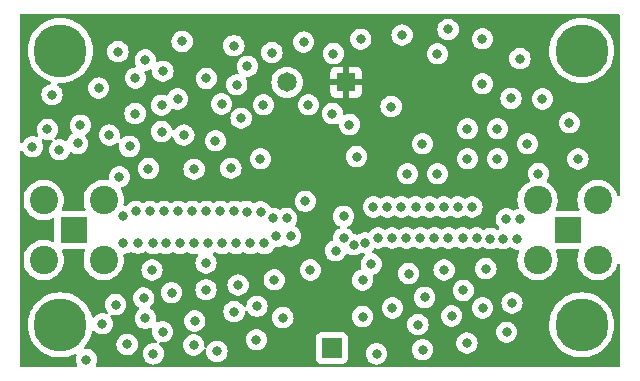
<source format=gbr>
%TF.GenerationSoftware,KiCad,Pcbnew,7.0.5*%
%TF.CreationDate,2023-11-04T20:07:06-04:00*%
%TF.ProjectId,modular,6d6f6475-6c61-4722-9e6b-696361645f70,rev?*%
%TF.SameCoordinates,Original*%
%TF.FileFunction,Copper,L3,Inr*%
%TF.FilePolarity,Positive*%
%FSLAX46Y46*%
G04 Gerber Fmt 4.6, Leading zero omitted, Abs format (unit mm)*
G04 Created by KiCad (PCBNEW 7.0.5) date 2023-11-04 20:07:06*
%MOMM*%
%LPD*%
G01*
G04 APERTURE LIST*
%TA.AperFunction,ComponentPad*%
%ADD10C,4.500000*%
%TD*%
%TA.AperFunction,ComponentPad*%
%ADD11R,1.700000X1.700000*%
%TD*%
%TA.AperFunction,ComponentPad*%
%ADD12R,1.650000X1.650000*%
%TD*%
%TA.AperFunction,ComponentPad*%
%ADD13C,1.650000*%
%TD*%
%TA.AperFunction,ComponentPad*%
%ADD14R,2.250000X2.250000*%
%TD*%
%TA.AperFunction,ComponentPad*%
%ADD15C,2.400000*%
%TD*%
%TA.AperFunction,ViaPad*%
%ADD16C,0.800000*%
%TD*%
G04 APERTURE END LIST*
D10*
%TO.N,N/C*%
%TO.C,*%
X109030000Y-64500000D03*
%TD*%
%TO.N,N/C*%
%TO.C,*%
X153180000Y-87720000D03*
%TD*%
%TO.N,N/C*%
%TO.C,*%
X153180000Y-64500000D03*
%TD*%
%TO.N,N/C*%
%TO.C,*%
X109030000Y-87720000D03*
%TD*%
D11*
%TO.N,Net-(J4-Pin_1)*%
%TO.C,J4*%
X132020000Y-89680000D03*
%TD*%
D12*
%TO.N,+3.3V*%
%TO.C,J1*%
X133232500Y-67180000D03*
D13*
%TO.N,GND*%
X128232500Y-67180000D03*
%TD*%
D14*
%TO.N,Power_Amp_Out*%
%TO.C,J2*%
X151985000Y-79680000D03*
D15*
%TO.N,GND*%
X149445000Y-77140000D03*
X149445000Y-82220000D03*
X154525000Y-82220000D03*
X154525000Y-77140000D03*
%TD*%
D14*
%TO.N,Power_Amp_In*%
%TO.C,J3*%
X110165000Y-79680000D03*
D15*
%TO.N,GND*%
X112705000Y-82220000D03*
X112705000Y-77140000D03*
X107625000Y-77140000D03*
X107625000Y-82220000D03*
%TD*%
D16*
%TO.N,GND*%
X137922856Y-77729810D03*
X140707144Y-80360000D03*
X119492723Y-71649528D03*
X133020000Y-78520000D03*
X107940977Y-71172878D03*
X134633362Y-83930268D03*
X147960000Y-78780000D03*
X114380000Y-80810000D03*
X145450000Y-80410000D03*
X127320000Y-80220000D03*
X147278599Y-85864905D03*
X111252000Y-90659441D03*
X114046000Y-75184000D03*
X120417985Y-87378969D03*
X117981432Y-80820000D03*
X108966000Y-72898000D03*
X137044649Y-69238241D03*
X139708280Y-89818294D03*
X137132860Y-80360000D03*
X121398572Y-78100000D03*
X124876062Y-65817578D03*
X125984000Y-73660000D03*
X116492634Y-74481388D03*
X141530764Y-83061083D03*
X114894456Y-72602827D03*
X139515716Y-80360000D03*
X141898572Y-80360000D03*
X113913118Y-64583897D03*
X152129211Y-70612114D03*
X142688568Y-77729810D03*
X133860000Y-80930000D03*
X116913207Y-90154753D03*
X134840000Y-80770000D03*
X147951516Y-65172699D03*
X123978839Y-67387719D03*
X116240290Y-87154663D03*
X137156802Y-86285478D03*
X134128674Y-73472012D03*
X135810967Y-90154753D03*
X135941432Y-80360000D03*
X147740000Y-80450000D03*
X126010000Y-78140000D03*
X117726316Y-66238152D03*
X112286901Y-67668101D03*
X152858204Y-73668280D03*
X130203323Y-83061083D03*
X116225043Y-65290591D03*
X141867223Y-62705336D03*
X129641331Y-63776527D03*
X127147157Y-83902230D03*
X126321432Y-80820000D03*
X147194484Y-68537285D03*
X123754533Y-86593899D03*
X121555716Y-80820000D03*
X108333512Y-68228865D03*
X118455309Y-84995720D03*
X140305712Y-77729810D03*
X136731428Y-77729810D03*
X138530674Y-83369504D03*
X115371105Y-69827044D03*
X122747144Y-80820000D03*
X126238000Y-69088000D03*
X132164771Y-64743846D03*
X110744799Y-70808381D03*
X123938572Y-80820000D03*
X143090000Y-80360000D03*
X116801054Y-83061083D03*
X149521656Y-74901961D03*
X124090991Y-84350841D03*
X138324288Y-80360000D03*
X123726495Y-64079209D03*
X117824288Y-78100000D03*
X124821432Y-78120000D03*
X106680000Y-72644000D03*
X133020000Y-80390000D03*
X121371284Y-84743376D03*
X120207144Y-78100000D03*
X110492455Y-72350483D03*
X118959997Y-68593362D03*
X132080656Y-69832783D03*
X137969910Y-63181986D03*
X115399143Y-66826954D03*
X140970000Y-74930000D03*
X122296545Y-89958485D03*
X139114284Y-77729810D03*
X125689170Y-86145287D03*
X115610000Y-80810000D03*
X146829987Y-88332268D03*
X127876151Y-87098587D03*
X125130000Y-80820000D03*
X115441432Y-78100000D03*
X128200000Y-78710000D03*
X139700000Y-72390000D03*
X113184124Y-71649528D03*
X139876509Y-85388255D03*
X119015716Y-78100000D03*
X126949662Y-64659731D03*
X141497140Y-77729810D03*
X138430000Y-74930000D03*
X148590000Y-72390000D03*
X123474151Y-74453350D03*
X144780000Y-63500000D03*
X135362356Y-82556395D03*
X139315745Y-87687389D03*
X113716850Y-86005096D03*
X119352532Y-63714712D03*
X125633094Y-88977147D03*
X128540000Y-80210000D03*
X116910000Y-80820000D03*
X116100099Y-85444332D03*
X144780000Y-67310000D03*
X121371284Y-82472280D03*
X142175643Y-86958396D03*
X135540000Y-77729810D03*
X149858115Y-68593362D03*
X119172860Y-80820000D03*
X143880000Y-77729810D03*
X127060000Y-78710000D03*
X112595322Y-87630000D03*
X117612935Y-71346846D03*
X120361908Y-74537464D03*
X143465401Y-89257530D03*
X122689080Y-69013935D03*
X145063580Y-82948930D03*
X134477924Y-63524183D03*
X146050000Y-71120000D03*
X124343335Y-70219579D03*
X133510605Y-70758044D03*
X117612935Y-69117808D03*
X122174000Y-72136000D03*
X143156981Y-84799453D03*
X121399322Y-66854992D03*
X117698277Y-88304230D03*
X130048000Y-69088000D03*
X143510000Y-71120000D03*
X114370000Y-78510000D03*
X146520000Y-80430000D03*
X120333870Y-89425759D03*
X129780000Y-77250000D03*
X120364288Y-80820000D03*
X140970000Y-64770000D03*
X134633362Y-87014472D03*
X144783197Y-86285478D03*
X146050000Y-73660000D03*
X116632860Y-78100000D03*
X123781432Y-78100000D03*
X114698188Y-89369682D03*
X143510000Y-73660000D03*
X122590000Y-78100000D03*
X146790000Y-78740000D03*
X144281432Y-80360000D03*
%TO.N,+3.3V*%
X126810000Y-76650000D03*
X138680000Y-65590000D03*
X135910000Y-76290000D03*
X132520000Y-74820000D03*
%TO.N,Net-(J4-Pin_1)*%
X132340000Y-81440000D03*
%TD*%
%TA.AperFunction,Conductor*%
%TO.N,+3.3V*%
G36*
X156362539Y-61390185D02*
G01*
X156408294Y-61442989D01*
X156419500Y-61494500D01*
X156419500Y-76697836D01*
X156399815Y-76764875D01*
X156347011Y-76810630D01*
X156277853Y-76820574D01*
X156214297Y-76791549D01*
X156176523Y-76732771D01*
X156174609Y-76725429D01*
X156154509Y-76637369D01*
X156154508Y-76637363D01*
X156061393Y-76400112D01*
X155933959Y-76179388D01*
X155775050Y-75980123D01*
X155588217Y-75806768D01*
X155377634Y-75663195D01*
X155377628Y-75663192D01*
X155377627Y-75663191D01*
X155377626Y-75663190D01*
X155148006Y-75552612D01*
X155148008Y-75552612D01*
X154904466Y-75477489D01*
X154904462Y-75477488D01*
X154904458Y-75477487D01*
X154783231Y-75459214D01*
X154652440Y-75439500D01*
X154652435Y-75439500D01*
X154397565Y-75439500D01*
X154397559Y-75439500D01*
X154246870Y-75462214D01*
X154145542Y-75477487D01*
X154145538Y-75477488D01*
X154145539Y-75477488D01*
X154145533Y-75477489D01*
X153901992Y-75552612D01*
X153672373Y-75663190D01*
X153672372Y-75663191D01*
X153461782Y-75806768D01*
X153274952Y-75980121D01*
X153274950Y-75980123D01*
X153116041Y-76179388D01*
X152988608Y-76400109D01*
X152895492Y-76637362D01*
X152895490Y-76637369D01*
X152838777Y-76885845D01*
X152819732Y-77139995D01*
X152819732Y-77140004D01*
X152838777Y-77394154D01*
X152890639Y-77621378D01*
X152895492Y-77642637D01*
X152988202Y-77878857D01*
X152990302Y-77884206D01*
X152988433Y-77884939D01*
X152998420Y-77945664D01*
X152970685Y-78009793D01*
X152912682Y-78048747D01*
X152875351Y-78054500D01*
X151094649Y-78054500D01*
X151027610Y-78034815D01*
X150981855Y-77982011D01*
X150971911Y-77912853D01*
X150980542Y-77884538D01*
X150979698Y-77884207D01*
X151008466Y-77810907D01*
X151074508Y-77642637D01*
X151131222Y-77394157D01*
X151139862Y-77278856D01*
X151150268Y-77140004D01*
X151150268Y-77139995D01*
X151131222Y-76885845D01*
X151130279Y-76881715D01*
X151074508Y-76637363D01*
X150981393Y-76400112D01*
X150853959Y-76179388D01*
X150695050Y-75980123D01*
X150508217Y-75806768D01*
X150297634Y-75663195D01*
X150297631Y-75663194D01*
X150297629Y-75663192D01*
X150272519Y-75651100D01*
X150220659Y-75604277D01*
X150202347Y-75536850D01*
X150223395Y-75470226D01*
X150234167Y-75456413D01*
X150254189Y-75434177D01*
X150348835Y-75270245D01*
X150407330Y-75090217D01*
X150427116Y-74901961D01*
X150407330Y-74713705D01*
X150352768Y-74545784D01*
X150348837Y-74533683D01*
X150348836Y-74533682D01*
X150348835Y-74533677D01*
X150254189Y-74369745D01*
X150127527Y-74229073D01*
X150127526Y-74229072D01*
X149974390Y-74117812D01*
X149974385Y-74117809D01*
X149801463Y-74040818D01*
X149801458Y-74040816D01*
X149634123Y-74005249D01*
X149616302Y-74001461D01*
X149427010Y-74001461D01*
X149409189Y-74005249D01*
X149241853Y-74040816D01*
X149241848Y-74040818D01*
X149068926Y-74117809D01*
X149068921Y-74117812D01*
X148915785Y-74229072D01*
X148789122Y-74369746D01*
X148694477Y-74533676D01*
X148694474Y-74533683D01*
X148656101Y-74651784D01*
X148635982Y-74713705D01*
X148616196Y-74901961D01*
X148635982Y-75090217D01*
X148635983Y-75090220D01*
X148694474Y-75270238D01*
X148694477Y-75270245D01*
X148782956Y-75423496D01*
X148799429Y-75491397D01*
X148776576Y-75557423D01*
X148729371Y-75597216D01*
X148592370Y-75663192D01*
X148381782Y-75806768D01*
X148194952Y-75980121D01*
X148194950Y-75980123D01*
X148036041Y-76179388D01*
X147908608Y-76400109D01*
X147815492Y-76637362D01*
X147815490Y-76637369D01*
X147758777Y-76885845D01*
X147739732Y-77139995D01*
X147739732Y-77140004D01*
X147758777Y-77394154D01*
X147815490Y-77642630D01*
X147815493Y-77642642D01*
X147851689Y-77734867D01*
X147857858Y-77804464D01*
X147825420Y-77866347D01*
X147764675Y-77900870D01*
X147762042Y-77901459D01*
X147680197Y-77918855D01*
X147680192Y-77918857D01*
X147507270Y-77995848D01*
X147507266Y-77995851D01*
X147475411Y-78018995D01*
X147409605Y-78042474D01*
X147341551Y-78026648D01*
X147329643Y-78018995D01*
X147242730Y-77955849D01*
X147242729Y-77955848D01*
X147069807Y-77878857D01*
X147069802Y-77878855D01*
X146920453Y-77847111D01*
X146884646Y-77839500D01*
X146695354Y-77839500D01*
X146662897Y-77846398D01*
X146510197Y-77878855D01*
X146510192Y-77878857D01*
X146337270Y-77955848D01*
X146337265Y-77955851D01*
X146184129Y-78067111D01*
X146057466Y-78207785D01*
X145962821Y-78371715D01*
X145962818Y-78371722D01*
X145904327Y-78551740D01*
X145904326Y-78551744D01*
X145884540Y-78740000D01*
X145904326Y-78928256D01*
X145904327Y-78928259D01*
X145962818Y-79108277D01*
X145962821Y-79108284D01*
X146057467Y-79272216D01*
X146181979Y-79410500D01*
X146186219Y-79415209D01*
X146216449Y-79478200D01*
X146207824Y-79547535D01*
X146163083Y-79601201D01*
X146144506Y-79611460D01*
X146067264Y-79645851D01*
X146061642Y-79649098D01*
X146060278Y-79646735D01*
X146005785Y-79666150D01*
X145937738Y-79650293D01*
X145925879Y-79642667D01*
X145902734Y-79625851D01*
X145902729Y-79625848D01*
X145729807Y-79548857D01*
X145729802Y-79548855D01*
X145584000Y-79517865D01*
X145544646Y-79509500D01*
X145355354Y-79509500D01*
X145322897Y-79516398D01*
X145170197Y-79548855D01*
X145170192Y-79548857D01*
X144997269Y-79625849D01*
X144973006Y-79643476D01*
X144907198Y-79666953D01*
X144839145Y-79651125D01*
X144827240Y-79643473D01*
X144734166Y-79575851D01*
X144734161Y-79575848D01*
X144561239Y-79498857D01*
X144561234Y-79498855D01*
X144415433Y-79467865D01*
X144376078Y-79459500D01*
X144186786Y-79459500D01*
X144154329Y-79466398D01*
X144001629Y-79498855D01*
X144001624Y-79498857D01*
X143828703Y-79575848D01*
X143758598Y-79626781D01*
X143692792Y-79650259D01*
X143624738Y-79634432D01*
X143612830Y-79626779D01*
X143542734Y-79575851D01*
X143542729Y-79575848D01*
X143369807Y-79498857D01*
X143369802Y-79498855D01*
X143224000Y-79467865D01*
X143184646Y-79459500D01*
X142995354Y-79459500D01*
X142962897Y-79466398D01*
X142810197Y-79498855D01*
X142810192Y-79498857D01*
X142637270Y-79575848D01*
X142637265Y-79575851D01*
X142567171Y-79626778D01*
X142501365Y-79650258D01*
X142433311Y-79634432D01*
X142421401Y-79626778D01*
X142351306Y-79575851D01*
X142351301Y-79575848D01*
X142178379Y-79498857D01*
X142178374Y-79498855D01*
X142032573Y-79467865D01*
X141993218Y-79459500D01*
X141803926Y-79459500D01*
X141771469Y-79466398D01*
X141618769Y-79498855D01*
X141618764Y-79498857D01*
X141445842Y-79575848D01*
X141445837Y-79575851D01*
X141375743Y-79626778D01*
X141309937Y-79650258D01*
X141241883Y-79634432D01*
X141229973Y-79626778D01*
X141159878Y-79575851D01*
X141159873Y-79575848D01*
X140986951Y-79498857D01*
X140986946Y-79498855D01*
X140841145Y-79467865D01*
X140801790Y-79459500D01*
X140612498Y-79459500D01*
X140580041Y-79466398D01*
X140427341Y-79498855D01*
X140427336Y-79498857D01*
X140254414Y-79575848D01*
X140254409Y-79575851D01*
X140184315Y-79626778D01*
X140118509Y-79650258D01*
X140050455Y-79634432D01*
X140038545Y-79626778D01*
X139968450Y-79575851D01*
X139968445Y-79575848D01*
X139795523Y-79498857D01*
X139795518Y-79498855D01*
X139649717Y-79467865D01*
X139610362Y-79459500D01*
X139421070Y-79459500D01*
X139388613Y-79466398D01*
X139235913Y-79498855D01*
X139235908Y-79498857D01*
X139062986Y-79575848D01*
X139062981Y-79575851D01*
X138992887Y-79626778D01*
X138927081Y-79650258D01*
X138859027Y-79634432D01*
X138847117Y-79626778D01*
X138777022Y-79575851D01*
X138777017Y-79575848D01*
X138604095Y-79498857D01*
X138604090Y-79498855D01*
X138458288Y-79467865D01*
X138418934Y-79459500D01*
X138229642Y-79459500D01*
X138197185Y-79466398D01*
X138044485Y-79498855D01*
X138044480Y-79498857D01*
X137871558Y-79575848D01*
X137871553Y-79575851D01*
X137801459Y-79626778D01*
X137735653Y-79650258D01*
X137667599Y-79634432D01*
X137655689Y-79626778D01*
X137585594Y-79575851D01*
X137585589Y-79575848D01*
X137412667Y-79498857D01*
X137412662Y-79498855D01*
X137266861Y-79467865D01*
X137227506Y-79459500D01*
X137038214Y-79459500D01*
X137005757Y-79466398D01*
X136853057Y-79498855D01*
X136853052Y-79498857D01*
X136680130Y-79575848D01*
X136610029Y-79626779D01*
X136544222Y-79650258D01*
X136476168Y-79634432D01*
X136464261Y-79626779D01*
X136409762Y-79587183D01*
X136394161Y-79575848D01*
X136221239Y-79498857D01*
X136221234Y-79498855D01*
X136075432Y-79467865D01*
X136036078Y-79459500D01*
X135846786Y-79459500D01*
X135814329Y-79466398D01*
X135661629Y-79498855D01*
X135661624Y-79498857D01*
X135488702Y-79575848D01*
X135488697Y-79575851D01*
X135335561Y-79687111D01*
X135208897Y-79827785D01*
X135202512Y-79838845D01*
X135151943Y-79887059D01*
X135083335Y-79900279D01*
X135069346Y-79898131D01*
X135017255Y-79887059D01*
X134934646Y-79869500D01*
X134745354Y-79869500D01*
X134712897Y-79876398D01*
X134560197Y-79908855D01*
X134560192Y-79908857D01*
X134387270Y-79985848D01*
X134387265Y-79985851D01*
X134280321Y-80063551D01*
X134214515Y-80087031D01*
X134157002Y-80076513D01*
X134139806Y-80068857D01*
X134139801Y-80068855D01*
X133984511Y-80035848D01*
X133954646Y-80029500D01*
X133954645Y-80029500D01*
X133923265Y-80029500D01*
X133856226Y-80009815D01*
X133815878Y-79967500D01*
X133752534Y-79857785D01*
X133625870Y-79717111D01*
X133472734Y-79605851D01*
X133472729Y-79605848D01*
X133388348Y-79568279D01*
X133335111Y-79523029D01*
X133314790Y-79456180D01*
X133333836Y-79388956D01*
X133386202Y-79342701D01*
X133388348Y-79341721D01*
X133419062Y-79328045D01*
X133472730Y-79304151D01*
X133625871Y-79192888D01*
X133752533Y-79052216D01*
X133847179Y-78888284D01*
X133905674Y-78708256D01*
X133925460Y-78520000D01*
X133905674Y-78331744D01*
X133847179Y-78151716D01*
X133752533Y-77987784D01*
X133625871Y-77847112D01*
X133615394Y-77839500D01*
X133472734Y-77735851D01*
X133472729Y-77735848D01*
X133459168Y-77729810D01*
X134634540Y-77729810D01*
X134654326Y-77918066D01*
X134654327Y-77918069D01*
X134712818Y-78098087D01*
X134712821Y-78098094D01*
X134807467Y-78262026D01*
X134879226Y-78341722D01*
X134934129Y-78402698D01*
X135087265Y-78513958D01*
X135087270Y-78513961D01*
X135260192Y-78590952D01*
X135260197Y-78590954D01*
X135445354Y-78630310D01*
X135445355Y-78630310D01*
X135634644Y-78630310D01*
X135634646Y-78630310D01*
X135819803Y-78590954D01*
X135992730Y-78513961D01*
X136062830Y-78463030D01*
X136128634Y-78439551D01*
X136196688Y-78455376D01*
X136208590Y-78463024D01*
X136278694Y-78513958D01*
X136278698Y-78513961D01*
X136451620Y-78590952D01*
X136451625Y-78590954D01*
X136636782Y-78630310D01*
X136636783Y-78630310D01*
X136826072Y-78630310D01*
X136826074Y-78630310D01*
X137011231Y-78590954D01*
X137184158Y-78513961D01*
X137254258Y-78463030D01*
X137320062Y-78439551D01*
X137388116Y-78455376D01*
X137400018Y-78463024D01*
X137470122Y-78513958D01*
X137470126Y-78513961D01*
X137643048Y-78590952D01*
X137643053Y-78590954D01*
X137828210Y-78630310D01*
X137828211Y-78630310D01*
X138017500Y-78630310D01*
X138017502Y-78630310D01*
X138202659Y-78590954D01*
X138375586Y-78513961D01*
X138445686Y-78463030D01*
X138511490Y-78439551D01*
X138579544Y-78455376D01*
X138591446Y-78463024D01*
X138661550Y-78513958D01*
X138661554Y-78513961D01*
X138834476Y-78590952D01*
X138834481Y-78590954D01*
X139019638Y-78630310D01*
X139019639Y-78630310D01*
X139208928Y-78630310D01*
X139208930Y-78630310D01*
X139394087Y-78590954D01*
X139567014Y-78513961D01*
X139637114Y-78463030D01*
X139702918Y-78439551D01*
X139770972Y-78455376D01*
X139782874Y-78463024D01*
X139852978Y-78513958D01*
X139852982Y-78513961D01*
X140025904Y-78590952D01*
X140025909Y-78590954D01*
X140211066Y-78630310D01*
X140211067Y-78630310D01*
X140400356Y-78630310D01*
X140400358Y-78630310D01*
X140585515Y-78590954D01*
X140758442Y-78513961D01*
X140828542Y-78463030D01*
X140894346Y-78439551D01*
X140962400Y-78455376D01*
X140974302Y-78463024D01*
X141044406Y-78513958D01*
X141044410Y-78513961D01*
X141217332Y-78590952D01*
X141217337Y-78590954D01*
X141402494Y-78630310D01*
X141402495Y-78630310D01*
X141591784Y-78630310D01*
X141591786Y-78630310D01*
X141776943Y-78590954D01*
X141949870Y-78513961D01*
X142019970Y-78463030D01*
X142085774Y-78439551D01*
X142153828Y-78455376D01*
X142165730Y-78463024D01*
X142235834Y-78513958D01*
X142235838Y-78513961D01*
X142408760Y-78590952D01*
X142408765Y-78590954D01*
X142593922Y-78630310D01*
X142593923Y-78630310D01*
X142783212Y-78630310D01*
X142783214Y-78630310D01*
X142968371Y-78590954D01*
X143141298Y-78513961D01*
X143211399Y-78463029D01*
X143277205Y-78439550D01*
X143345259Y-78455375D01*
X143357163Y-78463025D01*
X143427266Y-78513958D01*
X143427270Y-78513961D01*
X143600192Y-78590952D01*
X143600197Y-78590954D01*
X143785354Y-78630310D01*
X143785355Y-78630310D01*
X143974644Y-78630310D01*
X143974646Y-78630310D01*
X144159803Y-78590954D01*
X144332730Y-78513961D01*
X144485871Y-78402698D01*
X144612533Y-78262026D01*
X144707179Y-78098094D01*
X144765674Y-77918066D01*
X144785460Y-77729810D01*
X144765674Y-77541554D01*
X144708886Y-77366779D01*
X144707181Y-77361532D01*
X144707180Y-77361531D01*
X144707179Y-77361526D01*
X144612533Y-77197594D01*
X144485871Y-77056922D01*
X144475715Y-77049543D01*
X144332734Y-76945661D01*
X144332729Y-76945658D01*
X144159807Y-76868667D01*
X144159802Y-76868665D01*
X144014001Y-76837675D01*
X143974646Y-76829310D01*
X143785354Y-76829310D01*
X143752897Y-76836208D01*
X143600197Y-76868665D01*
X143600192Y-76868667D01*
X143427270Y-76945658D01*
X143427266Y-76945661D01*
X143357168Y-76996589D01*
X143291361Y-77020068D01*
X143223307Y-77004242D01*
X143211400Y-76996589D01*
X143141301Y-76945661D01*
X143141297Y-76945658D01*
X142968375Y-76868667D01*
X142968370Y-76868665D01*
X142822569Y-76837675D01*
X142783214Y-76829310D01*
X142593922Y-76829310D01*
X142561465Y-76836208D01*
X142408765Y-76868665D01*
X142408760Y-76868667D01*
X142235838Y-76945658D01*
X142235833Y-76945661D01*
X142165739Y-76996588D01*
X142099933Y-77020068D01*
X142031879Y-77004242D01*
X142019969Y-76996588D01*
X141949874Y-76945661D01*
X141949869Y-76945658D01*
X141776947Y-76868667D01*
X141776942Y-76868665D01*
X141631141Y-76837675D01*
X141591786Y-76829310D01*
X141402494Y-76829310D01*
X141370037Y-76836208D01*
X141217337Y-76868665D01*
X141217332Y-76868667D01*
X141044410Y-76945658D01*
X141044405Y-76945661D01*
X140974311Y-76996588D01*
X140908505Y-77020068D01*
X140840451Y-77004242D01*
X140828541Y-76996588D01*
X140758446Y-76945661D01*
X140758441Y-76945658D01*
X140585519Y-76868667D01*
X140585514Y-76868665D01*
X140439712Y-76837675D01*
X140400358Y-76829310D01*
X140211066Y-76829310D01*
X140178609Y-76836208D01*
X140025909Y-76868665D01*
X140025904Y-76868667D01*
X139852982Y-76945658D01*
X139852977Y-76945661D01*
X139782883Y-76996588D01*
X139717077Y-77020068D01*
X139649023Y-77004242D01*
X139637113Y-76996588D01*
X139567018Y-76945661D01*
X139567013Y-76945658D01*
X139394091Y-76868667D01*
X139394086Y-76868665D01*
X139248285Y-76837675D01*
X139208930Y-76829310D01*
X139019638Y-76829310D01*
X138987181Y-76836208D01*
X138834481Y-76868665D01*
X138834476Y-76868667D01*
X138661554Y-76945658D01*
X138661549Y-76945661D01*
X138591455Y-76996588D01*
X138525649Y-77020068D01*
X138457595Y-77004242D01*
X138445685Y-76996588D01*
X138375590Y-76945661D01*
X138375585Y-76945658D01*
X138202663Y-76868667D01*
X138202658Y-76868665D01*
X138056856Y-76837675D01*
X138017502Y-76829310D01*
X137828210Y-76829310D01*
X137795753Y-76836208D01*
X137643053Y-76868665D01*
X137643048Y-76868667D01*
X137470126Y-76945658D01*
X137470121Y-76945661D01*
X137400027Y-76996588D01*
X137334221Y-77020068D01*
X137266167Y-77004242D01*
X137254257Y-76996588D01*
X137184162Y-76945661D01*
X137184157Y-76945658D01*
X137011235Y-76868667D01*
X137011230Y-76868665D01*
X136865428Y-76837675D01*
X136826074Y-76829310D01*
X136636782Y-76829310D01*
X136604325Y-76836208D01*
X136451625Y-76868665D01*
X136451620Y-76868667D01*
X136278698Y-76945658D01*
X136278693Y-76945661D01*
X136208599Y-76996588D01*
X136142793Y-77020068D01*
X136074739Y-77004242D01*
X136062829Y-76996588D01*
X135992734Y-76945661D01*
X135992729Y-76945658D01*
X135819807Y-76868667D01*
X135819802Y-76868665D01*
X135674000Y-76837675D01*
X135634646Y-76829310D01*
X135445354Y-76829310D01*
X135412897Y-76836208D01*
X135260197Y-76868665D01*
X135260192Y-76868667D01*
X135087270Y-76945658D01*
X135087265Y-76945661D01*
X134934129Y-77056921D01*
X134807466Y-77197595D01*
X134712821Y-77361525D01*
X134712818Y-77361532D01*
X134664946Y-77508869D01*
X134654326Y-77541554D01*
X134634540Y-77729810D01*
X133459168Y-77729810D01*
X133299807Y-77658857D01*
X133299802Y-77658855D01*
X133123481Y-77621378D01*
X133114646Y-77619500D01*
X132925354Y-77619500D01*
X132916519Y-77621378D01*
X132740197Y-77658855D01*
X132740192Y-77658857D01*
X132567270Y-77735848D01*
X132567265Y-77735851D01*
X132414129Y-77847111D01*
X132287466Y-77987785D01*
X132192821Y-78151715D01*
X132192818Y-78151722D01*
X132144680Y-78299877D01*
X132134326Y-78331744D01*
X132114540Y-78520000D01*
X132134326Y-78708256D01*
X132134327Y-78708259D01*
X132192818Y-78888277D01*
X132192821Y-78888284D01*
X132287467Y-79052216D01*
X132405125Y-79182888D01*
X132414129Y-79192888D01*
X132567265Y-79304148D01*
X132567267Y-79304149D01*
X132567270Y-79304151D01*
X132628257Y-79331304D01*
X132651652Y-79341721D01*
X132704888Y-79386972D01*
X132725209Y-79453821D01*
X132706163Y-79521045D01*
X132653797Y-79567299D01*
X132651652Y-79568279D01*
X132567267Y-79605850D01*
X132567265Y-79605851D01*
X132414129Y-79717111D01*
X132287466Y-79857785D01*
X132192821Y-80021715D01*
X132192818Y-80021722D01*
X132152861Y-80144699D01*
X132134326Y-80201744D01*
X132128020Y-80261744D01*
X132114540Y-80390000D01*
X132121655Y-80457703D01*
X132109085Y-80526433D01*
X132061352Y-80577456D01*
X132048771Y-80583942D01*
X131887267Y-80655850D01*
X131887265Y-80655851D01*
X131734129Y-80767111D01*
X131607466Y-80907785D01*
X131512821Y-81071715D01*
X131512818Y-81071722D01*
X131461482Y-81229719D01*
X131454326Y-81251744D01*
X131434540Y-81440000D01*
X131454326Y-81628256D01*
X131454327Y-81628259D01*
X131512818Y-81808277D01*
X131512821Y-81808284D01*
X131607467Y-81972216D01*
X131654255Y-82024179D01*
X131734129Y-82112888D01*
X131887265Y-82224148D01*
X131887270Y-82224151D01*
X132060192Y-82301142D01*
X132060197Y-82301144D01*
X132245354Y-82340500D01*
X132245355Y-82340500D01*
X132434644Y-82340500D01*
X132434646Y-82340500D01*
X132619803Y-82301144D01*
X132792730Y-82224151D01*
X132945871Y-82112888D01*
X133072533Y-81972216D01*
X133167179Y-81808284D01*
X133185036Y-81753325D01*
X133224473Y-81695650D01*
X133288831Y-81668451D01*
X133357677Y-81680365D01*
X133375852Y-81691325D01*
X133407265Y-81714148D01*
X133407270Y-81714151D01*
X133580192Y-81791142D01*
X133580197Y-81791144D01*
X133765354Y-81830500D01*
X133765355Y-81830500D01*
X133954644Y-81830500D01*
X133954646Y-81830500D01*
X134139803Y-81791144D01*
X134312730Y-81714151D01*
X134419681Y-81636446D01*
X134485483Y-81612968D01*
X134543001Y-81623488D01*
X134560192Y-81631142D01*
X134560193Y-81631142D01*
X134560197Y-81631144D01*
X134708364Y-81662637D01*
X134769845Y-81695829D01*
X134803622Y-81756992D01*
X134798970Y-81826706D01*
X134760644Y-81878415D01*
X134761314Y-81879159D01*
X134757645Y-81882462D01*
X134757366Y-81882839D01*
X134756578Y-81883422D01*
X134756485Y-81883506D01*
X134629822Y-82024180D01*
X134535177Y-82188110D01*
X134535174Y-82188117D01*
X134476683Y-82368135D01*
X134476682Y-82368139D01*
X134456896Y-82556395D01*
X134476682Y-82744651D01*
X134476683Y-82744654D01*
X134524788Y-82892707D01*
X134526783Y-82962548D01*
X134490703Y-83022381D01*
X134432638Y-83052315D01*
X134353559Y-83069123D01*
X134353554Y-83069125D01*
X134180632Y-83146116D01*
X134180627Y-83146119D01*
X134027491Y-83257379D01*
X133900828Y-83398053D01*
X133806183Y-83561983D01*
X133806180Y-83561990D01*
X133749060Y-83737788D01*
X133747688Y-83742012D01*
X133727902Y-83930268D01*
X133747688Y-84118524D01*
X133747689Y-84118527D01*
X133806180Y-84298545D01*
X133806183Y-84298552D01*
X133900829Y-84462484D01*
X134009511Y-84583187D01*
X134027491Y-84603156D01*
X134180627Y-84714416D01*
X134180632Y-84714419D01*
X134353554Y-84791410D01*
X134353559Y-84791412D01*
X134538716Y-84830768D01*
X134538717Y-84830768D01*
X134728006Y-84830768D01*
X134728008Y-84830768D01*
X134913165Y-84791412D01*
X135086092Y-84714419D01*
X135239233Y-84603156D01*
X135365895Y-84462484D01*
X135460541Y-84298552D01*
X135519036Y-84118524D01*
X135538822Y-83930268D01*
X135519036Y-83742012D01*
X135470928Y-83593954D01*
X135468934Y-83524114D01*
X135505014Y-83464281D01*
X135563076Y-83434348D01*
X135642159Y-83417539D01*
X135750046Y-83369504D01*
X137625214Y-83369504D01*
X137645000Y-83557760D01*
X137645001Y-83557763D01*
X137703492Y-83737781D01*
X137703495Y-83737788D01*
X137798141Y-83901720D01*
X137870933Y-83982563D01*
X137924803Y-84042392D01*
X138077939Y-84153652D01*
X138077944Y-84153655D01*
X138250866Y-84230646D01*
X138250871Y-84230648D01*
X138436028Y-84270004D01*
X138436029Y-84270004D01*
X138625318Y-84270004D01*
X138625320Y-84270004D01*
X138810477Y-84230648D01*
X138983404Y-84153655D01*
X139136545Y-84042392D01*
X139263207Y-83901720D01*
X139357853Y-83737788D01*
X139416348Y-83557760D01*
X139436134Y-83369504D01*
X139416348Y-83181248D01*
X139377304Y-83061083D01*
X140625304Y-83061083D01*
X140645090Y-83249339D01*
X140645091Y-83249342D01*
X140703582Y-83429360D01*
X140703585Y-83429367D01*
X140798231Y-83593299D01*
X140891431Y-83696808D01*
X140924893Y-83733971D01*
X141078029Y-83845231D01*
X141078034Y-83845234D01*
X141250956Y-83922225D01*
X141250961Y-83922227D01*
X141436118Y-83961583D01*
X141436119Y-83961583D01*
X141625408Y-83961583D01*
X141625410Y-83961583D01*
X141810567Y-83922227D01*
X141983494Y-83845234D01*
X142136635Y-83733971D01*
X142263297Y-83593299D01*
X142357943Y-83429367D01*
X142416438Y-83249339D01*
X142436224Y-83061083D01*
X142424437Y-82948930D01*
X144158120Y-82948930D01*
X144177906Y-83137186D01*
X144177907Y-83137189D01*
X144236398Y-83317207D01*
X144236401Y-83317214D01*
X144331047Y-83481146D01*
X144408073Y-83566692D01*
X144457709Y-83621818D01*
X144610845Y-83733078D01*
X144610850Y-83733081D01*
X144783772Y-83810072D01*
X144783777Y-83810074D01*
X144968934Y-83849430D01*
X144968935Y-83849430D01*
X145158224Y-83849430D01*
X145158226Y-83849430D01*
X145343383Y-83810074D01*
X145516310Y-83733081D01*
X145669451Y-83621818D01*
X145796113Y-83481146D01*
X145890759Y-83317214D01*
X145949254Y-83137186D01*
X145969040Y-82948930D01*
X145949254Y-82760674D01*
X145890759Y-82580646D01*
X145796113Y-82416714D01*
X145669451Y-82276042D01*
X145669450Y-82276041D01*
X145516314Y-82164781D01*
X145516309Y-82164778D01*
X145343387Y-82087787D01*
X145343382Y-82087785D01*
X145197580Y-82056795D01*
X145158226Y-82048430D01*
X144968934Y-82048430D01*
X144936477Y-82055328D01*
X144783777Y-82087785D01*
X144783772Y-82087787D01*
X144610850Y-82164778D01*
X144610845Y-82164781D01*
X144457709Y-82276041D01*
X144331046Y-82416715D01*
X144236401Y-82580645D01*
X144236398Y-82580652D01*
X144190267Y-82722630D01*
X144177906Y-82760674D01*
X144158120Y-82948930D01*
X142424437Y-82948930D01*
X142416438Y-82872827D01*
X142357943Y-82692799D01*
X142263297Y-82528867D01*
X142136635Y-82388195D01*
X142136634Y-82388194D01*
X141983498Y-82276934D01*
X141983493Y-82276931D01*
X141810571Y-82199940D01*
X141810566Y-82199938D01*
X141645160Y-82164781D01*
X141625410Y-82160583D01*
X141436118Y-82160583D01*
X141416368Y-82164781D01*
X141250961Y-82199938D01*
X141250956Y-82199940D01*
X141078034Y-82276931D01*
X141078029Y-82276934D01*
X140924893Y-82388194D01*
X140798230Y-82528868D01*
X140703585Y-82692798D01*
X140703582Y-82692805D01*
X140656637Y-82837288D01*
X140645090Y-82872827D01*
X140625304Y-83061083D01*
X139377304Y-83061083D01*
X139357853Y-83001220D01*
X139263207Y-82837288D01*
X139136545Y-82696616D01*
X139131300Y-82692805D01*
X138983408Y-82585355D01*
X138983403Y-82585352D01*
X138810481Y-82508361D01*
X138810476Y-82508359D01*
X138640732Y-82472280D01*
X138625320Y-82469004D01*
X138436028Y-82469004D01*
X138420616Y-82472280D01*
X138250871Y-82508359D01*
X138250866Y-82508361D01*
X138077944Y-82585352D01*
X138077939Y-82585355D01*
X137924803Y-82696615D01*
X137798140Y-82837289D01*
X137703495Y-83001219D01*
X137703492Y-83001226D01*
X137645001Y-83181244D01*
X137645000Y-83181248D01*
X137625214Y-83369504D01*
X135750046Y-83369504D01*
X135815086Y-83340546D01*
X135968227Y-83229283D01*
X136094889Y-83088611D01*
X136189535Y-82924679D01*
X136248030Y-82744651D01*
X136267816Y-82556395D01*
X136248030Y-82368139D01*
X136189535Y-82188111D01*
X136094889Y-82024179D01*
X135968227Y-81883507D01*
X135965938Y-81881844D01*
X135815090Y-81772246D01*
X135815085Y-81772243D01*
X135642163Y-81695252D01*
X135642158Y-81695250D01*
X135493991Y-81663757D01*
X135432509Y-81630565D01*
X135398733Y-81569402D01*
X135403385Y-81499687D01*
X135441710Y-81447978D01*
X135441042Y-81447236D01*
X135444708Y-81443934D01*
X135444990Y-81443555D01*
X135445782Y-81442967D01*
X135445865Y-81442891D01*
X135445871Y-81442888D01*
X135572533Y-81302216D01*
X135578915Y-81291160D01*
X135629478Y-81242945D01*
X135698084Y-81229719D01*
X135712076Y-81231866D01*
X135846786Y-81260500D01*
X135846787Y-81260500D01*
X136036076Y-81260500D01*
X136036078Y-81260500D01*
X136221235Y-81221144D01*
X136394162Y-81144151D01*
X136464262Y-81093220D01*
X136530066Y-81069741D01*
X136598120Y-81085566D01*
X136610022Y-81093214D01*
X136673539Y-81139362D01*
X136680130Y-81144151D01*
X136853052Y-81221142D01*
X136853057Y-81221144D01*
X137038214Y-81260500D01*
X137038215Y-81260500D01*
X137227504Y-81260500D01*
X137227506Y-81260500D01*
X137412663Y-81221144D01*
X137585590Y-81144151D01*
X137655690Y-81093220D01*
X137721494Y-81069741D01*
X137789548Y-81085566D01*
X137801450Y-81093214D01*
X137864967Y-81139362D01*
X137871558Y-81144151D01*
X138044480Y-81221142D01*
X138044485Y-81221144D01*
X138229642Y-81260500D01*
X138229643Y-81260500D01*
X138418932Y-81260500D01*
X138418934Y-81260500D01*
X138604091Y-81221144D01*
X138777018Y-81144151D01*
X138847118Y-81093220D01*
X138912922Y-81069741D01*
X138980976Y-81085566D01*
X138992878Y-81093214D01*
X139056395Y-81139362D01*
X139062986Y-81144151D01*
X139235908Y-81221142D01*
X139235913Y-81221144D01*
X139421070Y-81260500D01*
X139421071Y-81260500D01*
X139610360Y-81260500D01*
X139610362Y-81260500D01*
X139795519Y-81221144D01*
X139968446Y-81144151D01*
X140038546Y-81093220D01*
X140104350Y-81069741D01*
X140172404Y-81085566D01*
X140184306Y-81093214D01*
X140247823Y-81139362D01*
X140254414Y-81144151D01*
X140427336Y-81221142D01*
X140427341Y-81221144D01*
X140612498Y-81260500D01*
X140612499Y-81260500D01*
X140801788Y-81260500D01*
X140801790Y-81260500D01*
X140986947Y-81221144D01*
X141159874Y-81144151D01*
X141229974Y-81093220D01*
X141295778Y-81069741D01*
X141363832Y-81085566D01*
X141375734Y-81093214D01*
X141439251Y-81139362D01*
X141445842Y-81144151D01*
X141618764Y-81221142D01*
X141618769Y-81221144D01*
X141803926Y-81260500D01*
X141803927Y-81260500D01*
X141993216Y-81260500D01*
X141993218Y-81260500D01*
X142178375Y-81221144D01*
X142351302Y-81144151D01*
X142421402Y-81093220D01*
X142487206Y-81069741D01*
X142555260Y-81085566D01*
X142567162Y-81093214D01*
X142630679Y-81139362D01*
X142637270Y-81144151D01*
X142810192Y-81221142D01*
X142810197Y-81221144D01*
X142995354Y-81260500D01*
X142995355Y-81260500D01*
X143184644Y-81260500D01*
X143184646Y-81260500D01*
X143369803Y-81221144D01*
X143542730Y-81144151D01*
X143612831Y-81093219D01*
X143678637Y-81069740D01*
X143746691Y-81085565D01*
X143758595Y-81093215D01*
X143824357Y-81140994D01*
X143828702Y-81144151D01*
X144001624Y-81221142D01*
X144001629Y-81221144D01*
X144186786Y-81260500D01*
X144186787Y-81260500D01*
X144376076Y-81260500D01*
X144376078Y-81260500D01*
X144561235Y-81221144D01*
X144734162Y-81144151D01*
X144758421Y-81126525D01*
X144824226Y-81103046D01*
X144892280Y-81118871D01*
X144904191Y-81126526D01*
X144997265Y-81194148D01*
X144997270Y-81194151D01*
X145170192Y-81271142D01*
X145170197Y-81271144D01*
X145355354Y-81310500D01*
X145355355Y-81310500D01*
X145544644Y-81310500D01*
X145544646Y-81310500D01*
X145729803Y-81271144D01*
X145902730Y-81194151D01*
X145902731Y-81194149D01*
X145908359Y-81190902D01*
X145909736Y-81193288D01*
X145964056Y-81173858D01*
X146032123Y-81189628D01*
X146044115Y-81197327D01*
X146067269Y-81214150D01*
X146067270Y-81214151D01*
X146240192Y-81291142D01*
X146240197Y-81291144D01*
X146425354Y-81330500D01*
X146425355Y-81330500D01*
X146614644Y-81330500D01*
X146614646Y-81330500D01*
X146799803Y-81291144D01*
X146972730Y-81214151D01*
X147043349Y-81162842D01*
X147109155Y-81139362D01*
X147177209Y-81155187D01*
X147189120Y-81162842D01*
X147287265Y-81234148D01*
X147287270Y-81234151D01*
X147460192Y-81311142D01*
X147460197Y-81311144D01*
X147645354Y-81350500D01*
X147645355Y-81350500D01*
X147777602Y-81350500D01*
X147844641Y-81370185D01*
X147890396Y-81422989D01*
X147900340Y-81492147D01*
X147893031Y-81519797D01*
X147852336Y-81623488D01*
X147815492Y-81717362D01*
X147815490Y-81717369D01*
X147758777Y-81965845D01*
X147739732Y-82219995D01*
X147739732Y-82220004D01*
X147758777Y-82474154D01*
X147809552Y-82696616D01*
X147815492Y-82722637D01*
X147908607Y-82959888D01*
X148036041Y-83180612D01*
X148194950Y-83379877D01*
X148381783Y-83553232D01*
X148592366Y-83696805D01*
X148592371Y-83696807D01*
X148592372Y-83696808D01*
X148592373Y-83696809D01*
X148677468Y-83737788D01*
X148821992Y-83807387D01*
X148821993Y-83807387D01*
X148821996Y-83807389D01*
X149065542Y-83882513D01*
X149317565Y-83920500D01*
X149572435Y-83920500D01*
X149824458Y-83882513D01*
X150068004Y-83807389D01*
X150297634Y-83696805D01*
X150508217Y-83553232D01*
X150695050Y-83379877D01*
X150853959Y-83180612D01*
X150981393Y-82959888D01*
X151074508Y-82722637D01*
X151131222Y-82474157D01*
X151144187Y-82301144D01*
X151150268Y-82220004D01*
X151150268Y-82219995D01*
X151135594Y-82024179D01*
X151131222Y-81965843D01*
X151074508Y-81717363D01*
X150981393Y-81480112D01*
X150981392Y-81480110D01*
X150979698Y-81475794D01*
X150981576Y-81475056D01*
X150971572Y-81414387D01*
X150999280Y-81350246D01*
X151057267Y-81311268D01*
X151094648Y-81305499D01*
X152875352Y-81305499D01*
X152942391Y-81325184D01*
X152988146Y-81377988D01*
X152998090Y-81447146D01*
X152989457Y-81475462D01*
X152990302Y-81475794D01*
X152988607Y-81480110D01*
X152988607Y-81480112D01*
X152980697Y-81500266D01*
X152895492Y-81717362D01*
X152895490Y-81717369D01*
X152838777Y-81965845D01*
X152819732Y-82219995D01*
X152819732Y-82220004D01*
X152838777Y-82474154D01*
X152889552Y-82696616D01*
X152895492Y-82722637D01*
X152988607Y-82959888D01*
X153116041Y-83180612D01*
X153274950Y-83379877D01*
X153461783Y-83553232D01*
X153672366Y-83696805D01*
X153672371Y-83696807D01*
X153672372Y-83696808D01*
X153672373Y-83696809D01*
X153757468Y-83737788D01*
X153901992Y-83807387D01*
X153901993Y-83807387D01*
X153901996Y-83807389D01*
X154145542Y-83882513D01*
X154397565Y-83920500D01*
X154652435Y-83920500D01*
X154904458Y-83882513D01*
X155148004Y-83807389D01*
X155377634Y-83696805D01*
X155588217Y-83553232D01*
X155775050Y-83379877D01*
X155933959Y-83180612D01*
X156061393Y-82959888D01*
X156154508Y-82722637D01*
X156174608Y-82634570D01*
X156208718Y-82573592D01*
X156270379Y-82540734D01*
X156340016Y-82546429D01*
X156395520Y-82588869D01*
X156419268Y-82654579D01*
X156419500Y-82662163D01*
X156419500Y-91175500D01*
X156399815Y-91242539D01*
X156347011Y-91288294D01*
X156295500Y-91299500D01*
X135936300Y-91299500D01*
X135869261Y-91279815D01*
X135823506Y-91227011D01*
X135813562Y-91157853D01*
X135842587Y-91094297D01*
X135901365Y-91056523D01*
X135910513Y-91054211D01*
X136090770Y-91015897D01*
X136263697Y-90938904D01*
X136416838Y-90827641D01*
X136543500Y-90686969D01*
X136638146Y-90523037D01*
X136696641Y-90343009D01*
X136716427Y-90154753D01*
X136696641Y-89966497D01*
X136648487Y-89818294D01*
X138802820Y-89818294D01*
X138822606Y-90006550D01*
X138822607Y-90006553D01*
X138881098Y-90186571D01*
X138881101Y-90186578D01*
X138975747Y-90350510D01*
X139016217Y-90395456D01*
X139102409Y-90491182D01*
X139255545Y-90602442D01*
X139255550Y-90602445D01*
X139428472Y-90679436D01*
X139428477Y-90679438D01*
X139613634Y-90718794D01*
X139613635Y-90718794D01*
X139802924Y-90718794D01*
X139802926Y-90718794D01*
X139988083Y-90679438D01*
X140161010Y-90602445D01*
X140314151Y-90491182D01*
X140440813Y-90350510D01*
X140535459Y-90186578D01*
X140593954Y-90006550D01*
X140613740Y-89818294D01*
X140593954Y-89630038D01*
X140535459Y-89450010D01*
X140440813Y-89286078D01*
X140415108Y-89257530D01*
X142559941Y-89257530D01*
X142579727Y-89445786D01*
X142579728Y-89445789D01*
X142638219Y-89625807D01*
X142638222Y-89625814D01*
X142732868Y-89789746D01*
X142859530Y-89930417D01*
X142859530Y-89930418D01*
X143012666Y-90041678D01*
X143012671Y-90041681D01*
X143185593Y-90118672D01*
X143185598Y-90118674D01*
X143370755Y-90158030D01*
X143370756Y-90158030D01*
X143560045Y-90158030D01*
X143560047Y-90158030D01*
X143745204Y-90118674D01*
X143918131Y-90041681D01*
X144071272Y-89930418D01*
X144197934Y-89789746D01*
X144292580Y-89625814D01*
X144351075Y-89445786D01*
X144370861Y-89257530D01*
X144351075Y-89069274D01*
X144292580Y-88889246D01*
X144197934Y-88725314D01*
X144071272Y-88584642D01*
X144071271Y-88584641D01*
X143918135Y-88473381D01*
X143918130Y-88473378D01*
X143745208Y-88396387D01*
X143745203Y-88396385D01*
X143599401Y-88365395D01*
X143560047Y-88357030D01*
X143370755Y-88357030D01*
X143355479Y-88360277D01*
X143185598Y-88396385D01*
X143185593Y-88396387D01*
X143012671Y-88473378D01*
X143012666Y-88473381D01*
X142859530Y-88584641D01*
X142732867Y-88725315D01*
X142638222Y-88889245D01*
X142638219Y-88889252D01*
X142583395Y-89057985D01*
X142579727Y-89069274D01*
X142559941Y-89257530D01*
X140415108Y-89257530D01*
X140314151Y-89145406D01*
X140274250Y-89116416D01*
X140161014Y-89034145D01*
X140161009Y-89034142D01*
X139988087Y-88957151D01*
X139988082Y-88957149D01*
X139842281Y-88926159D01*
X139802926Y-88917794D01*
X139613634Y-88917794D01*
X139581177Y-88924692D01*
X139428477Y-88957149D01*
X139428472Y-88957151D01*
X139255550Y-89034142D01*
X139255545Y-89034145D01*
X139102409Y-89145405D01*
X138975746Y-89286079D01*
X138881101Y-89450009D01*
X138881098Y-89450016D01*
X138823978Y-89625814D01*
X138822606Y-89630038D01*
X138802820Y-89818294D01*
X136648487Y-89818294D01*
X136638146Y-89786469D01*
X136543500Y-89622537D01*
X136416838Y-89481865D01*
X136416837Y-89481864D01*
X136263701Y-89370604D01*
X136263696Y-89370601D01*
X136090774Y-89293610D01*
X136090769Y-89293608D01*
X135921025Y-89257529D01*
X135905613Y-89254253D01*
X135716321Y-89254253D01*
X135700909Y-89257529D01*
X135531164Y-89293608D01*
X135531159Y-89293610D01*
X135358237Y-89370601D01*
X135358232Y-89370604D01*
X135205096Y-89481864D01*
X135078433Y-89622538D01*
X134983788Y-89786468D01*
X134983785Y-89786475D01*
X134927896Y-89958485D01*
X134925293Y-89966497D01*
X134905507Y-90154753D01*
X134925293Y-90343009D01*
X134925294Y-90343012D01*
X134983785Y-90523030D01*
X134983788Y-90523037D01*
X135078434Y-90686969D01*
X135128557Y-90742636D01*
X135205096Y-90827641D01*
X135358232Y-90938901D01*
X135358237Y-90938904D01*
X135531159Y-91015895D01*
X135531164Y-91015897D01*
X135711415Y-91054210D01*
X135772897Y-91087402D01*
X135806673Y-91148565D01*
X135802021Y-91218280D01*
X135760416Y-91274412D01*
X135695069Y-91299141D01*
X135685634Y-91299500D01*
X117038540Y-91299500D01*
X116971501Y-91279815D01*
X116925746Y-91227011D01*
X116915802Y-91157853D01*
X116944827Y-91094297D01*
X117003605Y-91056523D01*
X117012753Y-91054211D01*
X117193010Y-91015897D01*
X117365937Y-90938904D01*
X117519078Y-90827641D01*
X117645740Y-90686969D01*
X117740386Y-90523037D01*
X117798881Y-90343009D01*
X117818667Y-90154753D01*
X117798881Y-89966497D01*
X117740386Y-89786469D01*
X117645740Y-89622537D01*
X117519078Y-89481865D01*
X117519077Y-89481864D01*
X117441855Y-89425759D01*
X119428410Y-89425759D01*
X119448196Y-89614015D01*
X119448197Y-89614018D01*
X119506688Y-89794036D01*
X119506691Y-89794043D01*
X119601337Y-89957975D01*
X119677507Y-90042570D01*
X119727999Y-90098647D01*
X119881135Y-90209907D01*
X119881140Y-90209910D01*
X120054062Y-90286901D01*
X120054067Y-90286903D01*
X120239224Y-90326259D01*
X120239225Y-90326259D01*
X120428514Y-90326259D01*
X120428516Y-90326259D01*
X120613673Y-90286903D01*
X120786600Y-90209910D01*
X120939741Y-90098647D01*
X121066403Y-89957975D01*
X121161049Y-89794043D01*
X121162049Y-89790963D01*
X121163111Y-89789410D01*
X121163695Y-89788100D01*
X121163934Y-89788206D01*
X121201485Y-89733286D01*
X121265842Y-89706086D01*
X121334689Y-89717998D01*
X121386167Y-89765240D01*
X121403932Y-89832813D01*
X121403303Y-89842238D01*
X121391139Y-89957975D01*
X121391085Y-89958485D01*
X121410871Y-90146741D01*
X121410872Y-90146744D01*
X121469363Y-90326762D01*
X121469366Y-90326769D01*
X121564012Y-90490701D01*
X121664627Y-90602445D01*
X121690674Y-90631373D01*
X121843810Y-90742633D01*
X121843815Y-90742636D01*
X122016737Y-90819627D01*
X122016742Y-90819629D01*
X122201899Y-90858985D01*
X122201900Y-90858985D01*
X122391189Y-90858985D01*
X122391191Y-90858985D01*
X122576348Y-90819629D01*
X122749275Y-90742636D01*
X122902416Y-90631373D01*
X122950590Y-90577870D01*
X130669500Y-90577870D01*
X130669501Y-90577876D01*
X130675908Y-90637483D01*
X130726202Y-90772328D01*
X130726206Y-90772335D01*
X130812452Y-90887544D01*
X130812455Y-90887547D01*
X130927664Y-90973793D01*
X130927671Y-90973797D01*
X131062517Y-91024091D01*
X131062516Y-91024091D01*
X131069444Y-91024835D01*
X131122127Y-91030500D01*
X132917872Y-91030499D01*
X132977483Y-91024091D01*
X133112331Y-90973796D01*
X133227546Y-90887546D01*
X133313796Y-90772331D01*
X133364091Y-90637483D01*
X133370500Y-90577873D01*
X133370499Y-88782128D01*
X133364091Y-88722517D01*
X133354618Y-88697119D01*
X133313797Y-88587671D01*
X133313793Y-88587664D01*
X133227547Y-88472455D01*
X133227544Y-88472452D01*
X133112335Y-88386206D01*
X133112328Y-88386202D01*
X132977482Y-88335908D01*
X132977483Y-88335908D01*
X132917883Y-88329501D01*
X132917881Y-88329500D01*
X132917873Y-88329500D01*
X132917864Y-88329500D01*
X131122129Y-88329500D01*
X131122123Y-88329501D01*
X131062516Y-88335908D01*
X130927671Y-88386202D01*
X130927664Y-88386206D01*
X130812455Y-88472452D01*
X130812452Y-88472455D01*
X130726206Y-88587664D01*
X130726202Y-88587671D01*
X130675908Y-88722517D01*
X130672645Y-88752871D01*
X130669501Y-88782123D01*
X130669500Y-88782135D01*
X130669500Y-90577870D01*
X122950590Y-90577870D01*
X123029078Y-90490701D01*
X123123724Y-90326769D01*
X123182219Y-90146741D01*
X123202005Y-89958485D01*
X123182219Y-89770229D01*
X123123724Y-89590201D01*
X123029078Y-89426269D01*
X122902416Y-89285597D01*
X122898390Y-89282672D01*
X122749279Y-89174336D01*
X122749274Y-89174333D01*
X122576352Y-89097342D01*
X122576347Y-89097340D01*
X122430545Y-89066350D01*
X122391191Y-89057985D01*
X122201899Y-89057985D01*
X122169442Y-89064883D01*
X122016742Y-89097340D01*
X122016737Y-89097342D01*
X121843815Y-89174333D01*
X121843810Y-89174336D01*
X121690674Y-89285596D01*
X121564011Y-89426270D01*
X121469366Y-89590200D01*
X121469359Y-89590215D01*
X121468359Y-89593295D01*
X121467297Y-89594847D01*
X121466720Y-89596144D01*
X121466482Y-89596038D01*
X121428917Y-89650967D01*
X121364556Y-89678159D01*
X121295710Y-89666238D01*
X121244239Y-89618989D01*
X121226483Y-89551414D01*
X121227108Y-89542042D01*
X121239330Y-89425759D01*
X121219544Y-89237503D01*
X121161049Y-89057475D01*
X121114672Y-88977147D01*
X124727634Y-88977147D01*
X124747420Y-89165403D01*
X124747421Y-89165406D01*
X124805912Y-89345424D01*
X124805915Y-89345431D01*
X124900561Y-89509363D01*
X124994793Y-89614018D01*
X125027223Y-89650035D01*
X125180359Y-89761295D01*
X125180364Y-89761298D01*
X125353286Y-89838289D01*
X125353291Y-89838291D01*
X125538448Y-89877647D01*
X125538449Y-89877647D01*
X125727738Y-89877647D01*
X125727740Y-89877647D01*
X125912897Y-89838291D01*
X126085824Y-89761298D01*
X126238965Y-89650035D01*
X126365627Y-89509363D01*
X126460273Y-89345431D01*
X126518768Y-89165403D01*
X126538554Y-88977147D01*
X126518768Y-88788891D01*
X126460273Y-88608863D01*
X126365627Y-88444931D01*
X126238965Y-88304259D01*
X126205533Y-88279969D01*
X126085828Y-88192998D01*
X126085823Y-88192995D01*
X125912901Y-88116004D01*
X125912896Y-88116002D01*
X125767095Y-88085012D01*
X125727740Y-88076647D01*
X125538448Y-88076647D01*
X125505991Y-88083545D01*
X125353291Y-88116002D01*
X125353286Y-88116004D01*
X125180364Y-88192995D01*
X125180359Y-88192998D01*
X125027223Y-88304258D01*
X124900560Y-88444932D01*
X124805915Y-88608862D01*
X124805912Y-88608869D01*
X124749617Y-88782128D01*
X124747420Y-88788891D01*
X124727634Y-88977147D01*
X121114672Y-88977147D01*
X121066403Y-88893543D01*
X120939741Y-88752871D01*
X120939740Y-88752870D01*
X120786604Y-88641610D01*
X120786599Y-88641607D01*
X120613677Y-88564616D01*
X120613672Y-88564614D01*
X120453173Y-88530500D01*
X120428516Y-88525259D01*
X120428515Y-88525259D01*
X120426163Y-88524759D01*
X120376386Y-88497886D01*
X120374693Y-88500171D01*
X120309346Y-88524900D01*
X120299911Y-88525259D01*
X120239224Y-88525259D01*
X120214567Y-88530500D01*
X120054067Y-88564614D01*
X120054062Y-88564616D01*
X119881140Y-88641607D01*
X119881135Y-88641610D01*
X119727999Y-88752870D01*
X119601336Y-88893544D01*
X119506691Y-89057474D01*
X119506688Y-89057481D01*
X119448197Y-89237499D01*
X119448196Y-89237503D01*
X119428410Y-89425759D01*
X117441855Y-89425759D01*
X117416882Y-89407615D01*
X117374216Y-89352285D01*
X117368237Y-89282672D01*
X117400843Y-89220877D01*
X117461681Y-89186520D01*
X117515545Y-89186007D01*
X117603631Y-89204730D01*
X117603632Y-89204730D01*
X117792921Y-89204730D01*
X117792923Y-89204730D01*
X117978080Y-89165374D01*
X118151007Y-89088381D01*
X118304148Y-88977118D01*
X118430810Y-88836446D01*
X118525456Y-88672514D01*
X118583951Y-88492486D01*
X118603737Y-88304230D01*
X118583951Y-88115974D01*
X118525456Y-87935946D01*
X118430810Y-87772014D01*
X118304148Y-87631342D01*
X118304147Y-87631341D01*
X118151011Y-87520081D01*
X118151006Y-87520078D01*
X117978084Y-87443087D01*
X117978079Y-87443085D01*
X117832278Y-87412095D01*
X117792923Y-87403730D01*
X117603631Y-87403730D01*
X117571174Y-87410628D01*
X117418474Y-87443085D01*
X117418469Y-87443087D01*
X117292871Y-87499008D01*
X117223621Y-87508293D01*
X117160344Y-87478665D01*
X117123131Y-87419530D01*
X117123517Y-87378969D01*
X119512525Y-87378969D01*
X119532311Y-87567225D01*
X119532312Y-87567228D01*
X119590803Y-87747246D01*
X119590806Y-87747253D01*
X119685452Y-87911185D01*
X119800863Y-88039361D01*
X119812114Y-88051857D01*
X119965250Y-88163117D01*
X119965255Y-88163120D01*
X120138177Y-88240111D01*
X120138182Y-88240113D01*
X120323339Y-88279469D01*
X120323340Y-88279469D01*
X120325692Y-88279969D01*
X120375468Y-88306841D01*
X120377162Y-88304557D01*
X120442509Y-88279828D01*
X120451944Y-88279469D01*
X120512629Y-88279469D01*
X120512631Y-88279469D01*
X120697788Y-88240113D01*
X120870715Y-88163120D01*
X121023856Y-88051857D01*
X121150518Y-87911185D01*
X121245164Y-87747253D01*
X121303659Y-87567225D01*
X121323445Y-87378969D01*
X121303659Y-87190713D01*
X121246404Y-87014500D01*
X121245166Y-87010691D01*
X121245165Y-87010690D01*
X121245164Y-87010685D01*
X121150518Y-86846753D01*
X121023856Y-86706081D01*
X121023855Y-86706080D01*
X120870719Y-86594820D01*
X120870714Y-86594817D01*
X120868652Y-86593899D01*
X122849073Y-86593899D01*
X122868859Y-86782155D01*
X122868860Y-86782158D01*
X122927351Y-86962176D01*
X122927354Y-86962183D01*
X123022000Y-87126115D01*
X123090983Y-87202728D01*
X123148662Y-87266787D01*
X123301798Y-87378047D01*
X123301803Y-87378050D01*
X123474725Y-87455041D01*
X123474730Y-87455043D01*
X123659887Y-87494399D01*
X123659888Y-87494399D01*
X123849177Y-87494399D01*
X123849179Y-87494399D01*
X124034336Y-87455043D01*
X124207263Y-87378050D01*
X124360404Y-87266787D01*
X124487066Y-87126115D01*
X124502959Y-87098587D01*
X126970691Y-87098587D01*
X126990477Y-87286843D01*
X126990478Y-87286846D01*
X127048969Y-87466864D01*
X127048972Y-87466871D01*
X127143618Y-87630803D01*
X127244233Y-87742547D01*
X127270280Y-87771475D01*
X127423416Y-87882735D01*
X127423421Y-87882738D01*
X127596343Y-87959729D01*
X127596348Y-87959731D01*
X127781505Y-87999087D01*
X127781506Y-87999087D01*
X127970795Y-87999087D01*
X127970797Y-87999087D01*
X128155954Y-87959731D01*
X128328881Y-87882738D01*
X128482022Y-87771475D01*
X128608684Y-87630803D01*
X128703330Y-87466871D01*
X128761825Y-87286843D01*
X128781611Y-87098587D01*
X128772770Y-87014472D01*
X133727902Y-87014472D01*
X133747688Y-87202728D01*
X133747689Y-87202731D01*
X133806180Y-87382749D01*
X133806183Y-87382756D01*
X133900829Y-87546688D01*
X133975844Y-87630000D01*
X134027491Y-87687360D01*
X134180627Y-87798620D01*
X134180632Y-87798623D01*
X134353554Y-87875614D01*
X134353559Y-87875616D01*
X134538716Y-87914972D01*
X134538717Y-87914972D01*
X134728006Y-87914972D01*
X134728008Y-87914972D01*
X134913165Y-87875616D01*
X135086092Y-87798623D01*
X135239193Y-87687389D01*
X138410285Y-87687389D01*
X138430071Y-87875645D01*
X138430072Y-87875648D01*
X138488563Y-88055666D01*
X138488566Y-88055673D01*
X138583212Y-88219605D01*
X138661760Y-88306841D01*
X138709874Y-88360277D01*
X138863010Y-88471537D01*
X138863015Y-88471540D01*
X139035937Y-88548531D01*
X139035942Y-88548533D01*
X139221099Y-88587889D01*
X139221100Y-88587889D01*
X139410389Y-88587889D01*
X139410391Y-88587889D01*
X139595548Y-88548533D01*
X139768475Y-88471540D01*
X139921616Y-88360277D01*
X139946835Y-88332268D01*
X145924527Y-88332268D01*
X145944313Y-88520524D01*
X145944314Y-88520527D01*
X146002805Y-88700545D01*
X146002808Y-88700552D01*
X146097454Y-88864484D01*
X146198896Y-88977146D01*
X146224116Y-89005156D01*
X146377252Y-89116416D01*
X146377257Y-89116419D01*
X146550179Y-89193410D01*
X146550184Y-89193412D01*
X146735341Y-89232768D01*
X146735342Y-89232768D01*
X146924631Y-89232768D01*
X146924633Y-89232768D01*
X147109790Y-89193412D01*
X147282717Y-89116419D01*
X147435858Y-89005156D01*
X147562520Y-88864484D01*
X147657166Y-88700552D01*
X147715661Y-88520524D01*
X147735447Y-88332268D01*
X147715661Y-88144012D01*
X147657166Y-87963984D01*
X147562520Y-87800052D01*
X147490440Y-87719999D01*
X150424473Y-87719999D01*
X150444563Y-88052136D01*
X150444563Y-88052141D01*
X150444564Y-88052142D01*
X150504544Y-88379441D01*
X150504545Y-88379445D01*
X150504546Y-88379449D01*
X150603530Y-88697104D01*
X150603534Y-88697116D01*
X150603537Y-88697123D01*
X150740102Y-89000557D01*
X150912246Y-89285318D01*
X150912251Y-89285326D01*
X151117460Y-89547255D01*
X151352744Y-89782539D01*
X151614673Y-89987748D01*
X151614678Y-89987751D01*
X151614682Y-89987754D01*
X151899443Y-90159898D01*
X152202877Y-90296463D01*
X152202890Y-90296467D01*
X152202895Y-90296469D01*
X152345067Y-90340771D01*
X152520559Y-90395456D01*
X152847858Y-90455436D01*
X153180000Y-90475527D01*
X153512142Y-90455436D01*
X153839441Y-90395456D01*
X154157123Y-90296463D01*
X154460557Y-90159898D01*
X154745318Y-89987754D01*
X154746853Y-89986552D01*
X154888869Y-89875289D01*
X155007252Y-89782542D01*
X155242542Y-89547252D01*
X155441258Y-89293610D01*
X155447748Y-89285326D01*
X155447748Y-89285324D01*
X155447754Y-89285318D01*
X155619898Y-89000557D01*
X155756463Y-88697123D01*
X155855456Y-88379441D01*
X155915436Y-88052142D01*
X155935527Y-87720000D01*
X155915436Y-87387858D01*
X155855456Y-87060559D01*
X155782442Y-86826246D01*
X155756469Y-86742895D01*
X155756467Y-86742890D01*
X155756463Y-86742877D01*
X155619898Y-86439443D01*
X155447754Y-86154682D01*
X155447751Y-86154678D01*
X155447748Y-86154673D01*
X155242539Y-85892744D01*
X155007255Y-85657460D01*
X154745326Y-85452251D01*
X154745318Y-85452246D01*
X154460557Y-85280102D01*
X154157123Y-85143537D01*
X154157116Y-85143534D01*
X154157104Y-85143530D01*
X153839449Y-85044546D01*
X153839445Y-85044545D01*
X153839441Y-85044544D01*
X153512142Y-84984564D01*
X153512141Y-84984563D01*
X153512136Y-84984563D01*
X153208800Y-84966215D01*
X153180000Y-84964473D01*
X153179999Y-84964473D01*
X152847863Y-84984563D01*
X152847857Y-84984564D01*
X152847858Y-84984564D01*
X152520559Y-85044544D01*
X152520556Y-85044544D01*
X152520550Y-85044546D01*
X152202895Y-85143530D01*
X152202879Y-85143536D01*
X152202877Y-85143537D01*
X152077433Y-85199995D01*
X151909464Y-85275592D01*
X151899443Y-85280102D01*
X151892757Y-85284144D01*
X151614673Y-85452251D01*
X151352744Y-85657460D01*
X151117460Y-85892744D01*
X150912251Y-86154673D01*
X150833159Y-86285508D01*
X150740102Y-86439443D01*
X150609194Y-86730309D01*
X150603536Y-86742880D01*
X150603530Y-86742895D01*
X150504546Y-87060550D01*
X150504544Y-87060556D01*
X150504544Y-87060559D01*
X150467679Y-87261722D01*
X150444563Y-87387863D01*
X150424473Y-87719999D01*
X147490440Y-87719999D01*
X147435858Y-87659380D01*
X147397267Y-87631342D01*
X147282721Y-87548119D01*
X147282716Y-87548116D01*
X147109794Y-87471125D01*
X147109789Y-87471123D01*
X146963987Y-87440133D01*
X146924633Y-87431768D01*
X146735341Y-87431768D01*
X146702884Y-87438666D01*
X146550184Y-87471123D01*
X146550179Y-87471125D01*
X146377257Y-87548116D01*
X146377252Y-87548119D01*
X146224116Y-87659379D01*
X146097453Y-87800053D01*
X146002808Y-87963983D01*
X146002805Y-87963990D01*
X145953413Y-88116004D01*
X145944313Y-88144012D01*
X145924527Y-88332268D01*
X139946835Y-88332268D01*
X140048278Y-88219605D01*
X140142924Y-88055673D01*
X140201419Y-87875645D01*
X140221205Y-87687389D01*
X140201419Y-87499133D01*
X140142924Y-87319105D01*
X140048278Y-87155173D01*
X139921616Y-87014501D01*
X139916364Y-87010685D01*
X139844395Y-86958396D01*
X141270183Y-86958396D01*
X141289969Y-87146652D01*
X141289970Y-87146655D01*
X141348461Y-87326673D01*
X141348464Y-87326680D01*
X141443110Y-87490612D01*
X141494887Y-87548116D01*
X141569772Y-87631284D01*
X141722908Y-87742544D01*
X141722913Y-87742547D01*
X141895835Y-87819538D01*
X141895840Y-87819540D01*
X142080997Y-87858896D01*
X142080998Y-87858896D01*
X142270287Y-87858896D01*
X142270289Y-87858896D01*
X142455446Y-87819540D01*
X142628373Y-87742547D01*
X142781514Y-87631284D01*
X142908176Y-87490612D01*
X143002822Y-87326680D01*
X143061317Y-87146652D01*
X143081103Y-86958396D01*
X143061317Y-86770140D01*
X143004351Y-86594817D01*
X143002824Y-86590118D01*
X143002823Y-86590117D01*
X143002822Y-86590112D01*
X142908176Y-86426180D01*
X142781514Y-86285508D01*
X142781473Y-86285478D01*
X143877737Y-86285478D01*
X143897523Y-86473734D01*
X143897524Y-86473737D01*
X143956015Y-86653755D01*
X143956018Y-86653762D01*
X144050664Y-86817694D01*
X144151279Y-86929438D01*
X144177326Y-86958366D01*
X144330462Y-87069626D01*
X144330467Y-87069629D01*
X144503389Y-87146620D01*
X144503394Y-87146622D01*
X144688551Y-87185978D01*
X144688552Y-87185978D01*
X144877841Y-87185978D01*
X144877843Y-87185978D01*
X145063000Y-87146622D01*
X145235927Y-87069629D01*
X145389068Y-86958366D01*
X145515730Y-86817694D01*
X145610376Y-86653762D01*
X145668871Y-86473734D01*
X145688657Y-86285478D01*
X145668871Y-86097222D01*
X145610376Y-85917194D01*
X145580187Y-85864905D01*
X146373139Y-85864905D01*
X146392925Y-86053161D01*
X146392926Y-86053164D01*
X146451417Y-86233182D01*
X146451420Y-86233189D01*
X146546066Y-86397121D01*
X146622288Y-86481774D01*
X146672728Y-86537793D01*
X146825864Y-86649053D01*
X146825869Y-86649056D01*
X146998791Y-86726047D01*
X146998796Y-86726049D01*
X147183953Y-86765405D01*
X147183954Y-86765405D01*
X147373243Y-86765405D01*
X147373245Y-86765405D01*
X147558402Y-86726049D01*
X147731329Y-86649056D01*
X147884470Y-86537793D01*
X148011132Y-86397121D01*
X148105778Y-86233189D01*
X148164273Y-86053161D01*
X148184059Y-85864905D01*
X148164273Y-85676649D01*
X148105778Y-85496621D01*
X148011132Y-85332689D01*
X147884470Y-85192017D01*
X147873407Y-85183979D01*
X147731333Y-85080756D01*
X147731328Y-85080753D01*
X147558406Y-85003762D01*
X147558401Y-85003760D01*
X147412599Y-84972770D01*
X147373245Y-84964405D01*
X147183953Y-84964405D01*
X147151496Y-84971303D01*
X146998796Y-85003760D01*
X146998791Y-85003762D01*
X146825869Y-85080753D01*
X146825864Y-85080756D01*
X146672728Y-85192016D01*
X146546065Y-85332690D01*
X146451420Y-85496620D01*
X146451417Y-85496627D01*
X146392926Y-85676645D01*
X146392925Y-85676649D01*
X146373139Y-85864905D01*
X145580187Y-85864905D01*
X145515730Y-85753262D01*
X145389068Y-85612590D01*
X145377958Y-85604518D01*
X145235931Y-85501329D01*
X145235926Y-85501326D01*
X145063004Y-85424335D01*
X145062999Y-85424333D01*
X144893255Y-85388254D01*
X144877843Y-85384978D01*
X144688551Y-85384978D01*
X144673139Y-85388254D01*
X144503394Y-85424333D01*
X144503389Y-85424335D01*
X144330467Y-85501326D01*
X144330462Y-85501329D01*
X144177326Y-85612589D01*
X144050663Y-85753263D01*
X143956018Y-85917193D01*
X143956015Y-85917200D01*
X143909070Y-86061683D01*
X143897523Y-86097222D01*
X143877737Y-86285478D01*
X142781473Y-86285478D01*
X142628377Y-86174247D01*
X142628372Y-86174244D01*
X142455450Y-86097253D01*
X142455445Y-86097251D01*
X142288110Y-86061684D01*
X142270289Y-86057896D01*
X142080997Y-86057896D01*
X142063176Y-86061684D01*
X141895840Y-86097251D01*
X141895835Y-86097253D01*
X141722913Y-86174244D01*
X141722908Y-86174247D01*
X141569772Y-86285507D01*
X141443109Y-86426181D01*
X141348464Y-86590111D01*
X141348461Y-86590118D01*
X141290386Y-86768856D01*
X141289969Y-86770140D01*
X141270183Y-86958396D01*
X139844395Y-86958396D01*
X139768479Y-86903240D01*
X139768474Y-86903237D01*
X139595552Y-86826246D01*
X139595547Y-86826244D01*
X139449746Y-86795254D01*
X139410391Y-86786889D01*
X139221099Y-86786889D01*
X139188642Y-86793787D01*
X139035942Y-86826244D01*
X139035937Y-86826246D01*
X138863015Y-86903237D01*
X138863010Y-86903240D01*
X138709874Y-87014500D01*
X138583211Y-87155174D01*
X138488566Y-87319104D01*
X138488563Y-87319111D01*
X138430072Y-87499129D01*
X138430071Y-87499133D01*
X138410285Y-87687389D01*
X135239193Y-87687389D01*
X135239233Y-87687360D01*
X135365895Y-87546688D01*
X135460541Y-87382756D01*
X135519036Y-87202728D01*
X135538822Y-87014472D01*
X135519036Y-86826216D01*
X135460541Y-86646188D01*
X135365895Y-86482256D01*
X135239233Y-86341584D01*
X135228170Y-86333546D01*
X135162010Y-86285478D01*
X136251342Y-86285478D01*
X136271128Y-86473734D01*
X136271129Y-86473737D01*
X136329620Y-86653755D01*
X136329623Y-86653762D01*
X136424269Y-86817694D01*
X136524884Y-86929438D01*
X136550931Y-86958366D01*
X136704067Y-87069626D01*
X136704072Y-87069629D01*
X136876994Y-87146620D01*
X136876999Y-87146622D01*
X137062156Y-87185978D01*
X137062157Y-87185978D01*
X137251446Y-87185978D01*
X137251448Y-87185978D01*
X137436605Y-87146622D01*
X137609532Y-87069629D01*
X137762673Y-86958366D01*
X137889335Y-86817694D01*
X137983981Y-86653762D01*
X138042476Y-86473734D01*
X138062262Y-86285478D01*
X138042476Y-86097222D01*
X137983981Y-85917194D01*
X137889335Y-85753262D01*
X137762673Y-85612590D01*
X137751563Y-85604518D01*
X137609536Y-85501329D01*
X137609531Y-85501326D01*
X137436609Y-85424335D01*
X137436604Y-85424333D01*
X137266865Y-85388255D01*
X138971049Y-85388255D01*
X138990835Y-85576511D01*
X138990836Y-85576514D01*
X139049327Y-85756532D01*
X139049330Y-85756539D01*
X139143976Y-85920471D01*
X139220173Y-86005096D01*
X139270638Y-86061143D01*
X139423774Y-86172403D01*
X139423779Y-86172406D01*
X139596701Y-86249397D01*
X139596706Y-86249399D01*
X139781863Y-86288755D01*
X139781864Y-86288755D01*
X139971153Y-86288755D01*
X139971155Y-86288755D01*
X140156312Y-86249399D01*
X140329239Y-86172406D01*
X140482380Y-86061143D01*
X140609042Y-85920471D01*
X140703688Y-85756539D01*
X140762183Y-85576511D01*
X140781969Y-85388255D01*
X140762183Y-85199999D01*
X140703688Y-85019971D01*
X140609042Y-84856039D01*
X140558092Y-84799453D01*
X142251521Y-84799453D01*
X142271307Y-84987709D01*
X142271308Y-84987712D01*
X142329799Y-85167730D01*
X142329802Y-85167737D01*
X142424448Y-85331669D01*
X142507884Y-85424334D01*
X142551110Y-85472341D01*
X142704246Y-85583601D01*
X142704251Y-85583604D01*
X142877173Y-85660595D01*
X142877178Y-85660597D01*
X143062335Y-85699953D01*
X143062336Y-85699953D01*
X143251625Y-85699953D01*
X143251627Y-85699953D01*
X143436784Y-85660597D01*
X143609711Y-85583604D01*
X143762852Y-85472341D01*
X143889514Y-85331669D01*
X143984160Y-85167737D01*
X144042655Y-84987709D01*
X144062441Y-84799453D01*
X144042655Y-84611197D01*
X143984160Y-84431169D01*
X143889514Y-84267237D01*
X143762852Y-84126565D01*
X143751789Y-84118527D01*
X143609715Y-84015304D01*
X143609710Y-84015301D01*
X143436788Y-83938310D01*
X143436783Y-83938308D01*
X143267044Y-83902230D01*
X143251627Y-83898953D01*
X143062335Y-83898953D01*
X143046918Y-83902230D01*
X142877178Y-83938308D01*
X142877173Y-83938310D01*
X142704251Y-84015301D01*
X142704246Y-84015304D01*
X142551110Y-84126564D01*
X142424447Y-84267238D01*
X142329802Y-84431168D01*
X142329799Y-84431175D01*
X142273611Y-84604106D01*
X142271307Y-84611197D01*
X142251521Y-84799453D01*
X140558092Y-84799453D01*
X140482380Y-84715367D01*
X140482379Y-84715366D01*
X140329243Y-84604106D01*
X140329238Y-84604103D01*
X140156316Y-84527112D01*
X140156311Y-84527110D01*
X140010510Y-84496120D01*
X139971155Y-84487755D01*
X139781863Y-84487755D01*
X139749406Y-84494653D01*
X139596706Y-84527110D01*
X139596701Y-84527112D01*
X139423779Y-84604103D01*
X139423774Y-84604106D01*
X139270638Y-84715366D01*
X139143975Y-84856040D01*
X139049330Y-85019970D01*
X139049327Y-85019977D01*
X138990836Y-85199995D01*
X138990835Y-85199999D01*
X138971049Y-85388255D01*
X137266865Y-85388255D01*
X137266860Y-85388254D01*
X137251448Y-85384978D01*
X137062156Y-85384978D01*
X137046744Y-85388254D01*
X136876999Y-85424333D01*
X136876994Y-85424335D01*
X136704072Y-85501326D01*
X136704067Y-85501329D01*
X136550931Y-85612589D01*
X136424268Y-85753263D01*
X136329623Y-85917193D01*
X136329620Y-85917200D01*
X136282675Y-86061683D01*
X136271128Y-86097222D01*
X136251342Y-86285478D01*
X135162010Y-86285478D01*
X135086096Y-86230323D01*
X135086091Y-86230320D01*
X134913169Y-86153329D01*
X134913164Y-86153327D01*
X134767363Y-86122337D01*
X134728008Y-86113972D01*
X134538716Y-86113972D01*
X134506259Y-86120870D01*
X134353559Y-86153327D01*
X134353554Y-86153329D01*
X134180632Y-86230320D01*
X134180627Y-86230323D01*
X134027491Y-86341583D01*
X133900828Y-86482257D01*
X133806183Y-86646187D01*
X133806180Y-86646194D01*
X133747689Y-86826212D01*
X133747688Y-86826216D01*
X133727902Y-87014472D01*
X128772770Y-87014472D01*
X128761825Y-86910331D01*
X128703330Y-86730303D01*
X128608684Y-86566371D01*
X128482022Y-86425699D01*
X128464702Y-86413115D01*
X128328885Y-86314438D01*
X128328880Y-86314435D01*
X128155958Y-86237444D01*
X128155953Y-86237442D01*
X127986562Y-86201438D01*
X127970797Y-86198087D01*
X127781505Y-86198087D01*
X127765740Y-86201438D01*
X127596348Y-86237442D01*
X127596343Y-86237444D01*
X127423421Y-86314435D01*
X127423416Y-86314438D01*
X127270280Y-86425698D01*
X127143617Y-86566372D01*
X127048972Y-86730302D01*
X127048969Y-86730309D01*
X126990478Y-86910327D01*
X126990477Y-86910331D01*
X126970691Y-87098587D01*
X124502959Y-87098587D01*
X124581712Y-86962183D01*
X124640207Y-86782155D01*
X124658353Y-86609494D01*
X124684937Y-86544882D01*
X124742235Y-86504897D01*
X124812054Y-86502237D01*
X124872227Y-86537746D01*
X124889061Y-86560458D01*
X124895381Y-86571404D01*
X124956637Y-86677503D01*
X125057252Y-86789247D01*
X125083299Y-86818175D01*
X125236435Y-86929435D01*
X125236440Y-86929438D01*
X125409362Y-87006429D01*
X125409367Y-87006431D01*
X125594524Y-87045787D01*
X125594525Y-87045787D01*
X125783814Y-87045787D01*
X125783816Y-87045787D01*
X125968973Y-87006431D01*
X126141900Y-86929438D01*
X126295041Y-86818175D01*
X126421703Y-86677503D01*
X126516349Y-86513571D01*
X126574844Y-86333543D01*
X126594630Y-86145287D01*
X126574844Y-85957031D01*
X126516349Y-85777003D01*
X126421703Y-85613071D01*
X126295041Y-85472399D01*
X126295040Y-85472398D01*
X126141904Y-85361138D01*
X126141899Y-85361135D01*
X125968977Y-85284144D01*
X125968972Y-85284142D01*
X125814650Y-85251341D01*
X125783816Y-85244787D01*
X125594524Y-85244787D01*
X125563690Y-85251341D01*
X125409367Y-85284142D01*
X125409362Y-85284144D01*
X125236440Y-85361135D01*
X125236435Y-85361138D01*
X125083299Y-85472398D01*
X124956636Y-85613072D01*
X124861991Y-85777002D01*
X124861988Y-85777009D01*
X124803497Y-85957027D01*
X124803496Y-85957031D01*
X124793393Y-86053161D01*
X124785349Y-86129689D01*
X124758764Y-86194304D01*
X124701467Y-86234288D01*
X124631648Y-86236948D01*
X124571474Y-86201438D01*
X124554641Y-86178727D01*
X124487066Y-86061683D01*
X124360404Y-85921011D01*
X124355159Y-85917200D01*
X124207267Y-85809750D01*
X124207262Y-85809747D01*
X124034340Y-85732756D01*
X124034335Y-85732754D01*
X123880013Y-85699953D01*
X123849179Y-85693399D01*
X123659887Y-85693399D01*
X123629053Y-85699953D01*
X123474730Y-85732754D01*
X123474725Y-85732756D01*
X123301803Y-85809747D01*
X123301798Y-85809750D01*
X123148662Y-85921010D01*
X123021999Y-86061684D01*
X122927354Y-86225614D01*
X122927351Y-86225621D01*
X122871628Y-86397121D01*
X122868859Y-86405643D01*
X122849073Y-86593899D01*
X120868652Y-86593899D01*
X120697792Y-86517826D01*
X120697787Y-86517824D01*
X120530452Y-86482257D01*
X120512631Y-86478469D01*
X120323339Y-86478469D01*
X120305518Y-86482257D01*
X120138182Y-86517824D01*
X120138177Y-86517826D01*
X119965255Y-86594817D01*
X119965250Y-86594820D01*
X119812114Y-86706080D01*
X119685451Y-86846754D01*
X119590806Y-87010684D01*
X119590803Y-87010691D01*
X119532312Y-87190709D01*
X119532311Y-87190713D01*
X119519508Y-87312531D01*
X119512622Y-87378050D01*
X119512525Y-87378969D01*
X117123517Y-87378969D01*
X117123796Y-87349664D01*
X117124474Y-87347504D01*
X117125964Y-87342919D01*
X117145750Y-87154663D01*
X117125964Y-86966407D01*
X117067469Y-86786379D01*
X116972823Y-86622447D01*
X116846161Y-86481775D01*
X116835098Y-86473737D01*
X116693025Y-86370515D01*
X116693022Y-86370513D01*
X116693020Y-86370512D01*
X116681088Y-86365199D01*
X116627854Y-86319949D01*
X116607534Y-86253100D01*
X116626580Y-86185877D01*
X116658640Y-86151606D01*
X116705970Y-86117220D01*
X116832632Y-85976548D01*
X116927278Y-85812616D01*
X116985773Y-85632588D01*
X117005559Y-85444332D01*
X116985773Y-85256076D01*
X116927278Y-85076048D01*
X116880901Y-84995720D01*
X117549849Y-84995720D01*
X117569635Y-85183976D01*
X117569636Y-85183979D01*
X117628127Y-85363997D01*
X117628130Y-85364004D01*
X117722776Y-85527936D01*
X117839400Y-85657460D01*
X117849438Y-85668608D01*
X118002574Y-85779868D01*
X118002579Y-85779871D01*
X118175501Y-85856862D01*
X118175506Y-85856864D01*
X118360663Y-85896220D01*
X118360664Y-85896220D01*
X118549953Y-85896220D01*
X118549955Y-85896220D01*
X118735112Y-85856864D01*
X118908039Y-85779871D01*
X119061180Y-85668608D01*
X119187842Y-85527936D01*
X119282488Y-85364004D01*
X119340983Y-85183976D01*
X119360769Y-84995720D01*
X119340983Y-84807464D01*
X119320159Y-84743376D01*
X120465824Y-84743376D01*
X120485610Y-84931632D01*
X120485611Y-84931635D01*
X120544102Y-85111653D01*
X120544105Y-85111660D01*
X120638751Y-85275592D01*
X120718358Y-85364004D01*
X120765413Y-85416264D01*
X120918549Y-85527524D01*
X120918554Y-85527527D01*
X121091476Y-85604518D01*
X121091481Y-85604520D01*
X121276638Y-85643876D01*
X121276639Y-85643876D01*
X121465928Y-85643876D01*
X121465930Y-85643876D01*
X121651087Y-85604520D01*
X121824014Y-85527527D01*
X121977155Y-85416264D01*
X122103817Y-85275592D01*
X122198463Y-85111660D01*
X122256958Y-84931632D01*
X122276744Y-84743376D01*
X122256958Y-84555120D01*
X122198463Y-84375092D01*
X122184462Y-84350841D01*
X123185531Y-84350841D01*
X123205317Y-84539097D01*
X123205318Y-84539100D01*
X123263809Y-84719118D01*
X123263812Y-84719125D01*
X123358458Y-84883057D01*
X123452690Y-84987712D01*
X123485120Y-85023729D01*
X123638256Y-85134989D01*
X123638261Y-85134992D01*
X123811183Y-85211983D01*
X123811188Y-85211985D01*
X123996345Y-85251341D01*
X123996346Y-85251341D01*
X124185635Y-85251341D01*
X124185637Y-85251341D01*
X124370794Y-85211985D01*
X124543721Y-85134992D01*
X124696862Y-85023729D01*
X124823524Y-84883057D01*
X124918170Y-84719125D01*
X124976665Y-84539097D01*
X124996451Y-84350841D01*
X124976665Y-84162585D01*
X124918170Y-83982557D01*
X124871793Y-83902230D01*
X126241697Y-83902230D01*
X126261483Y-84090486D01*
X126261484Y-84090489D01*
X126319975Y-84270507D01*
X126319978Y-84270514D01*
X126414624Y-84434446D01*
X126508855Y-84539100D01*
X126541286Y-84575118D01*
X126694422Y-84686378D01*
X126694427Y-84686381D01*
X126867349Y-84763372D01*
X126867354Y-84763374D01*
X127052511Y-84802730D01*
X127052512Y-84802730D01*
X127241801Y-84802730D01*
X127241803Y-84802730D01*
X127426960Y-84763374D01*
X127599887Y-84686381D01*
X127753028Y-84575118D01*
X127879690Y-84434446D01*
X127974336Y-84270514D01*
X128032831Y-84090486D01*
X128052617Y-83902230D01*
X128032831Y-83713974D01*
X127974336Y-83533946D01*
X127879690Y-83370014D01*
X127753028Y-83229342D01*
X127752947Y-83229283D01*
X127599891Y-83118081D01*
X127599886Y-83118078D01*
X127471875Y-83061083D01*
X129297863Y-83061083D01*
X129317649Y-83249339D01*
X129317650Y-83249342D01*
X129376141Y-83429360D01*
X129376144Y-83429367D01*
X129470790Y-83593299D01*
X129563990Y-83696808D01*
X129597452Y-83733971D01*
X129750588Y-83845231D01*
X129750593Y-83845234D01*
X129923515Y-83922225D01*
X129923520Y-83922227D01*
X130108677Y-83961583D01*
X130108678Y-83961583D01*
X130297967Y-83961583D01*
X130297969Y-83961583D01*
X130483126Y-83922227D01*
X130656053Y-83845234D01*
X130809194Y-83733971D01*
X130935856Y-83593299D01*
X131030502Y-83429367D01*
X131088997Y-83249339D01*
X131108783Y-83061083D01*
X131088997Y-82872827D01*
X131030502Y-82692799D01*
X130935856Y-82528867D01*
X130809194Y-82388195D01*
X130809193Y-82388194D01*
X130656057Y-82276934D01*
X130656052Y-82276931D01*
X130483130Y-82199940D01*
X130483125Y-82199938D01*
X130317719Y-82164781D01*
X130297969Y-82160583D01*
X130108677Y-82160583D01*
X130088927Y-82164781D01*
X129923520Y-82199938D01*
X129923515Y-82199940D01*
X129750593Y-82276931D01*
X129750588Y-82276934D01*
X129597452Y-82388194D01*
X129470789Y-82528868D01*
X129376144Y-82692798D01*
X129376141Y-82692805D01*
X129329196Y-82837288D01*
X129317649Y-82872827D01*
X129297863Y-83061083D01*
X127471875Y-83061083D01*
X127426964Y-83041087D01*
X127426959Y-83041085D01*
X127281158Y-83010095D01*
X127241803Y-83001730D01*
X127052511Y-83001730D01*
X127039498Y-83004496D01*
X126867354Y-83041085D01*
X126867349Y-83041087D01*
X126694427Y-83118078D01*
X126694422Y-83118081D01*
X126541286Y-83229341D01*
X126414623Y-83370015D01*
X126319978Y-83533945D01*
X126319975Y-83533952D01*
X126267060Y-83696809D01*
X126261483Y-83713974D01*
X126241697Y-83902230D01*
X124871793Y-83902230D01*
X124823524Y-83818625D01*
X124696862Y-83677953D01*
X124696861Y-83677952D01*
X124543725Y-83566692D01*
X124543720Y-83566689D01*
X124370798Y-83489698D01*
X124370793Y-83489696D01*
X124216471Y-83456895D01*
X124185637Y-83450341D01*
X123996345Y-83450341D01*
X123965511Y-83456895D01*
X123811188Y-83489696D01*
X123811183Y-83489698D01*
X123638261Y-83566689D01*
X123638256Y-83566692D01*
X123485120Y-83677952D01*
X123358457Y-83818626D01*
X123263812Y-83982556D01*
X123263809Y-83982563D01*
X123205318Y-84162581D01*
X123205317Y-84162585D01*
X123185531Y-84350841D01*
X122184462Y-84350841D01*
X122103817Y-84211160D01*
X121977155Y-84070488D01*
X121977154Y-84070487D01*
X121824018Y-83959227D01*
X121824013Y-83959224D01*
X121651091Y-83882233D01*
X121651086Y-83882231D01*
X121496764Y-83849430D01*
X121465930Y-83842876D01*
X121276638Y-83842876D01*
X121245804Y-83849430D01*
X121091481Y-83882231D01*
X121091476Y-83882233D01*
X120918554Y-83959224D01*
X120918549Y-83959227D01*
X120765413Y-84070487D01*
X120638750Y-84211161D01*
X120544105Y-84375091D01*
X120544102Y-84375098D01*
X120485611Y-84555116D01*
X120485610Y-84555120D01*
X120465824Y-84743376D01*
X119320159Y-84743376D01*
X119282488Y-84627436D01*
X119187842Y-84463504D01*
X119061180Y-84322832D01*
X119061179Y-84322831D01*
X118908043Y-84211571D01*
X118908038Y-84211568D01*
X118735116Y-84134577D01*
X118735111Y-84134575D01*
X118589310Y-84103585D01*
X118549955Y-84095220D01*
X118360663Y-84095220D01*
X118328206Y-84102118D01*
X118175506Y-84134575D01*
X118175501Y-84134577D01*
X118002579Y-84211568D01*
X118002574Y-84211571D01*
X117849438Y-84322831D01*
X117722775Y-84463505D01*
X117628130Y-84627435D01*
X117628127Y-84627442D01*
X117572238Y-84799453D01*
X117569635Y-84807464D01*
X117549849Y-84995720D01*
X116880901Y-84995720D01*
X116832632Y-84912116D01*
X116705970Y-84771444D01*
X116667338Y-84743376D01*
X116552833Y-84660183D01*
X116552828Y-84660180D01*
X116379906Y-84583189D01*
X116379901Y-84583187D01*
X116234100Y-84552197D01*
X116194745Y-84543832D01*
X116005453Y-84543832D01*
X115972996Y-84550730D01*
X115820296Y-84583187D01*
X115820291Y-84583189D01*
X115647369Y-84660180D01*
X115647364Y-84660183D01*
X115494228Y-84771443D01*
X115367565Y-84912117D01*
X115272920Y-85076047D01*
X115272917Y-85076054D01*
X115214426Y-85256072D01*
X115214425Y-85256076D01*
X115194639Y-85444332D01*
X115214425Y-85632588D01*
X115214426Y-85632591D01*
X115272917Y-85812609D01*
X115272920Y-85812616D01*
X115367566Y-85976548D01*
X115443736Y-86061143D01*
X115494228Y-86117220D01*
X115647364Y-86228480D01*
X115647366Y-86228481D01*
X115647369Y-86228483D01*
X115659297Y-86233793D01*
X115712532Y-86279042D01*
X115732854Y-86345891D01*
X115713809Y-86413115D01*
X115681746Y-86447390D01*
X115634417Y-86481776D01*
X115507756Y-86622448D01*
X115413111Y-86786378D01*
X115413108Y-86786385D01*
X115355988Y-86962183D01*
X115354616Y-86966407D01*
X115334830Y-87154663D01*
X115354616Y-87342919D01*
X115354617Y-87342922D01*
X115413108Y-87522940D01*
X115413111Y-87522947D01*
X115507757Y-87686879D01*
X115608372Y-87798623D01*
X115634419Y-87827551D01*
X115787555Y-87938811D01*
X115787560Y-87938814D01*
X115960482Y-88015805D01*
X115960487Y-88015807D01*
X116145644Y-88055163D01*
X116145645Y-88055163D01*
X116334934Y-88055163D01*
X116334936Y-88055163D01*
X116520093Y-88015807D01*
X116645697Y-87959883D01*
X116714944Y-87950598D01*
X116778221Y-87980226D01*
X116815435Y-88039361D01*
X116814771Y-88109227D01*
X116814065Y-88111472D01*
X116812604Y-88115968D01*
X116812604Y-88115970D01*
X116812603Y-88115974D01*
X116792817Y-88304230D01*
X116812603Y-88492486D01*
X116812604Y-88492489D01*
X116871095Y-88672507D01*
X116871098Y-88672514D01*
X116965744Y-88836446D01*
X117074426Y-88957149D01*
X117092406Y-88977118D01*
X117194601Y-89051367D01*
X117237267Y-89106697D01*
X117243246Y-89176310D01*
X117210640Y-89238105D01*
X117149802Y-89272462D01*
X117095936Y-89272975D01*
X117007854Y-89254253D01*
X117007853Y-89254253D01*
X116818561Y-89254253D01*
X116803149Y-89257529D01*
X116633404Y-89293608D01*
X116633399Y-89293610D01*
X116460477Y-89370601D01*
X116460472Y-89370604D01*
X116307336Y-89481864D01*
X116180673Y-89622538D01*
X116086028Y-89786468D01*
X116086025Y-89786475D01*
X116030136Y-89958485D01*
X116027533Y-89966497D01*
X116007747Y-90154753D01*
X116027533Y-90343009D01*
X116027534Y-90343012D01*
X116086025Y-90523030D01*
X116086028Y-90523037D01*
X116180674Y-90686969D01*
X116230797Y-90742636D01*
X116307336Y-90827641D01*
X116460472Y-90938901D01*
X116460477Y-90938904D01*
X116633399Y-91015895D01*
X116633404Y-91015897D01*
X116813655Y-91054210D01*
X116875137Y-91087402D01*
X116908913Y-91148565D01*
X116904261Y-91218280D01*
X116862656Y-91274412D01*
X116797309Y-91299141D01*
X116787874Y-91299500D01*
X112137044Y-91299500D01*
X112070005Y-91279815D01*
X112024250Y-91227011D01*
X112014306Y-91157853D01*
X112029657Y-91113500D01*
X112040744Y-91094297D01*
X112079179Y-91027725D01*
X112137674Y-90847697D01*
X112157460Y-90659441D01*
X112137674Y-90471185D01*
X112079179Y-90291157D01*
X111984533Y-90127225D01*
X111857871Y-89986553D01*
X111857870Y-89986552D01*
X111704734Y-89875292D01*
X111704729Y-89875289D01*
X111531807Y-89798298D01*
X111531802Y-89798296D01*
X111386000Y-89767306D01*
X111346646Y-89758941D01*
X111180216Y-89758941D01*
X111113177Y-89739256D01*
X111067422Y-89686452D01*
X111057478Y-89617294D01*
X111086503Y-89553738D01*
X111092535Y-89547260D01*
X111092539Y-89547255D01*
X111092538Y-89547255D01*
X111092542Y-89547252D01*
X111231659Y-89369682D01*
X113792728Y-89369682D01*
X113812514Y-89557938D01*
X113812515Y-89557941D01*
X113871006Y-89737959D01*
X113871009Y-89737966D01*
X113965655Y-89901898D01*
X114059887Y-90006553D01*
X114092317Y-90042570D01*
X114245453Y-90153830D01*
X114245458Y-90153833D01*
X114418380Y-90230824D01*
X114418385Y-90230826D01*
X114603542Y-90270182D01*
X114603543Y-90270182D01*
X114792832Y-90270182D01*
X114792834Y-90270182D01*
X114977991Y-90230826D01*
X115150918Y-90153833D01*
X115304059Y-90042570D01*
X115430721Y-89901898D01*
X115525367Y-89737966D01*
X115583862Y-89557938D01*
X115603648Y-89369682D01*
X115583862Y-89181426D01*
X115525367Y-89001398D01*
X115430721Y-88837466D01*
X115304059Y-88696794D01*
X115304058Y-88696793D01*
X115150922Y-88585533D01*
X115150917Y-88585530D01*
X114977995Y-88508539D01*
X114977990Y-88508537D01*
X114832189Y-88477547D01*
X114792834Y-88469182D01*
X114603542Y-88469182D01*
X114583787Y-88473381D01*
X114418385Y-88508537D01*
X114418380Y-88508539D01*
X114245458Y-88585530D01*
X114245453Y-88585533D01*
X114092317Y-88696793D01*
X113965654Y-88837467D01*
X113871009Y-89001397D01*
X113871006Y-89001404D01*
X113814176Y-89176310D01*
X113812514Y-89181426D01*
X113792728Y-89369682D01*
X111231659Y-89369682D01*
X111291258Y-89293610D01*
X111297748Y-89285326D01*
X111297748Y-89285324D01*
X111297754Y-89285318D01*
X111469898Y-89000557D01*
X111606463Y-88697123D01*
X111705456Y-88379441D01*
X111719699Y-88301718D01*
X111751144Y-88239327D01*
X111811331Y-88203840D01*
X111881149Y-88206525D01*
X111933816Y-88241099D01*
X111968688Y-88279828D01*
X111989451Y-88302888D01*
X112142587Y-88414148D01*
X112142592Y-88414151D01*
X112315514Y-88491142D01*
X112315519Y-88491144D01*
X112500676Y-88530500D01*
X112500677Y-88530500D01*
X112689966Y-88530500D01*
X112689968Y-88530500D01*
X112875125Y-88491144D01*
X113048052Y-88414151D01*
X113201193Y-88302888D01*
X113327855Y-88162216D01*
X113422501Y-87998284D01*
X113480996Y-87818256D01*
X113500782Y-87630000D01*
X113480996Y-87441744D01*
X113422501Y-87261716D01*
X113327855Y-87097784D01*
X113302504Y-87069629D01*
X113297158Y-87063691D01*
X113266929Y-87000700D01*
X113275555Y-86931364D01*
X113320297Y-86877699D01*
X113386949Y-86856742D01*
X113430431Y-86865558D01*
X113430863Y-86864231D01*
X113437047Y-86866240D01*
X113622204Y-86905596D01*
X113622205Y-86905596D01*
X113811494Y-86905596D01*
X113811496Y-86905596D01*
X113996653Y-86866240D01*
X114169580Y-86789247D01*
X114322721Y-86677984D01*
X114449383Y-86537312D01*
X114544029Y-86373380D01*
X114602524Y-86193352D01*
X114622310Y-86005096D01*
X114602524Y-85816840D01*
X114544029Y-85636812D01*
X114449383Y-85472880D01*
X114322721Y-85332208D01*
X114322720Y-85332207D01*
X114169584Y-85220947D01*
X114169579Y-85220944D01*
X113996657Y-85143953D01*
X113996652Y-85143951D01*
X113844697Y-85111653D01*
X113811496Y-85104596D01*
X113622204Y-85104596D01*
X113589747Y-85111494D01*
X113437047Y-85143951D01*
X113437042Y-85143953D01*
X113264120Y-85220944D01*
X113264115Y-85220947D01*
X113110979Y-85332207D01*
X112984316Y-85472881D01*
X112889671Y-85636811D01*
X112889668Y-85636818D01*
X112832548Y-85812616D01*
X112831176Y-85816840D01*
X112811390Y-86005096D01*
X112831176Y-86193352D01*
X112831177Y-86193355D01*
X112889668Y-86373373D01*
X112889671Y-86373380D01*
X112984317Y-86537312D01*
X113001115Y-86555968D01*
X113015013Y-86571404D01*
X113045242Y-86634396D01*
X113036616Y-86703731D01*
X112991874Y-86757396D01*
X112925222Y-86778353D01*
X112881739Y-86769539D01*
X112881309Y-86770865D01*
X112875124Y-86768855D01*
X112729323Y-86737865D01*
X112689968Y-86729500D01*
X112500676Y-86729500D01*
X112468219Y-86736398D01*
X112315519Y-86768855D01*
X112315514Y-86768857D01*
X112142592Y-86845848D01*
X112142587Y-86845851D01*
X111989451Y-86957111D01*
X111989450Y-86957112D01*
X111900261Y-87056166D01*
X111840774Y-87092814D01*
X111770917Y-87091483D01*
X111712869Y-87052596D01*
X111689728Y-87010087D01*
X111606463Y-86742877D01*
X111469898Y-86439443D01*
X111297754Y-86154682D01*
X111297751Y-86154678D01*
X111297748Y-86154673D01*
X111092539Y-85892744D01*
X110857255Y-85657460D01*
X110595326Y-85452251D01*
X110595318Y-85452246D01*
X110310557Y-85280102D01*
X110007123Y-85143537D01*
X110007116Y-85143534D01*
X110007104Y-85143530D01*
X109689449Y-85044546D01*
X109689445Y-85044545D01*
X109689441Y-85044544D01*
X109362142Y-84984564D01*
X109362141Y-84984563D01*
X109362136Y-84984563D01*
X109030000Y-84964473D01*
X108697863Y-84984563D01*
X108697857Y-84984564D01*
X108697858Y-84984564D01*
X108370559Y-85044544D01*
X108370556Y-85044544D01*
X108370550Y-85044546D01*
X108052895Y-85143530D01*
X108052879Y-85143536D01*
X108052877Y-85143537D01*
X107927433Y-85199995D01*
X107759464Y-85275592D01*
X107749443Y-85280102D01*
X107742757Y-85284144D01*
X107464673Y-85452251D01*
X107202744Y-85657460D01*
X106967460Y-85892744D01*
X106762251Y-86154673D01*
X106683159Y-86285508D01*
X106590102Y-86439443D01*
X106459194Y-86730309D01*
X106453536Y-86742880D01*
X106453530Y-86742895D01*
X106354546Y-87060550D01*
X106354544Y-87060556D01*
X106354544Y-87060559D01*
X106317679Y-87261722D01*
X106294563Y-87387863D01*
X106274473Y-87720000D01*
X106294563Y-88052136D01*
X106294563Y-88052141D01*
X106294564Y-88052142D01*
X106354544Y-88379441D01*
X106354545Y-88379445D01*
X106354546Y-88379449D01*
X106453530Y-88697104D01*
X106453534Y-88697116D01*
X106453537Y-88697123D01*
X106590102Y-89000557D01*
X106762246Y-89285318D01*
X106762251Y-89285326D01*
X106967460Y-89547255D01*
X107202744Y-89782539D01*
X107464673Y-89987748D01*
X107464678Y-89987751D01*
X107464682Y-89987754D01*
X107749443Y-90159898D01*
X108052877Y-90296463D01*
X108052890Y-90296467D01*
X108052895Y-90296469D01*
X108195067Y-90340771D01*
X108370559Y-90395456D01*
X108697858Y-90455436D01*
X109030000Y-90475527D01*
X109362142Y-90455436D01*
X109689441Y-90395456D01*
X110007123Y-90296463D01*
X110238992Y-90192106D01*
X110308203Y-90182544D01*
X110371598Y-90211918D01*
X110409049Y-90270902D01*
X110408665Y-90340771D01*
X110407813Y-90343501D01*
X110405537Y-90350508D01*
X110366326Y-90471185D01*
X110346540Y-90659441D01*
X110366326Y-90847697D01*
X110366327Y-90847700D01*
X110424818Y-91027718D01*
X110424821Y-91027725D01*
X110474343Y-91113500D01*
X110490816Y-91181401D01*
X110467963Y-91247428D01*
X110413042Y-91290618D01*
X110366956Y-91299500D01*
X105744500Y-91299500D01*
X105677461Y-91279815D01*
X105631706Y-91227011D01*
X105620500Y-91175500D01*
X105620500Y-82220004D01*
X105919732Y-82220004D01*
X105938777Y-82474154D01*
X105989552Y-82696616D01*
X105995492Y-82722637D01*
X106088607Y-82959888D01*
X106216041Y-83180612D01*
X106374950Y-83379877D01*
X106561783Y-83553232D01*
X106772366Y-83696805D01*
X106772371Y-83696807D01*
X106772372Y-83696808D01*
X106772373Y-83696809D01*
X106857468Y-83737788D01*
X107001992Y-83807387D01*
X107001993Y-83807387D01*
X107001996Y-83807389D01*
X107245542Y-83882513D01*
X107497565Y-83920500D01*
X107752435Y-83920500D01*
X108004458Y-83882513D01*
X108248004Y-83807389D01*
X108477634Y-83696805D01*
X108688217Y-83553232D01*
X108875050Y-83379877D01*
X109033959Y-83180612D01*
X109161393Y-82959888D01*
X109254508Y-82722637D01*
X109311222Y-82474157D01*
X109324187Y-82301144D01*
X109330268Y-82220004D01*
X109330268Y-82219995D01*
X109315594Y-82024179D01*
X109311222Y-81965843D01*
X109254508Y-81717363D01*
X109161393Y-81480112D01*
X109161392Y-81480110D01*
X109159698Y-81475794D01*
X109161576Y-81475056D01*
X109151572Y-81414387D01*
X109179280Y-81350246D01*
X109237267Y-81311268D01*
X109274648Y-81305499D01*
X111055352Y-81305499D01*
X111122391Y-81325184D01*
X111168146Y-81377988D01*
X111178090Y-81447146D01*
X111169457Y-81475462D01*
X111170302Y-81475794D01*
X111168607Y-81480110D01*
X111168607Y-81480112D01*
X111160697Y-81500266D01*
X111075492Y-81717362D01*
X111075490Y-81717369D01*
X111018777Y-81965845D01*
X110999732Y-82219995D01*
X110999732Y-82220004D01*
X111018777Y-82474154D01*
X111069552Y-82696616D01*
X111075492Y-82722637D01*
X111168607Y-82959888D01*
X111296041Y-83180612D01*
X111454950Y-83379877D01*
X111641783Y-83553232D01*
X111852366Y-83696805D01*
X111852371Y-83696807D01*
X111852372Y-83696808D01*
X111852373Y-83696809D01*
X111937468Y-83737788D01*
X112081992Y-83807387D01*
X112081993Y-83807387D01*
X112081996Y-83807389D01*
X112325542Y-83882513D01*
X112577565Y-83920500D01*
X112832435Y-83920500D01*
X113084458Y-83882513D01*
X113328004Y-83807389D01*
X113557634Y-83696805D01*
X113768217Y-83553232D01*
X113955050Y-83379877D01*
X114113959Y-83180612D01*
X114182969Y-83061083D01*
X115895594Y-83061083D01*
X115915380Y-83249339D01*
X115915381Y-83249342D01*
X115973872Y-83429360D01*
X115973875Y-83429367D01*
X116068521Y-83593299D01*
X116161721Y-83696808D01*
X116195183Y-83733971D01*
X116348319Y-83845231D01*
X116348324Y-83845234D01*
X116521246Y-83922225D01*
X116521251Y-83922227D01*
X116706408Y-83961583D01*
X116706409Y-83961583D01*
X116895698Y-83961583D01*
X116895700Y-83961583D01*
X117080857Y-83922227D01*
X117253784Y-83845234D01*
X117406925Y-83733971D01*
X117533587Y-83593299D01*
X117628233Y-83429367D01*
X117686728Y-83249339D01*
X117706514Y-83061083D01*
X117686728Y-82872827D01*
X117628233Y-82692799D01*
X117533587Y-82528867D01*
X117406925Y-82388195D01*
X117406924Y-82388194D01*
X117253788Y-82276934D01*
X117253783Y-82276931D01*
X117080861Y-82199940D01*
X117080856Y-82199938D01*
X116915450Y-82164781D01*
X116895700Y-82160583D01*
X116706408Y-82160583D01*
X116686658Y-82164781D01*
X116521251Y-82199938D01*
X116521246Y-82199940D01*
X116348324Y-82276931D01*
X116348319Y-82276934D01*
X116195183Y-82388194D01*
X116068520Y-82528868D01*
X115973875Y-82692798D01*
X115973872Y-82692805D01*
X115926927Y-82837288D01*
X115915380Y-82872827D01*
X115895594Y-83061083D01*
X114182969Y-83061083D01*
X114241393Y-82959888D01*
X114334508Y-82722637D01*
X114391222Y-82474157D01*
X114404187Y-82301144D01*
X114410268Y-82220004D01*
X114410268Y-82219995D01*
X114395594Y-82024179D01*
X114391222Y-81965843D01*
X114367370Y-81861344D01*
X114371644Y-81791605D01*
X114412943Y-81735247D01*
X114468557Y-81713115D01*
X114468289Y-81711851D01*
X114474645Y-81710500D01*
X114474646Y-81710500D01*
X114659803Y-81671144D01*
X114832730Y-81594151D01*
X114922116Y-81529208D01*
X114987921Y-81505729D01*
X115055974Y-81521554D01*
X115067874Y-81529201D01*
X115102215Y-81554151D01*
X115157270Y-81594151D01*
X115330192Y-81671142D01*
X115330197Y-81671144D01*
X115515354Y-81710500D01*
X115515355Y-81710500D01*
X115704644Y-81710500D01*
X115704646Y-81710500D01*
X115889803Y-81671144D01*
X116062730Y-81594151D01*
X116180233Y-81508780D01*
X116246038Y-81485301D01*
X116314092Y-81501126D01*
X116326002Y-81508780D01*
X116354853Y-81529741D01*
X116457270Y-81604151D01*
X116630192Y-81681142D01*
X116630197Y-81681144D01*
X116815354Y-81720500D01*
X116815355Y-81720500D01*
X117004644Y-81720500D01*
X117004646Y-81720500D01*
X117189803Y-81681144D01*
X117362730Y-81604151D01*
X117372829Y-81596812D01*
X117438633Y-81573332D01*
X117506687Y-81589156D01*
X117518592Y-81596805D01*
X117528702Y-81604151D01*
X117643373Y-81655206D01*
X117701624Y-81681142D01*
X117701629Y-81681144D01*
X117886786Y-81720500D01*
X117886787Y-81720500D01*
X118076076Y-81720500D01*
X118076078Y-81720500D01*
X118261235Y-81681144D01*
X118434162Y-81604151D01*
X118504261Y-81553220D01*
X118570064Y-81529741D01*
X118638119Y-81545566D01*
X118650030Y-81553221D01*
X118720125Y-81604148D01*
X118720130Y-81604151D01*
X118893052Y-81681142D01*
X118893057Y-81681144D01*
X119078214Y-81720500D01*
X119078215Y-81720500D01*
X119267504Y-81720500D01*
X119267506Y-81720500D01*
X119452663Y-81681144D01*
X119625590Y-81604151D01*
X119695690Y-81553220D01*
X119761494Y-81529741D01*
X119829548Y-81545566D01*
X119841450Y-81553214D01*
X119909820Y-81602888D01*
X119911558Y-81604151D01*
X120084480Y-81681142D01*
X120084485Y-81681144D01*
X120269642Y-81720500D01*
X120269643Y-81720500D01*
X120458932Y-81720500D01*
X120458934Y-81720500D01*
X120552508Y-81700610D01*
X120622173Y-81705926D01*
X120677906Y-81748063D01*
X120702012Y-81813642D01*
X120686835Y-81881844D01*
X120670438Y-81904871D01*
X120638750Y-81940064D01*
X120544105Y-82103995D01*
X120544102Y-82104002D01*
X120485611Y-82284020D01*
X120485610Y-82284024D01*
X120465824Y-82472280D01*
X120485610Y-82660536D01*
X120485611Y-82660539D01*
X120544102Y-82840557D01*
X120544105Y-82840564D01*
X120638751Y-83004496D01*
X120714487Y-83088609D01*
X120765413Y-83145168D01*
X120918549Y-83256428D01*
X120918554Y-83256431D01*
X121091476Y-83333422D01*
X121091481Y-83333424D01*
X121276638Y-83372780D01*
X121276639Y-83372780D01*
X121465928Y-83372780D01*
X121465930Y-83372780D01*
X121651087Y-83333424D01*
X121824014Y-83256431D01*
X121977155Y-83145168D01*
X122103817Y-83004496D01*
X122198463Y-82840564D01*
X122256958Y-82660536D01*
X122276744Y-82472280D01*
X122256958Y-82284024D01*
X122198463Y-82103996D01*
X122103817Y-81940064D01*
X121989202Y-81812771D01*
X121974653Y-81796613D01*
X121944423Y-81733622D01*
X121953048Y-81664286D01*
X121997790Y-81610621D01*
X122004808Y-81606251D01*
X122008442Y-81604152D01*
X122008446Y-81604151D01*
X122078544Y-81553221D01*
X122144348Y-81529741D01*
X122212403Y-81545566D01*
X122224314Y-81553221D01*
X122294409Y-81604148D01*
X122294414Y-81604151D01*
X122467336Y-81681142D01*
X122467341Y-81681144D01*
X122652498Y-81720500D01*
X122652499Y-81720500D01*
X122841788Y-81720500D01*
X122841790Y-81720500D01*
X123026947Y-81681144D01*
X123199874Y-81604151D01*
X123269974Y-81553220D01*
X123335778Y-81529741D01*
X123403832Y-81545566D01*
X123415734Y-81553214D01*
X123484104Y-81602888D01*
X123485842Y-81604151D01*
X123658764Y-81681142D01*
X123658769Y-81681144D01*
X123843926Y-81720500D01*
X123843927Y-81720500D01*
X124033216Y-81720500D01*
X124033218Y-81720500D01*
X124218375Y-81681144D01*
X124391302Y-81604151D01*
X124461402Y-81553220D01*
X124527206Y-81529741D01*
X124595260Y-81545566D01*
X124607162Y-81553214D01*
X124675532Y-81602888D01*
X124677270Y-81604151D01*
X124850192Y-81681142D01*
X124850197Y-81681144D01*
X125035354Y-81720500D01*
X125035355Y-81720500D01*
X125224644Y-81720500D01*
X125224646Y-81720500D01*
X125409803Y-81681144D01*
X125582730Y-81604151D01*
X125652832Y-81553218D01*
X125718635Y-81529740D01*
X125786689Y-81545565D01*
X125798600Y-81553220D01*
X125868697Y-81604148D01*
X125868702Y-81604151D01*
X126041624Y-81681142D01*
X126041629Y-81681144D01*
X126226786Y-81720500D01*
X126226787Y-81720500D01*
X126416076Y-81720500D01*
X126416078Y-81720500D01*
X126601235Y-81681144D01*
X126774162Y-81604151D01*
X126927303Y-81492888D01*
X127053965Y-81352216D01*
X127082832Y-81302217D01*
X127151861Y-81182656D01*
X127154506Y-81184183D01*
X127191035Y-81140994D01*
X127257834Y-81120509D01*
X127259317Y-81120500D01*
X127414644Y-81120500D01*
X127414646Y-81120500D01*
X127599803Y-81081144D01*
X127772730Y-81004151D01*
X127863997Y-80937841D01*
X127929803Y-80914362D01*
X127997857Y-80930187D01*
X128009763Y-80937839D01*
X128087266Y-80994148D01*
X128087270Y-80994151D01*
X128260192Y-81071142D01*
X128260197Y-81071144D01*
X128445354Y-81110500D01*
X128445355Y-81110500D01*
X128634644Y-81110500D01*
X128634646Y-81110500D01*
X128819803Y-81071144D01*
X128992730Y-80994151D01*
X129145871Y-80882888D01*
X129272533Y-80742216D01*
X129367179Y-80578284D01*
X129425674Y-80398256D01*
X129445460Y-80210000D01*
X129425674Y-80021744D01*
X129367179Y-79841716D01*
X129272533Y-79677784D01*
X129145871Y-79537112D01*
X129128032Y-79524151D01*
X128992734Y-79425851D01*
X128992732Y-79425850D01*
X128992730Y-79425849D01*
X128986309Y-79422990D01*
X128933074Y-79377740D01*
X128912753Y-79310891D01*
X128929360Y-79247712D01*
X128966786Y-79182888D01*
X129027179Y-79078284D01*
X129085674Y-78898256D01*
X129105460Y-78710000D01*
X129085674Y-78521744D01*
X129027179Y-78341716D01*
X128932533Y-78177784D01*
X128805871Y-78037112D01*
X128805870Y-78037111D01*
X128652734Y-77925851D01*
X128652729Y-77925848D01*
X128479807Y-77848857D01*
X128479802Y-77848855D01*
X128301265Y-77810907D01*
X128294646Y-77809500D01*
X128105354Y-77809500D01*
X128098735Y-77810907D01*
X127920197Y-77848855D01*
X127920192Y-77848857D01*
X127747270Y-77925848D01*
X127747266Y-77925851D01*
X127702884Y-77958096D01*
X127637077Y-77981575D01*
X127569024Y-77965749D01*
X127557116Y-77958096D01*
X127512733Y-77925851D01*
X127512729Y-77925848D01*
X127339807Y-77848857D01*
X127339802Y-77848855D01*
X127161265Y-77810907D01*
X127154646Y-77809500D01*
X126965354Y-77809500D01*
X126958733Y-77810907D01*
X126889067Y-77805586D01*
X126833336Y-77763446D01*
X126825581Y-77751628D01*
X126742533Y-77607784D01*
X126615871Y-77467112D01*
X126614931Y-77466429D01*
X126462734Y-77355851D01*
X126462729Y-77355848D01*
X126289807Y-77278857D01*
X126289802Y-77278855D01*
X126154045Y-77250000D01*
X128874540Y-77250000D01*
X128894326Y-77438256D01*
X128894327Y-77438259D01*
X128952818Y-77618277D01*
X128952821Y-77618284D01*
X129047467Y-77782216D01*
X129154304Y-77900870D01*
X129174129Y-77922888D01*
X129327265Y-78034148D01*
X129327270Y-78034151D01*
X129500192Y-78111142D01*
X129500197Y-78111144D01*
X129685354Y-78150500D01*
X129685355Y-78150500D01*
X129874644Y-78150500D01*
X129874646Y-78150500D01*
X130059803Y-78111144D01*
X130232730Y-78034151D01*
X130385871Y-77922888D01*
X130512533Y-77782216D01*
X130607179Y-77618284D01*
X130665674Y-77438256D01*
X130685460Y-77250000D01*
X130665674Y-77061744D01*
X130607179Y-76881716D01*
X130512533Y-76717784D01*
X130385871Y-76577112D01*
X130385870Y-76577111D01*
X130232734Y-76465851D01*
X130232729Y-76465848D01*
X130059807Y-76388857D01*
X130059802Y-76388855D01*
X129914000Y-76357865D01*
X129874646Y-76349500D01*
X129685354Y-76349500D01*
X129652897Y-76356398D01*
X129500197Y-76388855D01*
X129500192Y-76388857D01*
X129327270Y-76465848D01*
X129327265Y-76465851D01*
X129174129Y-76577111D01*
X129047466Y-76717785D01*
X128952821Y-76881715D01*
X128952818Y-76881722D01*
X128894327Y-77061740D01*
X128894326Y-77061744D01*
X128874540Y-77250000D01*
X126154045Y-77250000D01*
X126144000Y-77247865D01*
X126104646Y-77239500D01*
X125915354Y-77239500D01*
X125882897Y-77246398D01*
X125730197Y-77278855D01*
X125730192Y-77278857D01*
X125557270Y-77355848D01*
X125557266Y-77355851D01*
X125502363Y-77395740D01*
X125436557Y-77419219D01*
X125368503Y-77403393D01*
X125356595Y-77395740D01*
X125274162Y-77335849D01*
X125274161Y-77335848D01*
X125101239Y-77258857D01*
X125101234Y-77258855D01*
X124955432Y-77227865D01*
X124916078Y-77219500D01*
X124726786Y-77219500D01*
X124694329Y-77226398D01*
X124541629Y-77258855D01*
X124541624Y-77258857D01*
X124367753Y-77336271D01*
X124298503Y-77345556D01*
X124244432Y-77323310D01*
X124234166Y-77315851D01*
X124234161Y-77315848D01*
X124061239Y-77238857D01*
X124061234Y-77238855D01*
X123915432Y-77207865D01*
X123876078Y-77199500D01*
X123686786Y-77199500D01*
X123654329Y-77206398D01*
X123501629Y-77238855D01*
X123501624Y-77238857D01*
X123328702Y-77315848D01*
X123328698Y-77315851D01*
X123258600Y-77366779D01*
X123192793Y-77390258D01*
X123124739Y-77374432D01*
X123112832Y-77366779D01*
X123042733Y-77315851D01*
X123042729Y-77315848D01*
X122869807Y-77238857D01*
X122869802Y-77238855D01*
X122724001Y-77207865D01*
X122684646Y-77199500D01*
X122495354Y-77199500D01*
X122462897Y-77206398D01*
X122310197Y-77238855D01*
X122310192Y-77238857D01*
X122137270Y-77315848D01*
X122137265Y-77315851D01*
X122067171Y-77366778D01*
X122001365Y-77390258D01*
X121933311Y-77374432D01*
X121921401Y-77366778D01*
X121851306Y-77315851D01*
X121851301Y-77315848D01*
X121678379Y-77238857D01*
X121678374Y-77238855D01*
X121532572Y-77207865D01*
X121493218Y-77199500D01*
X121303926Y-77199500D01*
X121271469Y-77206398D01*
X121118769Y-77238855D01*
X121118764Y-77238857D01*
X120945842Y-77315848D01*
X120945837Y-77315851D01*
X120875743Y-77366778D01*
X120809937Y-77390258D01*
X120741883Y-77374432D01*
X120729973Y-77366778D01*
X120659878Y-77315851D01*
X120659873Y-77315848D01*
X120486951Y-77238857D01*
X120486946Y-77238855D01*
X120341144Y-77207865D01*
X120301790Y-77199500D01*
X120112498Y-77199500D01*
X120080041Y-77206398D01*
X119927341Y-77238855D01*
X119927336Y-77238857D01*
X119754414Y-77315848D01*
X119754410Y-77315850D01*
X119684313Y-77366779D01*
X119618507Y-77390258D01*
X119550453Y-77374432D01*
X119538555Y-77366785D01*
X119468449Y-77315851D01*
X119468445Y-77315848D01*
X119295523Y-77238857D01*
X119295518Y-77238855D01*
X119149716Y-77207865D01*
X119110362Y-77199500D01*
X118921070Y-77199500D01*
X118888613Y-77206398D01*
X118735913Y-77238855D01*
X118735908Y-77238857D01*
X118562986Y-77315848D01*
X118562981Y-77315851D01*
X118492887Y-77366778D01*
X118427081Y-77390258D01*
X118359027Y-77374432D01*
X118347117Y-77366778D01*
X118277022Y-77315851D01*
X118277017Y-77315848D01*
X118104095Y-77238857D01*
X118104090Y-77238855D01*
X117958288Y-77207865D01*
X117918934Y-77199500D01*
X117729642Y-77199500D01*
X117697185Y-77206398D01*
X117544485Y-77238855D01*
X117544480Y-77238857D01*
X117371558Y-77315848D01*
X117371553Y-77315851D01*
X117301459Y-77366778D01*
X117235653Y-77390258D01*
X117167599Y-77374432D01*
X117155689Y-77366778D01*
X117085594Y-77315851D01*
X117085589Y-77315848D01*
X116912667Y-77238857D01*
X116912662Y-77238855D01*
X116766860Y-77207865D01*
X116727506Y-77199500D01*
X116538214Y-77199500D01*
X116505757Y-77206398D01*
X116353057Y-77238855D01*
X116353052Y-77238857D01*
X116180130Y-77315848D01*
X116180125Y-77315851D01*
X116110031Y-77366778D01*
X116044225Y-77390258D01*
X115976171Y-77374432D01*
X115964261Y-77366778D01*
X115894166Y-77315851D01*
X115894161Y-77315848D01*
X115721239Y-77238857D01*
X115721234Y-77238855D01*
X115575433Y-77207865D01*
X115536078Y-77199500D01*
X115346786Y-77199500D01*
X115314329Y-77206398D01*
X115161629Y-77238855D01*
X115161624Y-77238857D01*
X114988702Y-77315848D01*
X114988697Y-77315851D01*
X114835561Y-77427111D01*
X114708898Y-77567785D01*
X114705793Y-77573163D01*
X114655225Y-77621378D01*
X114586618Y-77634599D01*
X114572629Y-77632452D01*
X114470858Y-77610820D01*
X114409379Y-77577629D01*
X114375602Y-77516467D01*
X114375749Y-77461943D01*
X114391222Y-77394157D01*
X114391514Y-77390258D01*
X114410268Y-77140004D01*
X114410268Y-77139995D01*
X114391222Y-76885845D01*
X114390279Y-76881715D01*
X114334508Y-76637363D01*
X114241393Y-76400112D01*
X114153414Y-76247727D01*
X114136942Y-76179829D01*
X114159795Y-76113802D01*
X114214716Y-76070611D01*
X114235004Y-76064443D01*
X114325803Y-76045144D01*
X114498730Y-75968151D01*
X114651871Y-75856888D01*
X114778533Y-75716216D01*
X114873179Y-75552284D01*
X114931674Y-75372256D01*
X114951460Y-75184000D01*
X114931674Y-74995744D01*
X114873179Y-74815716D01*
X114778533Y-74651784D01*
X114651871Y-74511112D01*
X114651870Y-74511111D01*
X114610960Y-74481388D01*
X115587174Y-74481388D01*
X115606960Y-74669644D01*
X115606961Y-74669647D01*
X115665452Y-74849665D01*
X115665455Y-74849672D01*
X115760101Y-75013604D01*
X115886762Y-75154275D01*
X115886763Y-75154276D01*
X116039899Y-75265536D01*
X116039904Y-75265539D01*
X116212826Y-75342530D01*
X116212831Y-75342532D01*
X116397988Y-75381888D01*
X116397989Y-75381888D01*
X116587278Y-75381888D01*
X116587280Y-75381888D01*
X116772437Y-75342532D01*
X116945364Y-75265539D01*
X117098505Y-75154276D01*
X117225167Y-75013604D01*
X117319813Y-74849672D01*
X117378308Y-74669644D01*
X117392200Y-74537464D01*
X119456448Y-74537464D01*
X119476234Y-74725720D01*
X119476235Y-74725723D01*
X119534726Y-74905741D01*
X119534729Y-74905748D01*
X119629375Y-75069680D01*
X119756037Y-75210351D01*
X119756037Y-75210352D01*
X119909173Y-75321612D01*
X119909178Y-75321615D01*
X120082100Y-75398606D01*
X120082105Y-75398608D01*
X120267262Y-75437964D01*
X120267263Y-75437964D01*
X120456552Y-75437964D01*
X120456554Y-75437964D01*
X120641711Y-75398608D01*
X120814638Y-75321615D01*
X120967779Y-75210352D01*
X121094441Y-75069680D01*
X121189087Y-74905748D01*
X121247582Y-74725720D01*
X121267368Y-74537464D01*
X121258527Y-74453350D01*
X122568691Y-74453350D01*
X122588477Y-74641606D01*
X122588478Y-74641609D01*
X122646969Y-74821627D01*
X122646972Y-74821634D01*
X122741618Y-74985566D01*
X122835849Y-75090220D01*
X122868280Y-75126238D01*
X123021416Y-75237498D01*
X123021421Y-75237501D01*
X123194343Y-75314492D01*
X123194348Y-75314494D01*
X123379505Y-75353850D01*
X123379506Y-75353850D01*
X123568795Y-75353850D01*
X123568797Y-75353850D01*
X123753954Y-75314494D01*
X123926881Y-75237501D01*
X124080022Y-75126238D01*
X124206684Y-74985566D01*
X124238765Y-74930000D01*
X137524540Y-74930000D01*
X137544326Y-75118256D01*
X137544327Y-75118259D01*
X137602818Y-75298277D01*
X137602821Y-75298284D01*
X137697467Y-75462216D01*
X137802362Y-75578713D01*
X137824129Y-75602888D01*
X137977265Y-75714148D01*
X137977270Y-75714151D01*
X138150192Y-75791142D01*
X138150197Y-75791144D01*
X138335354Y-75830500D01*
X138335355Y-75830500D01*
X138524644Y-75830500D01*
X138524646Y-75830500D01*
X138709803Y-75791144D01*
X138882730Y-75714151D01*
X139035871Y-75602888D01*
X139162533Y-75462216D01*
X139257179Y-75298284D01*
X139315674Y-75118256D01*
X139335460Y-74930000D01*
X140064540Y-74930000D01*
X140084326Y-75118256D01*
X140084327Y-75118259D01*
X140142818Y-75298277D01*
X140142821Y-75298284D01*
X140237467Y-75462216D01*
X140342362Y-75578713D01*
X140364129Y-75602888D01*
X140517265Y-75714148D01*
X140517270Y-75714151D01*
X140690192Y-75791142D01*
X140690197Y-75791144D01*
X140875354Y-75830500D01*
X140875355Y-75830500D01*
X141064644Y-75830500D01*
X141064646Y-75830500D01*
X141249803Y-75791144D01*
X141422730Y-75714151D01*
X141575871Y-75602888D01*
X141702533Y-75462216D01*
X141797179Y-75298284D01*
X141855674Y-75118256D01*
X141875460Y-74930000D01*
X141855674Y-74741744D01*
X141797179Y-74561716D01*
X141702533Y-74397784D01*
X141575871Y-74257112D01*
X141574561Y-74256160D01*
X141422734Y-74145851D01*
X141422729Y-74145848D01*
X141249807Y-74068857D01*
X141249802Y-74068855D01*
X141097847Y-74036557D01*
X141064646Y-74029500D01*
X140875354Y-74029500D01*
X140842897Y-74036398D01*
X140690197Y-74068855D01*
X140690192Y-74068857D01*
X140517270Y-74145848D01*
X140517265Y-74145851D01*
X140364129Y-74257111D01*
X140237466Y-74397785D01*
X140142821Y-74561715D01*
X140142818Y-74561722D01*
X140084327Y-74741740D01*
X140084326Y-74741744D01*
X140064540Y-74930000D01*
X139335460Y-74930000D01*
X139315674Y-74741744D01*
X139257179Y-74561716D01*
X139162533Y-74397784D01*
X139035871Y-74257112D01*
X139034561Y-74256160D01*
X138882734Y-74145851D01*
X138882729Y-74145848D01*
X138709807Y-74068857D01*
X138709802Y-74068855D01*
X138557847Y-74036557D01*
X138524646Y-74029500D01*
X138335354Y-74029500D01*
X138302897Y-74036398D01*
X138150197Y-74068855D01*
X138150192Y-74068857D01*
X137977270Y-74145848D01*
X137977265Y-74145851D01*
X137824129Y-74257111D01*
X137697466Y-74397785D01*
X137602821Y-74561715D01*
X137602818Y-74561722D01*
X137544327Y-74741740D01*
X137544326Y-74741744D01*
X137524540Y-74930000D01*
X124238765Y-74930000D01*
X124301330Y-74821634D01*
X124359825Y-74641606D01*
X124379611Y-74453350D01*
X124359825Y-74265094D01*
X124301330Y-74085066D01*
X124206684Y-73921134D01*
X124080022Y-73780462D01*
X124080021Y-73780461D01*
X123926885Y-73669201D01*
X123926880Y-73669198D01*
X123906221Y-73660000D01*
X125078540Y-73660000D01*
X125098326Y-73848256D01*
X125098327Y-73848259D01*
X125156818Y-74028277D01*
X125156821Y-74028284D01*
X125251467Y-74192216D01*
X125369095Y-74322855D01*
X125378129Y-74332888D01*
X125531265Y-74444148D01*
X125531270Y-74444151D01*
X125704192Y-74521142D01*
X125704197Y-74521144D01*
X125889354Y-74560500D01*
X125889355Y-74560500D01*
X126078644Y-74560500D01*
X126078646Y-74560500D01*
X126263803Y-74521144D01*
X126436730Y-74444151D01*
X126589871Y-74332888D01*
X126716533Y-74192216D01*
X126811179Y-74028284D01*
X126869674Y-73848256D01*
X126889460Y-73660000D01*
X126869702Y-73472012D01*
X133223214Y-73472012D01*
X133243000Y-73660268D01*
X133243001Y-73660271D01*
X133301492Y-73840289D01*
X133301495Y-73840296D01*
X133396141Y-74004228D01*
X133494173Y-74113103D01*
X133522803Y-74144900D01*
X133675939Y-74256160D01*
X133675944Y-74256163D01*
X133848866Y-74333154D01*
X133848871Y-74333156D01*
X134034028Y-74372512D01*
X134034029Y-74372512D01*
X134223318Y-74372512D01*
X134223320Y-74372512D01*
X134408477Y-74333156D01*
X134581404Y-74256163D01*
X134734545Y-74144900D01*
X134861207Y-74004228D01*
X134955853Y-73840296D01*
X135014348Y-73660268D01*
X135014376Y-73660000D01*
X142604540Y-73660000D01*
X142624326Y-73848256D01*
X142624327Y-73848259D01*
X142682818Y-74028277D01*
X142682821Y-74028284D01*
X142777467Y-74192216D01*
X142895095Y-74322855D01*
X142904129Y-74332888D01*
X143057265Y-74444148D01*
X143057270Y-74444151D01*
X143230192Y-74521142D01*
X143230197Y-74521144D01*
X143415354Y-74560500D01*
X143415355Y-74560500D01*
X143604644Y-74560500D01*
X143604646Y-74560500D01*
X143789803Y-74521144D01*
X143962730Y-74444151D01*
X144115871Y-74332888D01*
X144242533Y-74192216D01*
X144337179Y-74028284D01*
X144395674Y-73848256D01*
X144415460Y-73660000D01*
X145144540Y-73660000D01*
X145164326Y-73848256D01*
X145164327Y-73848259D01*
X145222818Y-74028277D01*
X145222821Y-74028284D01*
X145317467Y-74192216D01*
X145435095Y-74322855D01*
X145444129Y-74332888D01*
X145597265Y-74444148D01*
X145597270Y-74444151D01*
X145770192Y-74521142D01*
X145770197Y-74521144D01*
X145955354Y-74560500D01*
X145955355Y-74560500D01*
X146144644Y-74560500D01*
X146144646Y-74560500D01*
X146329803Y-74521144D01*
X146502730Y-74444151D01*
X146655871Y-74332888D01*
X146782533Y-74192216D01*
X146877179Y-74028284D01*
X146935674Y-73848256D01*
X146954590Y-73668280D01*
X151952744Y-73668280D01*
X151972530Y-73856536D01*
X151972531Y-73856539D01*
X152031022Y-74036557D01*
X152031025Y-74036564D01*
X152125671Y-74200496D01*
X152209081Y-74293132D01*
X152252333Y-74341168D01*
X152405469Y-74452428D01*
X152405474Y-74452431D01*
X152578396Y-74529422D01*
X152578401Y-74529424D01*
X152763558Y-74568780D01*
X152763559Y-74568780D01*
X152952848Y-74568780D01*
X152952850Y-74568780D01*
X153138007Y-74529424D01*
X153310934Y-74452431D01*
X153464075Y-74341168D01*
X153590737Y-74200496D01*
X153685383Y-74036564D01*
X153743878Y-73856536D01*
X153763664Y-73668280D01*
X153743878Y-73480024D01*
X153685383Y-73299996D01*
X153590737Y-73136064D01*
X153464075Y-72995392D01*
X153464074Y-72995391D01*
X153310938Y-72884131D01*
X153310933Y-72884128D01*
X153138011Y-72807137D01*
X153138006Y-72807135D01*
X152992205Y-72776145D01*
X152952850Y-72767780D01*
X152763558Y-72767780D01*
X152731101Y-72774678D01*
X152578401Y-72807135D01*
X152578396Y-72807137D01*
X152405474Y-72884128D01*
X152405469Y-72884131D01*
X152252333Y-72995391D01*
X152125670Y-73136065D01*
X152031025Y-73299995D01*
X152031022Y-73300002D01*
X151975133Y-73472012D01*
X151972530Y-73480024D01*
X151952744Y-73668280D01*
X146954590Y-73668280D01*
X146955460Y-73660000D01*
X146935674Y-73471744D01*
X146877179Y-73291716D01*
X146782533Y-73127784D01*
X146655871Y-72987112D01*
X146644640Y-72978952D01*
X146502734Y-72875851D01*
X146502729Y-72875848D01*
X146329807Y-72798857D01*
X146329802Y-72798855D01*
X146183601Y-72767780D01*
X146144646Y-72759500D01*
X145955354Y-72759500D01*
X145922897Y-72766398D01*
X145770197Y-72798855D01*
X145770192Y-72798857D01*
X145597270Y-72875848D01*
X145597265Y-72875851D01*
X145444129Y-72987111D01*
X145317466Y-73127785D01*
X145222821Y-73291715D01*
X145222818Y-73291722D01*
X145164327Y-73471740D01*
X145164326Y-73471744D01*
X145144540Y-73660000D01*
X144415460Y-73660000D01*
X144395674Y-73471744D01*
X144337179Y-73291716D01*
X144242533Y-73127784D01*
X144115871Y-72987112D01*
X144104640Y-72978952D01*
X143962734Y-72875851D01*
X143962729Y-72875848D01*
X143789807Y-72798857D01*
X143789802Y-72798855D01*
X143643601Y-72767780D01*
X143604646Y-72759500D01*
X143415354Y-72759500D01*
X143382897Y-72766398D01*
X143230197Y-72798855D01*
X143230192Y-72798857D01*
X143057270Y-72875848D01*
X143057265Y-72875851D01*
X142904129Y-72987111D01*
X142777466Y-73127785D01*
X142682821Y-73291715D01*
X142682818Y-73291722D01*
X142624327Y-73471740D01*
X142624326Y-73471744D01*
X142604540Y-73660000D01*
X135014376Y-73660000D01*
X135034134Y-73472012D01*
X135014348Y-73283756D01*
X134955853Y-73103728D01*
X134861207Y-72939796D01*
X134734545Y-72799124D01*
X134734178Y-72798857D01*
X134581408Y-72687863D01*
X134581403Y-72687860D01*
X134408481Y-72610869D01*
X134408476Y-72610867D01*
X134255048Y-72578256D01*
X134223320Y-72571512D01*
X134034028Y-72571512D01*
X134002300Y-72578256D01*
X133848871Y-72610867D01*
X133848866Y-72610869D01*
X133675944Y-72687860D01*
X133675939Y-72687863D01*
X133522803Y-72799123D01*
X133396140Y-72939797D01*
X133301495Y-73103727D01*
X133301492Y-73103734D01*
X133243001Y-73283752D01*
X133243000Y-73283756D01*
X133241293Y-73300002D01*
X133223243Y-73471740D01*
X133223214Y-73472012D01*
X126869702Y-73472012D01*
X126869674Y-73471744D01*
X126811179Y-73291716D01*
X126716533Y-73127784D01*
X126589871Y-72987112D01*
X126578640Y-72978952D01*
X126436734Y-72875851D01*
X126436729Y-72875848D01*
X126263807Y-72798857D01*
X126263802Y-72798855D01*
X126117601Y-72767780D01*
X126078646Y-72759500D01*
X125889354Y-72759500D01*
X125856897Y-72766398D01*
X125704197Y-72798855D01*
X125704192Y-72798857D01*
X125531270Y-72875848D01*
X125531265Y-72875851D01*
X125378129Y-72987111D01*
X125251466Y-73127785D01*
X125156821Y-73291715D01*
X125156818Y-73291722D01*
X125098327Y-73471740D01*
X125098326Y-73471744D01*
X125078540Y-73660000D01*
X123906221Y-73660000D01*
X123753958Y-73592207D01*
X123753953Y-73592205D01*
X123608152Y-73561215D01*
X123568797Y-73552850D01*
X123379505Y-73552850D01*
X123347048Y-73559748D01*
X123194348Y-73592205D01*
X123194343Y-73592207D01*
X123021421Y-73669198D01*
X123021416Y-73669201D01*
X122868280Y-73780461D01*
X122741617Y-73921135D01*
X122646972Y-74085065D01*
X122646969Y-74085072D01*
X122588478Y-74265090D01*
X122588477Y-74265094D01*
X122568691Y-74453350D01*
X121258527Y-74453350D01*
X121247582Y-74349208D01*
X121189087Y-74169180D01*
X121094441Y-74005248D01*
X120967779Y-73864576D01*
X120956713Y-73856536D01*
X120814642Y-73753315D01*
X120814637Y-73753312D01*
X120641715Y-73676321D01*
X120641710Y-73676319D01*
X120495909Y-73645329D01*
X120456554Y-73636964D01*
X120267262Y-73636964D01*
X120234805Y-73643862D01*
X120082105Y-73676319D01*
X120082100Y-73676321D01*
X119909178Y-73753312D01*
X119909173Y-73753315D01*
X119756037Y-73864575D01*
X119629374Y-74005249D01*
X119534729Y-74169179D01*
X119534726Y-74169186D01*
X119478846Y-74341168D01*
X119476234Y-74349208D01*
X119456448Y-74537464D01*
X117392200Y-74537464D01*
X117398094Y-74481388D01*
X117378308Y-74293132D01*
X117319813Y-74113104D01*
X117225167Y-73949172D01*
X117098505Y-73808500D01*
X117098504Y-73808499D01*
X116945368Y-73697239D01*
X116945363Y-73697236D01*
X116772441Y-73620245D01*
X116772436Y-73620243D01*
X116626635Y-73589253D01*
X116587280Y-73580888D01*
X116397988Y-73580888D01*
X116365531Y-73587786D01*
X116212831Y-73620243D01*
X116212826Y-73620245D01*
X116039904Y-73697236D01*
X116039899Y-73697239D01*
X115886763Y-73808499D01*
X115760100Y-73949173D01*
X115665455Y-74113103D01*
X115665452Y-74113110D01*
X115606961Y-74293128D01*
X115606960Y-74293132D01*
X115587174Y-74481388D01*
X114610960Y-74481388D01*
X114498734Y-74399851D01*
X114498729Y-74399848D01*
X114325807Y-74322857D01*
X114325802Y-74322855D01*
X114180000Y-74291865D01*
X114140646Y-74283500D01*
X113951354Y-74283500D01*
X113918897Y-74290398D01*
X113766197Y-74322855D01*
X113766192Y-74322857D01*
X113593270Y-74399848D01*
X113593265Y-74399851D01*
X113440129Y-74511111D01*
X113313466Y-74651785D01*
X113218821Y-74815715D01*
X113218818Y-74815722D01*
X113163633Y-74985566D01*
X113160326Y-74995744D01*
X113146611Y-75126238D01*
X113140540Y-75184000D01*
X113156024Y-75331324D01*
X113143454Y-75400054D01*
X113095722Y-75451077D01*
X113027982Y-75468195D01*
X113014221Y-75466900D01*
X112832440Y-75439500D01*
X112832435Y-75439500D01*
X112577565Y-75439500D01*
X112577559Y-75439500D01*
X112426870Y-75462214D01*
X112325542Y-75477487D01*
X112325538Y-75477488D01*
X112325539Y-75477488D01*
X112325533Y-75477489D01*
X112081992Y-75552612D01*
X111852373Y-75663190D01*
X111852372Y-75663191D01*
X111641782Y-75806768D01*
X111454952Y-75980121D01*
X111454950Y-75980123D01*
X111296041Y-76179388D01*
X111168608Y-76400109D01*
X111075492Y-76637362D01*
X111075490Y-76637369D01*
X111018777Y-76885845D01*
X110999732Y-77139995D01*
X110999732Y-77140004D01*
X111018777Y-77394154D01*
X111070639Y-77621378D01*
X111075492Y-77642637D01*
X111168202Y-77878857D01*
X111170302Y-77884206D01*
X111168433Y-77884939D01*
X111178420Y-77945664D01*
X111150685Y-78009793D01*
X111092682Y-78048747D01*
X111055351Y-78054500D01*
X109274649Y-78054500D01*
X109207610Y-78034815D01*
X109161855Y-77982011D01*
X109151911Y-77912853D01*
X109160542Y-77884538D01*
X109159698Y-77884207D01*
X109188466Y-77810907D01*
X109254508Y-77642637D01*
X109311222Y-77394157D01*
X109319862Y-77278856D01*
X109330268Y-77140004D01*
X109330268Y-77139995D01*
X109311222Y-76885845D01*
X109310279Y-76881715D01*
X109254508Y-76637363D01*
X109161393Y-76400112D01*
X109033959Y-76179388D01*
X108875050Y-75980123D01*
X108688217Y-75806768D01*
X108477634Y-75663195D01*
X108477628Y-75663192D01*
X108477627Y-75663191D01*
X108477626Y-75663190D01*
X108248006Y-75552612D01*
X108248008Y-75552612D01*
X108004466Y-75477489D01*
X108004462Y-75477488D01*
X108004458Y-75477487D01*
X107883231Y-75459214D01*
X107752440Y-75439500D01*
X107752435Y-75439500D01*
X107497565Y-75439500D01*
X107497559Y-75439500D01*
X107346870Y-75462214D01*
X107245542Y-75477487D01*
X107245538Y-75477488D01*
X107245539Y-75477488D01*
X107245533Y-75477489D01*
X107001992Y-75552612D01*
X106772373Y-75663190D01*
X106772372Y-75663191D01*
X106561782Y-75806768D01*
X106374952Y-75980121D01*
X106374950Y-75980123D01*
X106216041Y-76179388D01*
X106088608Y-76400109D01*
X105995492Y-76637362D01*
X105995490Y-76637369D01*
X105938777Y-76885845D01*
X105919732Y-77139995D01*
X105919732Y-77140004D01*
X105938777Y-77394154D01*
X105990639Y-77621378D01*
X105995492Y-77642637D01*
X106088202Y-77878857D01*
X106088608Y-77879890D01*
X106091292Y-77884538D01*
X106216041Y-78100612D01*
X106374950Y-78299877D01*
X106561783Y-78473232D01*
X106772366Y-78616805D01*
X106772371Y-78616807D01*
X106772372Y-78616808D01*
X106772373Y-78616809D01*
X106865421Y-78661618D01*
X107001992Y-78727387D01*
X107001993Y-78727387D01*
X107001996Y-78727389D01*
X107245542Y-78802513D01*
X107497565Y-78840500D01*
X107752435Y-78840500D01*
X108004458Y-78802513D01*
X108248004Y-78727389D01*
X108361700Y-78672635D01*
X108430639Y-78661284D01*
X108494774Y-78689006D01*
X108533740Y-78747001D01*
X108539500Y-78784356D01*
X108539500Y-80575643D01*
X108519815Y-80642682D01*
X108467011Y-80688437D01*
X108397853Y-80698381D01*
X108361699Y-80687363D01*
X108248006Y-80632612D01*
X108248008Y-80632612D01*
X108004466Y-80557489D01*
X108004462Y-80557488D01*
X108004458Y-80557487D01*
X107883231Y-80539214D01*
X107752440Y-80519500D01*
X107752435Y-80519500D01*
X107497565Y-80519500D01*
X107497559Y-80519500D01*
X107340609Y-80543157D01*
X107245542Y-80557487D01*
X107245538Y-80557488D01*
X107245539Y-80557488D01*
X107245533Y-80557489D01*
X107001992Y-80632612D01*
X106772373Y-80743190D01*
X106772372Y-80743191D01*
X106561782Y-80886768D01*
X106374952Y-81060121D01*
X106374950Y-81060123D01*
X106216041Y-81259388D01*
X106088608Y-81480109D01*
X105995492Y-81717362D01*
X105995490Y-81717369D01*
X105938777Y-81965845D01*
X105919732Y-82219995D01*
X105919732Y-82220004D01*
X105620500Y-82220004D01*
X105620500Y-73072665D01*
X105640185Y-73005626D01*
X105692989Y-72959871D01*
X105762147Y-72949927D01*
X105825703Y-72978952D01*
X105851887Y-73010666D01*
X105947463Y-73176211D01*
X105947465Y-73176214D01*
X106074129Y-73316888D01*
X106227265Y-73428148D01*
X106227270Y-73428151D01*
X106400192Y-73505142D01*
X106400197Y-73505144D01*
X106585354Y-73544500D01*
X106585355Y-73544500D01*
X106774644Y-73544500D01*
X106774646Y-73544500D01*
X106959803Y-73505144D01*
X107132730Y-73428151D01*
X107285871Y-73316888D01*
X107412533Y-73176216D01*
X107507179Y-73012284D01*
X107565674Y-72832256D01*
X107585460Y-72644000D01*
X107565674Y-72455744D01*
X107507179Y-72275716D01*
X107456892Y-72188616D01*
X107440419Y-72120715D01*
X107463272Y-72054689D01*
X107518193Y-72011498D01*
X107587747Y-72004857D01*
X107614713Y-72013336D01*
X107661174Y-72034022D01*
X107846331Y-72073378D01*
X107846332Y-72073378D01*
X108035621Y-72073378D01*
X108035623Y-72073378D01*
X108220780Y-72034022D01*
X108220787Y-72034018D01*
X108220834Y-72034004D01*
X108220870Y-72034002D01*
X108227137Y-72032671D01*
X108227380Y-72033816D01*
X108290675Y-72032003D01*
X108350511Y-72068079D01*
X108381343Y-72130778D01*
X108373384Y-72200193D01*
X108351311Y-72234904D01*
X108233466Y-72365784D01*
X108138821Y-72529715D01*
X108138818Y-72529722D01*
X108080327Y-72709740D01*
X108080326Y-72709744D01*
X108060540Y-72898000D01*
X108080326Y-73086256D01*
X108080327Y-73086259D01*
X108138818Y-73266277D01*
X108138821Y-73266284D01*
X108233467Y-73430216D01*
X108360128Y-73570888D01*
X108360129Y-73570888D01*
X108513265Y-73682148D01*
X108513270Y-73682151D01*
X108686192Y-73759142D01*
X108686197Y-73759144D01*
X108871354Y-73798500D01*
X108871355Y-73798500D01*
X109060644Y-73798500D01*
X109060646Y-73798500D01*
X109245803Y-73759144D01*
X109418730Y-73682151D01*
X109571871Y-73570888D01*
X109698533Y-73430216D01*
X109793179Y-73266284D01*
X109822131Y-73177178D01*
X109861568Y-73119504D01*
X109925927Y-73092305D01*
X109994773Y-73104219D01*
X110012944Y-73115176D01*
X110030297Y-73127784D01*
X110039725Y-73134634D01*
X110212647Y-73211625D01*
X110212652Y-73211627D01*
X110397809Y-73250983D01*
X110397810Y-73250983D01*
X110587099Y-73250983D01*
X110587101Y-73250983D01*
X110772258Y-73211627D01*
X110945185Y-73134634D01*
X111098326Y-73023371D01*
X111224988Y-72882699D01*
X111319634Y-72718767D01*
X111378129Y-72538739D01*
X111397915Y-72350483D01*
X111378129Y-72162227D01*
X111319634Y-71982199D01*
X111252512Y-71865940D01*
X111224990Y-71818270D01*
X111224989Y-71818269D01*
X111224988Y-71818267D01*
X111183404Y-71772084D01*
X111153176Y-71709095D01*
X111160586Y-71649528D01*
X112278664Y-71649528D01*
X112298450Y-71837784D01*
X112298451Y-71837787D01*
X112356942Y-72017805D01*
X112356945Y-72017812D01*
X112451591Y-72181744D01*
X112569599Y-72312805D01*
X112578253Y-72322416D01*
X112731389Y-72433676D01*
X112731394Y-72433679D01*
X112904316Y-72510670D01*
X112904321Y-72510672D01*
X113089478Y-72550028D01*
X113089479Y-72550028D01*
X113278768Y-72550028D01*
X113278770Y-72550028D01*
X113463927Y-72510672D01*
X113636854Y-72433679D01*
X113789995Y-72322416D01*
X113793297Y-72318748D01*
X113852777Y-72282098D01*
X113922634Y-72283423D01*
X113980686Y-72322305D01*
X114008500Y-72386399D01*
X114008770Y-72414675D01*
X113988996Y-72602827D01*
X114008782Y-72791083D01*
X114008783Y-72791086D01*
X114067274Y-72971104D01*
X114067277Y-72971111D01*
X114161923Y-73135043D01*
X114199863Y-73177179D01*
X114288585Y-73275715D01*
X114441721Y-73386975D01*
X114441726Y-73386978D01*
X114614648Y-73463969D01*
X114614653Y-73463971D01*
X114799810Y-73503327D01*
X114799811Y-73503327D01*
X114989100Y-73503327D01*
X114989102Y-73503327D01*
X115174259Y-73463971D01*
X115347186Y-73386978D01*
X115500327Y-73275715D01*
X115626989Y-73135043D01*
X115721635Y-72971111D01*
X115780130Y-72791083D01*
X115799916Y-72602827D01*
X115780130Y-72414571D01*
X115721635Y-72234543D01*
X115626989Y-72070611D01*
X115500327Y-71929939D01*
X115430301Y-71879062D01*
X115347190Y-71818678D01*
X115347185Y-71818675D01*
X115174263Y-71741684D01*
X115174258Y-71741682D01*
X115020943Y-71709095D01*
X114989102Y-71702327D01*
X114799810Y-71702327D01*
X114767969Y-71709095D01*
X114614653Y-71741682D01*
X114614648Y-71741684D01*
X114441726Y-71818675D01*
X114441721Y-71818678D01*
X114288585Y-71929938D01*
X114288581Y-71929942D01*
X114285275Y-71933614D01*
X114225787Y-71970260D01*
X114155930Y-71968927D01*
X114097884Y-71930038D01*
X114070077Y-71865940D01*
X114069808Y-71837687D01*
X114089584Y-71649528D01*
X114069798Y-71461272D01*
X114032618Y-71346846D01*
X116707475Y-71346846D01*
X116727261Y-71535102D01*
X116727262Y-71535105D01*
X116785753Y-71715123D01*
X116785756Y-71715130D01*
X116880402Y-71879062D01*
X116973267Y-71982199D01*
X117007064Y-72019734D01*
X117160200Y-72130994D01*
X117160205Y-72130997D01*
X117333127Y-72207988D01*
X117333132Y-72207990D01*
X117518289Y-72247346D01*
X117518290Y-72247346D01*
X117707579Y-72247346D01*
X117707581Y-72247346D01*
X117892738Y-72207990D01*
X118065665Y-72130997D01*
X118218806Y-72019734D01*
X118345468Y-71879062D01*
X118382178Y-71815477D01*
X118432744Y-71767263D01*
X118501351Y-71754039D01*
X118566216Y-71780007D01*
X118606745Y-71836921D01*
X118607496Y-71839160D01*
X118665541Y-72017805D01*
X118665544Y-72017812D01*
X118760190Y-72181744D01*
X118878198Y-72312805D01*
X118886852Y-72322416D01*
X119039988Y-72433676D01*
X119039993Y-72433679D01*
X119212915Y-72510670D01*
X119212920Y-72510672D01*
X119398077Y-72550028D01*
X119398078Y-72550028D01*
X119587367Y-72550028D01*
X119587369Y-72550028D01*
X119772526Y-72510672D01*
X119945453Y-72433679D01*
X120098594Y-72322416D01*
X120225256Y-72181744D01*
X120251666Y-72136000D01*
X121268540Y-72136000D01*
X121288326Y-72324256D01*
X121288327Y-72324259D01*
X121346818Y-72504277D01*
X121346821Y-72504284D01*
X121441467Y-72668216D01*
X121522559Y-72758277D01*
X121568129Y-72808888D01*
X121721265Y-72920148D01*
X121721270Y-72920151D01*
X121894192Y-72997142D01*
X121894197Y-72997144D01*
X122079354Y-73036500D01*
X122079355Y-73036500D01*
X122268644Y-73036500D01*
X122268646Y-73036500D01*
X122453803Y-72997144D01*
X122626730Y-72920151D01*
X122779871Y-72808888D01*
X122906533Y-72668216D01*
X123001179Y-72504284D01*
X123038312Y-72390000D01*
X138794540Y-72390000D01*
X138814326Y-72578256D01*
X138814327Y-72578259D01*
X138872818Y-72758277D01*
X138872821Y-72758284D01*
X138967467Y-72922216D01*
X139034931Y-72997142D01*
X139094129Y-73062888D01*
X139247265Y-73174148D01*
X139247270Y-73174151D01*
X139420192Y-73251142D01*
X139420197Y-73251144D01*
X139605354Y-73290500D01*
X139605355Y-73290500D01*
X139794644Y-73290500D01*
X139794646Y-73290500D01*
X139979803Y-73251144D01*
X140152730Y-73174151D01*
X140305871Y-73062888D01*
X140432533Y-72922216D01*
X140527179Y-72758284D01*
X140585674Y-72578256D01*
X140605460Y-72390000D01*
X147684540Y-72390000D01*
X147704326Y-72578256D01*
X147704327Y-72578259D01*
X147762818Y-72758277D01*
X147762821Y-72758284D01*
X147857467Y-72922216D01*
X147924931Y-72997142D01*
X147984129Y-73062888D01*
X148137265Y-73174148D01*
X148137270Y-73174151D01*
X148310192Y-73251142D01*
X148310197Y-73251144D01*
X148495354Y-73290500D01*
X148495355Y-73290500D01*
X148684644Y-73290500D01*
X148684646Y-73290500D01*
X148869803Y-73251144D01*
X149042730Y-73174151D01*
X149195871Y-73062888D01*
X149322533Y-72922216D01*
X149417179Y-72758284D01*
X149475674Y-72578256D01*
X149495460Y-72390000D01*
X149475674Y-72201744D01*
X149417179Y-72021716D01*
X149322533Y-71857784D01*
X149195871Y-71717112D01*
X149193143Y-71715130D01*
X149042734Y-71605851D01*
X149042729Y-71605848D01*
X148869807Y-71528857D01*
X148869802Y-71528855D01*
X148724001Y-71497865D01*
X148684646Y-71489500D01*
X148495354Y-71489500D01*
X148462897Y-71496398D01*
X148310197Y-71528855D01*
X148310192Y-71528857D01*
X148137270Y-71605848D01*
X148137265Y-71605851D01*
X147984129Y-71717111D01*
X147857466Y-71857785D01*
X147762821Y-72021715D01*
X147762818Y-72021722D01*
X147704830Y-72200193D01*
X147704326Y-72201744D01*
X147684540Y-72390000D01*
X140605460Y-72390000D01*
X140585674Y-72201744D01*
X140527179Y-72021716D01*
X140432533Y-71857784D01*
X140305871Y-71717112D01*
X140303143Y-71715130D01*
X140152734Y-71605851D01*
X140152729Y-71605848D01*
X139979807Y-71528857D01*
X139979802Y-71528855D01*
X139834000Y-71497865D01*
X139794646Y-71489500D01*
X139605354Y-71489500D01*
X139572897Y-71496398D01*
X139420197Y-71528855D01*
X139420192Y-71528857D01*
X139247270Y-71605848D01*
X139247265Y-71605851D01*
X139094129Y-71717111D01*
X138967466Y-71857785D01*
X138872821Y-72021715D01*
X138872818Y-72021722D01*
X138814830Y-72200193D01*
X138814326Y-72201744D01*
X138794540Y-72390000D01*
X123038312Y-72390000D01*
X123059674Y-72324256D01*
X123079460Y-72136000D01*
X123059674Y-71947744D01*
X123001179Y-71767716D01*
X122906533Y-71603784D01*
X122779871Y-71463112D01*
X122779870Y-71463111D01*
X122626734Y-71351851D01*
X122626729Y-71351848D01*
X122453807Y-71274857D01*
X122453802Y-71274855D01*
X122300793Y-71242333D01*
X122268646Y-71235500D01*
X122079354Y-71235500D01*
X122047207Y-71242333D01*
X121894197Y-71274855D01*
X121894192Y-71274857D01*
X121721270Y-71351848D01*
X121721265Y-71351851D01*
X121568129Y-71463111D01*
X121441466Y-71603785D01*
X121346821Y-71767715D01*
X121346818Y-71767722D01*
X121294111Y-71929939D01*
X121288326Y-71947744D01*
X121268540Y-72136000D01*
X120251666Y-72136000D01*
X120319902Y-72017812D01*
X120378397Y-71837784D01*
X120398183Y-71649528D01*
X120378397Y-71461272D01*
X120323835Y-71293351D01*
X120319904Y-71281250D01*
X120319903Y-71281249D01*
X120319902Y-71281244D01*
X120225256Y-71117312D01*
X120098594Y-70976640D01*
X120056839Y-70946303D01*
X119945457Y-70865379D01*
X119945452Y-70865376D01*
X119772530Y-70788385D01*
X119772525Y-70788383D01*
X119626724Y-70757393D01*
X119587369Y-70749028D01*
X119398077Y-70749028D01*
X119365620Y-70755926D01*
X119212920Y-70788383D01*
X119212915Y-70788385D01*
X119039993Y-70865376D01*
X119039988Y-70865379D01*
X118886852Y-70976639D01*
X118760188Y-71117313D01*
X118760186Y-71117316D01*
X118723478Y-71180896D01*
X118672911Y-71229111D01*
X118604304Y-71242333D01*
X118539439Y-71216365D01*
X118498911Y-71159450D01*
X118498179Y-71157269D01*
X118440711Y-70980398D01*
X118440116Y-70978567D01*
X118440113Y-70978561D01*
X118439004Y-70976640D01*
X118345468Y-70814630D01*
X118218806Y-70673958D01*
X118189759Y-70652854D01*
X118065669Y-70562697D01*
X118065664Y-70562694D01*
X117892742Y-70485703D01*
X117892737Y-70485701D01*
X117746936Y-70454711D01*
X117707581Y-70446346D01*
X117518289Y-70446346D01*
X117485832Y-70453244D01*
X117333132Y-70485701D01*
X117333127Y-70485703D01*
X117160205Y-70562694D01*
X117160200Y-70562697D01*
X117007064Y-70673957D01*
X116880401Y-70814631D01*
X116785756Y-70978561D01*
X116785753Y-70978568D01*
X116731895Y-71144328D01*
X116727261Y-71158590D01*
X116707475Y-71346846D01*
X114032618Y-71346846D01*
X114015236Y-71293351D01*
X114011305Y-71281250D01*
X114011304Y-71281249D01*
X114011303Y-71281244D01*
X113916657Y-71117312D01*
X113789995Y-70976640D01*
X113748240Y-70946303D01*
X113636858Y-70865379D01*
X113636853Y-70865376D01*
X113463931Y-70788385D01*
X113463926Y-70788383D01*
X113318125Y-70757393D01*
X113278770Y-70749028D01*
X113089478Y-70749028D01*
X113057021Y-70755926D01*
X112904321Y-70788383D01*
X112904316Y-70788385D01*
X112731394Y-70865376D01*
X112731389Y-70865379D01*
X112578253Y-70976639D01*
X112451590Y-71117313D01*
X112356945Y-71281243D01*
X112356942Y-71281250D01*
X112319573Y-71396262D01*
X112298450Y-71461272D01*
X112278664Y-71649528D01*
X111160586Y-71649528D01*
X111161801Y-71639760D01*
X111202671Y-71588796D01*
X111350670Y-71481269D01*
X111477332Y-71340597D01*
X111571978Y-71176665D01*
X111630473Y-70996637D01*
X111650259Y-70808381D01*
X111630473Y-70620125D01*
X111571978Y-70440097D01*
X111477332Y-70276165D01*
X111350670Y-70135493D01*
X111350669Y-70135492D01*
X111197533Y-70024232D01*
X111197528Y-70024229D01*
X111024606Y-69947238D01*
X111024601Y-69947236D01*
X110870279Y-69914435D01*
X110839445Y-69907881D01*
X110650153Y-69907881D01*
X110619319Y-69914435D01*
X110464996Y-69947236D01*
X110464991Y-69947238D01*
X110292069Y-70024229D01*
X110292064Y-70024232D01*
X110138928Y-70135492D01*
X110012265Y-70276166D01*
X109917620Y-70440096D01*
X109917617Y-70440103D01*
X109860162Y-70616934D01*
X109859125Y-70620125D01*
X109839339Y-70808381D01*
X109859125Y-70996637D01*
X109859126Y-70996640D01*
X109917617Y-71176658D01*
X109917620Y-71176665D01*
X110012266Y-71340597D01*
X110053847Y-71386777D01*
X110084077Y-71449768D01*
X110075452Y-71519103D01*
X110034583Y-71570067D01*
X109886582Y-71677596D01*
X109759921Y-71818268D01*
X109665276Y-71982198D01*
X109665274Y-71982202D01*
X109636323Y-72071304D01*
X109596885Y-72128979D01*
X109532526Y-72156177D01*
X109463679Y-72144262D01*
X109445507Y-72133303D01*
X109418734Y-72113851D01*
X109418729Y-72113848D01*
X109245807Y-72036857D01*
X109245802Y-72036855D01*
X109095258Y-72004857D01*
X109060646Y-71997500D01*
X108871354Y-71997500D01*
X108846513Y-72002780D01*
X108686186Y-72036857D01*
X108686119Y-72036880D01*
X108686077Y-72036881D01*
X108679840Y-72038207D01*
X108679597Y-72037065D01*
X108616278Y-72038868D01*
X108556449Y-72002780D01*
X108525629Y-71940076D01*
X108533601Y-71870662D01*
X108555661Y-71835977D01*
X108673510Y-71705094D01*
X108768156Y-71541162D01*
X108826651Y-71361134D01*
X108846437Y-71172878D01*
X108826651Y-70984622D01*
X108771417Y-70814630D01*
X108768158Y-70804600D01*
X108768157Y-70804599D01*
X108768156Y-70804594D01*
X108673510Y-70640662D01*
X108546848Y-70499990D01*
X108546847Y-70499989D01*
X108393711Y-70388729D01*
X108393706Y-70388726D01*
X108220784Y-70311735D01*
X108220779Y-70311733D01*
X108053444Y-70276166D01*
X108035623Y-70272378D01*
X107846331Y-70272378D01*
X107828510Y-70276166D01*
X107661174Y-70311733D01*
X107661169Y-70311735D01*
X107488247Y-70388726D01*
X107488242Y-70388729D01*
X107335106Y-70499989D01*
X107208443Y-70640663D01*
X107113798Y-70804593D01*
X107113795Y-70804600D01*
X107056675Y-70980398D01*
X107055303Y-70984622D01*
X107035517Y-71172878D01*
X107055303Y-71361134D01*
X107055304Y-71361137D01*
X107113795Y-71541155D01*
X107113797Y-71541159D01*
X107113798Y-71541162D01*
X107151145Y-71605849D01*
X107164085Y-71628262D01*
X107180557Y-71696162D01*
X107157704Y-71762189D01*
X107102782Y-71805379D01*
X107033229Y-71812020D01*
X107006261Y-71803540D01*
X106959807Y-71782857D01*
X106959802Y-71782855D01*
X106814000Y-71751865D01*
X106774646Y-71743500D01*
X106585354Y-71743500D01*
X106552897Y-71750398D01*
X106400197Y-71782855D01*
X106400192Y-71782857D01*
X106227270Y-71859848D01*
X106227265Y-71859851D01*
X106074129Y-71971111D01*
X105947466Y-72111785D01*
X105851887Y-72277334D01*
X105801320Y-72325549D01*
X105732713Y-72338773D01*
X105667849Y-72312805D01*
X105627320Y-72255891D01*
X105620500Y-72215334D01*
X105620500Y-69827044D01*
X114465645Y-69827044D01*
X114485431Y-70015300D01*
X114485432Y-70015303D01*
X114543923Y-70195321D01*
X114543926Y-70195328D01*
X114638572Y-70359260D01*
X114711364Y-70440103D01*
X114765234Y-70499932D01*
X114918370Y-70611192D01*
X114918375Y-70611195D01*
X115091297Y-70688186D01*
X115091302Y-70688188D01*
X115276459Y-70727544D01*
X115276460Y-70727544D01*
X115465749Y-70727544D01*
X115465751Y-70727544D01*
X115650908Y-70688188D01*
X115823835Y-70611195D01*
X115976976Y-70499932D01*
X116103638Y-70359260D01*
X116184283Y-70219579D01*
X123437875Y-70219579D01*
X123457661Y-70407835D01*
X123457662Y-70407838D01*
X123516153Y-70587856D01*
X123516156Y-70587863D01*
X123610802Y-70751795D01*
X123667379Y-70814630D01*
X123737464Y-70892467D01*
X123890600Y-71003727D01*
X123890605Y-71003730D01*
X124063527Y-71080721D01*
X124063532Y-71080723D01*
X124248689Y-71120079D01*
X124248690Y-71120079D01*
X124437979Y-71120079D01*
X124437981Y-71120079D01*
X124623138Y-71080723D01*
X124796065Y-71003730D01*
X124949206Y-70892467D01*
X125075868Y-70751795D01*
X125170514Y-70587863D01*
X125229009Y-70407835D01*
X125248795Y-70219579D01*
X125229009Y-70031323D01*
X125170514Y-69851295D01*
X125075868Y-69687363D01*
X124949206Y-69546691D01*
X124889950Y-69503639D01*
X124796069Y-69435430D01*
X124796064Y-69435427D01*
X124623142Y-69358436D01*
X124623137Y-69358434D01*
X124477336Y-69327444D01*
X124437981Y-69319079D01*
X124248689Y-69319079D01*
X124216232Y-69325977D01*
X124063532Y-69358434D01*
X124063527Y-69358436D01*
X123890605Y-69435427D01*
X123890600Y-69435430D01*
X123737467Y-69546688D01*
X123737464Y-69546690D01*
X123737464Y-69546691D01*
X123649376Y-69644523D01*
X123645694Y-69648612D01*
X123597744Y-69678152D01*
X123590663Y-69721523D01*
X123586258Y-69729873D01*
X123516155Y-69851297D01*
X123516153Y-69851301D01*
X123459965Y-70024232D01*
X123457661Y-70031323D01*
X123437875Y-70219579D01*
X116184283Y-70219579D01*
X116198284Y-70195328D01*
X116256779Y-70015300D01*
X116276565Y-69827044D01*
X116256779Y-69638788D01*
X116198284Y-69458760D01*
X116103638Y-69294828D01*
X115976976Y-69154156D01*
X115976975Y-69154155D01*
X115926948Y-69117808D01*
X116707475Y-69117808D01*
X116727261Y-69306064D01*
X116727262Y-69306067D01*
X116785753Y-69486085D01*
X116785756Y-69486092D01*
X116880402Y-69650024D01*
X116980225Y-69760888D01*
X117007064Y-69790696D01*
X117160200Y-69901956D01*
X117160205Y-69901959D01*
X117333127Y-69978950D01*
X117333132Y-69978952D01*
X117518289Y-70018308D01*
X117518290Y-70018308D01*
X117707579Y-70018308D01*
X117707581Y-70018308D01*
X117892738Y-69978952D01*
X118065665Y-69901959D01*
X118218806Y-69790696D01*
X118345468Y-69650024D01*
X118405440Y-69546149D01*
X118440109Y-69486101D01*
X118440109Y-69486099D01*
X118440114Y-69486092D01*
X118440116Y-69486083D01*
X118441125Y-69483819D01*
X118442067Y-69482710D01*
X118443364Y-69480464D01*
X118443774Y-69480700D01*
X118486367Y-69430576D01*
X118553213Y-69410244D01*
X118604845Y-69420958D01*
X118680194Y-69454506D01*
X118865351Y-69493862D01*
X118865352Y-69493862D01*
X119054641Y-69493862D01*
X119054643Y-69493862D01*
X119239800Y-69454506D01*
X119412727Y-69377513D01*
X119565868Y-69266250D01*
X119692530Y-69125578D01*
X119756987Y-69013935D01*
X121783620Y-69013935D01*
X121803406Y-69202191D01*
X121803407Y-69202194D01*
X121861898Y-69382212D01*
X121861901Y-69382219D01*
X121956547Y-69546151D01*
X122048804Y-69648612D01*
X122083209Y-69686823D01*
X122236345Y-69798083D01*
X122236350Y-69798086D01*
X122409272Y-69875077D01*
X122409277Y-69875079D01*
X122594434Y-69914435D01*
X122594435Y-69914435D01*
X122783724Y-69914435D01*
X122783726Y-69914435D01*
X122968883Y-69875079D01*
X123141810Y-69798086D01*
X123294951Y-69686823D01*
X123386723Y-69584900D01*
X123434669Y-69555360D01*
X123441751Y-69511989D01*
X123446157Y-69503639D01*
X123451802Y-69493862D01*
X123516259Y-69382219D01*
X123574754Y-69202191D01*
X123586756Y-69088000D01*
X125332540Y-69088000D01*
X125352326Y-69276256D01*
X125352327Y-69276259D01*
X125410818Y-69456277D01*
X125410821Y-69456284D01*
X125505467Y-69620216D01*
X125604203Y-69729873D01*
X125632129Y-69760888D01*
X125785265Y-69872148D01*
X125785270Y-69872151D01*
X125958192Y-69949142D01*
X125958197Y-69949144D01*
X126143354Y-69988500D01*
X126143355Y-69988500D01*
X126332644Y-69988500D01*
X126332646Y-69988500D01*
X126517803Y-69949144D01*
X126690730Y-69872151D01*
X126843871Y-69760888D01*
X126970533Y-69620216D01*
X127065179Y-69456284D01*
X127123674Y-69276256D01*
X127143460Y-69088000D01*
X129142540Y-69088000D01*
X129162326Y-69276256D01*
X129162327Y-69276259D01*
X129220818Y-69456277D01*
X129220821Y-69456284D01*
X129315467Y-69620216D01*
X129414203Y-69729873D01*
X129442129Y-69760888D01*
X129595265Y-69872148D01*
X129595270Y-69872151D01*
X129768192Y-69949142D01*
X129768197Y-69949144D01*
X129953354Y-69988500D01*
X129953355Y-69988500D01*
X130142644Y-69988500D01*
X130142646Y-69988500D01*
X130327803Y-69949144D01*
X130500730Y-69872151D01*
X130554916Y-69832783D01*
X131175196Y-69832783D01*
X131194982Y-70021039D01*
X131194983Y-70021042D01*
X131253474Y-70201060D01*
X131253477Y-70201067D01*
X131348123Y-70364999D01*
X131422058Y-70447112D01*
X131474785Y-70505671D01*
X131627921Y-70616931D01*
X131627926Y-70616934D01*
X131800848Y-70693925D01*
X131800853Y-70693927D01*
X131986010Y-70733283D01*
X131986011Y-70733283D01*
X132175300Y-70733283D01*
X132175302Y-70733283D01*
X132360459Y-70693927D01*
X132431853Y-70662139D01*
X132501101Y-70652854D01*
X132564378Y-70682482D01*
X132601592Y-70741617D01*
X132605608Y-70762454D01*
X132624931Y-70946300D01*
X132624932Y-70946303D01*
X132683423Y-71126321D01*
X132683426Y-71126328D01*
X132778072Y-71290260D01*
X132864977Y-71386777D01*
X132904734Y-71430932D01*
X133057870Y-71542192D01*
X133057875Y-71542195D01*
X133230797Y-71619186D01*
X133230802Y-71619188D01*
X133415959Y-71658544D01*
X133415960Y-71658544D01*
X133605249Y-71658544D01*
X133605251Y-71658544D01*
X133790408Y-71619188D01*
X133963335Y-71542195D01*
X134116476Y-71430932D01*
X134243138Y-71290260D01*
X134337784Y-71126328D01*
X134339840Y-71120000D01*
X142604540Y-71120000D01*
X142624326Y-71308256D01*
X142624327Y-71308259D01*
X142682818Y-71488277D01*
X142682821Y-71488284D01*
X142777467Y-71652216D01*
X142885400Y-71772087D01*
X142904129Y-71792888D01*
X143057265Y-71904148D01*
X143057270Y-71904151D01*
X143230192Y-71981142D01*
X143230197Y-71981144D01*
X143415354Y-72020500D01*
X143415355Y-72020500D01*
X143604644Y-72020500D01*
X143604646Y-72020500D01*
X143789803Y-71981144D01*
X143962730Y-71904151D01*
X144115871Y-71792888D01*
X144242533Y-71652216D01*
X144337179Y-71488284D01*
X144395674Y-71308256D01*
X144415460Y-71120000D01*
X145144540Y-71120000D01*
X145164326Y-71308256D01*
X145164327Y-71308259D01*
X145222818Y-71488277D01*
X145222821Y-71488284D01*
X145317467Y-71652216D01*
X145425400Y-71772087D01*
X145444129Y-71792888D01*
X145597265Y-71904148D01*
X145597270Y-71904151D01*
X145770192Y-71981142D01*
X145770197Y-71981144D01*
X145955354Y-72020500D01*
X145955355Y-72020500D01*
X146144644Y-72020500D01*
X146144646Y-72020500D01*
X146329803Y-71981144D01*
X146502730Y-71904151D01*
X146655871Y-71792888D01*
X146782533Y-71652216D01*
X146877179Y-71488284D01*
X146935674Y-71308256D01*
X146955460Y-71120000D01*
X146935674Y-70931744D01*
X146877179Y-70751716D01*
X146796580Y-70612114D01*
X151223751Y-70612114D01*
X151243537Y-70800370D01*
X151243538Y-70800373D01*
X151302029Y-70980391D01*
X151302032Y-70980398D01*
X151396678Y-71144330D01*
X151478768Y-71235500D01*
X151523338Y-71285000D01*
X151523340Y-71285002D01*
X151676476Y-71396262D01*
X151676481Y-71396265D01*
X151849403Y-71473256D01*
X151849408Y-71473258D01*
X152034565Y-71512614D01*
X152034566Y-71512614D01*
X152223855Y-71512614D01*
X152223857Y-71512614D01*
X152409014Y-71473258D01*
X152581941Y-71396265D01*
X152735082Y-71285002D01*
X152861744Y-71144330D01*
X152956390Y-70980398D01*
X153014885Y-70800370D01*
X153034671Y-70612114D01*
X153014885Y-70423858D01*
X152956390Y-70243830D01*
X152861744Y-70079898D01*
X152735082Y-69939226D01*
X152733355Y-69937971D01*
X152581945Y-69827965D01*
X152581940Y-69827962D01*
X152409018Y-69750971D01*
X152409013Y-69750969D01*
X152263212Y-69719979D01*
X152223857Y-69711614D01*
X152034565Y-69711614D01*
X152002108Y-69718512D01*
X151849408Y-69750969D01*
X151849403Y-69750971D01*
X151676481Y-69827962D01*
X151676476Y-69827965D01*
X151523340Y-69939225D01*
X151396677Y-70079899D01*
X151302032Y-70243829D01*
X151302029Y-70243836D01*
X151254616Y-70389760D01*
X151243537Y-70423858D01*
X151230864Y-70544438D01*
X151223848Y-70611195D01*
X151223751Y-70612114D01*
X146796580Y-70612114D01*
X146782533Y-70587784D01*
X146655871Y-70447112D01*
X146646216Y-70440097D01*
X146502734Y-70335851D01*
X146502729Y-70335848D01*
X146329807Y-70258857D01*
X146329802Y-70258855D01*
X146174417Y-70225828D01*
X146144646Y-70219500D01*
X145955354Y-70219500D01*
X145925583Y-70225828D01*
X145770197Y-70258855D01*
X145770192Y-70258857D01*
X145597270Y-70335848D01*
X145597265Y-70335851D01*
X145444129Y-70447111D01*
X145317466Y-70587785D01*
X145222821Y-70751715D01*
X145222818Y-70751722D01*
X145164327Y-70931740D01*
X145164326Y-70931744D01*
X145144540Y-71120000D01*
X144415460Y-71120000D01*
X144395674Y-70931744D01*
X144337179Y-70751716D01*
X144242533Y-70587784D01*
X144115871Y-70447112D01*
X144106216Y-70440097D01*
X143962734Y-70335851D01*
X143962729Y-70335848D01*
X143789807Y-70258857D01*
X143789802Y-70258855D01*
X143634417Y-70225828D01*
X143604646Y-70219500D01*
X143415354Y-70219500D01*
X143385583Y-70225828D01*
X143230197Y-70258855D01*
X143230192Y-70258857D01*
X143057270Y-70335848D01*
X143057265Y-70335851D01*
X142904129Y-70447111D01*
X142777466Y-70587785D01*
X142682821Y-70751715D01*
X142682818Y-70751722D01*
X142624327Y-70931740D01*
X142624326Y-70931744D01*
X142604540Y-71120000D01*
X134339840Y-71120000D01*
X134396279Y-70946300D01*
X134416065Y-70758044D01*
X134396279Y-70569788D01*
X134337784Y-70389760D01*
X134243138Y-70225828D01*
X134116476Y-70085156D01*
X134116475Y-70085155D01*
X133963339Y-69973895D01*
X133963334Y-69973892D01*
X133790412Y-69896901D01*
X133790407Y-69896899D01*
X133644605Y-69865909D01*
X133605251Y-69857544D01*
X133415959Y-69857544D01*
X133383502Y-69864442D01*
X133230802Y-69896899D01*
X133159407Y-69928687D01*
X133090157Y-69937971D01*
X133026881Y-69908343D01*
X132989668Y-69849208D01*
X132985653Y-69828379D01*
X132966330Y-69644527D01*
X132907835Y-69464499D01*
X132813189Y-69300567D01*
X132757070Y-69238241D01*
X136139189Y-69238241D01*
X136158975Y-69426497D01*
X136158976Y-69426500D01*
X136217467Y-69606518D01*
X136217470Y-69606525D01*
X136312116Y-69770457D01*
X136425965Y-69896899D01*
X136438778Y-69911129D01*
X136591914Y-70022389D01*
X136591919Y-70022392D01*
X136764841Y-70099383D01*
X136764846Y-70099385D01*
X136950003Y-70138741D01*
X136950004Y-70138741D01*
X137139293Y-70138741D01*
X137139295Y-70138741D01*
X137324452Y-70099385D01*
X137497379Y-70022392D01*
X137650520Y-69911129D01*
X137777182Y-69770457D01*
X137871828Y-69606525D01*
X137930323Y-69426497D01*
X137950109Y-69238241D01*
X137930323Y-69049985D01*
X137871828Y-68869957D01*
X137777182Y-68706025D01*
X137650520Y-68565353D01*
X137637351Y-68555785D01*
X137611888Y-68537285D01*
X146289024Y-68537285D01*
X146308810Y-68725541D01*
X146308811Y-68725544D01*
X146367302Y-68905562D01*
X146367305Y-68905569D01*
X146461951Y-69069501D01*
X146581426Y-69202191D01*
X146588613Y-69210173D01*
X146741749Y-69321433D01*
X146741754Y-69321436D01*
X146914676Y-69398427D01*
X146914681Y-69398429D01*
X147099838Y-69437785D01*
X147099839Y-69437785D01*
X147289128Y-69437785D01*
X147289130Y-69437785D01*
X147474287Y-69398429D01*
X147647214Y-69321436D01*
X147800355Y-69210173D01*
X147927017Y-69069501D01*
X148021663Y-68905569D01*
X148080158Y-68725541D01*
X148094050Y-68593362D01*
X148952655Y-68593362D01*
X148972441Y-68781618D01*
X148972442Y-68781621D01*
X149030933Y-68961639D01*
X149030936Y-68961646D01*
X149125582Y-69125578D01*
X149194565Y-69202191D01*
X149252244Y-69266250D01*
X149405380Y-69377510D01*
X149405385Y-69377513D01*
X149578307Y-69454504D01*
X149578312Y-69454506D01*
X149763469Y-69493862D01*
X149763470Y-69493862D01*
X149952759Y-69493862D01*
X149952761Y-69493862D01*
X150137918Y-69454506D01*
X150310845Y-69377513D01*
X150463986Y-69266250D01*
X150590648Y-69125578D01*
X150685294Y-68961646D01*
X150743789Y-68781618D01*
X150763575Y-68593362D01*
X150743789Y-68405106D01*
X150686823Y-68229783D01*
X150685296Y-68225084D01*
X150685295Y-68225083D01*
X150685294Y-68225078D01*
X150590648Y-68061146D01*
X150463986Y-67920474D01*
X150463985Y-67920473D01*
X150310849Y-67809213D01*
X150310844Y-67809210D01*
X150137922Y-67732219D01*
X150137917Y-67732217D01*
X149970582Y-67696650D01*
X149952761Y-67692862D01*
X149763469Y-67692862D01*
X149745648Y-67696650D01*
X149578312Y-67732217D01*
X149578307Y-67732219D01*
X149405385Y-67809210D01*
X149405380Y-67809213D01*
X149252244Y-67920473D01*
X149125581Y-68061147D01*
X149030936Y-68225077D01*
X149030933Y-68225084D01*
X148981541Y-68377098D01*
X148972441Y-68405106D01*
X148952655Y-68593362D01*
X148094050Y-68593362D01*
X148099944Y-68537285D01*
X148080158Y-68349029D01*
X148021663Y-68169001D01*
X147927017Y-68005069D01*
X147800355Y-67864397D01*
X147795103Y-67860581D01*
X147647218Y-67753136D01*
X147647213Y-67753133D01*
X147474291Y-67676142D01*
X147474286Y-67676140D01*
X147328485Y-67645150D01*
X147289130Y-67636785D01*
X147099838Y-67636785D01*
X147067381Y-67643683D01*
X146914681Y-67676140D01*
X146914676Y-67676142D01*
X146741754Y-67753133D01*
X146741749Y-67753136D01*
X146588613Y-67864396D01*
X146461950Y-68005070D01*
X146367305Y-68169000D01*
X146367302Y-68169007D01*
X146308811Y-68349025D01*
X146308810Y-68349029D01*
X146289024Y-68537285D01*
X137611888Y-68537285D01*
X137497383Y-68454092D01*
X137497378Y-68454089D01*
X137324456Y-68377098D01*
X137324451Y-68377096D01*
X137178649Y-68346106D01*
X137139295Y-68337741D01*
X136950003Y-68337741D01*
X136917546Y-68344639D01*
X136764846Y-68377096D01*
X136764841Y-68377098D01*
X136591919Y-68454089D01*
X136591914Y-68454092D01*
X136438778Y-68565352D01*
X136312115Y-68706026D01*
X136217470Y-68869956D01*
X136217467Y-68869963D01*
X136159414Y-69048634D01*
X136158975Y-69049985D01*
X136139189Y-69238241D01*
X132757070Y-69238241D01*
X132686527Y-69159895D01*
X132678627Y-69154155D01*
X132533390Y-69048634D01*
X132533385Y-69048631D01*
X132360463Y-68971640D01*
X132360458Y-68971638D01*
X132214657Y-68940648D01*
X132175302Y-68932283D01*
X131986010Y-68932283D01*
X131953553Y-68939181D01*
X131800853Y-68971638D01*
X131800848Y-68971640D01*
X131627926Y-69048631D01*
X131627921Y-69048634D01*
X131474785Y-69159894D01*
X131348122Y-69300568D01*
X131253477Y-69464498D01*
X131253474Y-69464505D01*
X131194983Y-69644523D01*
X131194982Y-69644527D01*
X131175196Y-69832783D01*
X130554916Y-69832783D01*
X130653871Y-69760888D01*
X130780533Y-69620216D01*
X130875179Y-69456284D01*
X130933674Y-69276256D01*
X130953460Y-69088000D01*
X130933674Y-68899744D01*
X130875179Y-68719716D01*
X130780533Y-68555784D01*
X130653871Y-68415112D01*
X130640099Y-68405106D01*
X130500734Y-68303851D01*
X130500729Y-68303848D01*
X130327807Y-68226857D01*
X130327802Y-68226855D01*
X130182001Y-68195865D01*
X130142646Y-68187500D01*
X129953354Y-68187500D01*
X129920897Y-68194398D01*
X129768197Y-68226855D01*
X129768192Y-68226857D01*
X129595270Y-68303848D01*
X129595265Y-68303851D01*
X129442129Y-68415111D01*
X129315466Y-68555785D01*
X129220821Y-68719715D01*
X129220818Y-68719722D01*
X129172004Y-68869957D01*
X129162326Y-68899744D01*
X129142540Y-69088000D01*
X127143460Y-69088000D01*
X127123674Y-68899744D01*
X127065179Y-68719716D01*
X126970533Y-68555784D01*
X126843871Y-68415112D01*
X126830099Y-68405106D01*
X126690734Y-68303851D01*
X126690729Y-68303848D01*
X126517807Y-68226857D01*
X126517802Y-68226855D01*
X126372000Y-68195865D01*
X126332646Y-68187500D01*
X126143354Y-68187500D01*
X126110897Y-68194398D01*
X125958197Y-68226855D01*
X125958192Y-68226857D01*
X125785270Y-68303848D01*
X125785265Y-68303851D01*
X125632129Y-68415111D01*
X125505466Y-68555785D01*
X125410821Y-68719715D01*
X125410818Y-68719722D01*
X125362004Y-68869957D01*
X125352326Y-68899744D01*
X125332540Y-69088000D01*
X123586756Y-69088000D01*
X123594540Y-69013935D01*
X123574754Y-68825679D01*
X123516259Y-68645651D01*
X123421613Y-68481719D01*
X123294951Y-68341047D01*
X123294950Y-68341046D01*
X123141814Y-68229786D01*
X123141809Y-68229783D01*
X122968887Y-68152792D01*
X122968882Y-68152790D01*
X122823081Y-68121800D01*
X122783726Y-68113435D01*
X122594434Y-68113435D01*
X122561977Y-68120333D01*
X122409277Y-68152790D01*
X122409272Y-68152792D01*
X122236350Y-68229783D01*
X122236345Y-68229786D01*
X122083209Y-68341046D01*
X121956546Y-68481720D01*
X121861901Y-68645650D01*
X121861898Y-68645657D01*
X121824395Y-68761081D01*
X121803406Y-68825679D01*
X121783620Y-69013935D01*
X119756987Y-69013935D01*
X119787176Y-68961646D01*
X119845671Y-68781618D01*
X119865457Y-68593362D01*
X119845671Y-68405106D01*
X119788705Y-68229783D01*
X119787178Y-68225084D01*
X119787177Y-68225083D01*
X119787176Y-68225078D01*
X119692530Y-68061146D01*
X119565868Y-67920474D01*
X119565867Y-67920473D01*
X119412731Y-67809213D01*
X119412726Y-67809210D01*
X119239804Y-67732219D01*
X119239799Y-67732217D01*
X119072464Y-67696650D01*
X119054643Y-67692862D01*
X118865351Y-67692862D01*
X118847530Y-67696650D01*
X118680194Y-67732217D01*
X118680189Y-67732219D01*
X118507267Y-67809210D01*
X118507262Y-67809213D01*
X118354126Y-67920473D01*
X118227463Y-68061147D01*
X118132818Y-68225077D01*
X118131794Y-68227378D01*
X118130847Y-68228490D01*
X118129569Y-68230706D01*
X118129163Y-68230471D01*
X118086538Y-68280610D01*
X118019687Y-68300925D01*
X117968083Y-68290210D01*
X117892741Y-68256665D01*
X117892737Y-68256663D01*
X117746936Y-68225673D01*
X117707581Y-68217308D01*
X117518289Y-68217308D01*
X117485832Y-68224206D01*
X117333132Y-68256663D01*
X117333127Y-68256665D01*
X117160205Y-68333656D01*
X117160200Y-68333659D01*
X117007064Y-68444919D01*
X116880401Y-68585593D01*
X116785756Y-68749523D01*
X116785753Y-68749530D01*
X116728238Y-68926544D01*
X116727261Y-68929552D01*
X116707475Y-69117808D01*
X115926948Y-69117808D01*
X115823839Y-69042895D01*
X115823834Y-69042892D01*
X115650912Y-68965901D01*
X115650907Y-68965899D01*
X115492751Y-68932283D01*
X115465751Y-68926544D01*
X115276459Y-68926544D01*
X115249459Y-68932283D01*
X115091302Y-68965899D01*
X115091297Y-68965901D01*
X114918375Y-69042892D01*
X114918370Y-69042895D01*
X114765234Y-69154155D01*
X114638571Y-69294829D01*
X114543926Y-69458759D01*
X114543923Y-69458766D01*
X114495916Y-69606518D01*
X114485431Y-69638788D01*
X114465645Y-69827044D01*
X105620500Y-69827044D01*
X105620500Y-64500000D01*
X106274473Y-64500000D01*
X106274863Y-64506440D01*
X106294563Y-64832136D01*
X106294563Y-64832141D01*
X106294564Y-64832142D01*
X106354544Y-65159441D01*
X106354545Y-65159445D01*
X106354546Y-65159449D01*
X106453530Y-65477104D01*
X106453534Y-65477116D01*
X106453537Y-65477123D01*
X106590102Y-65780557D01*
X106752921Y-66049892D01*
X106762251Y-66065326D01*
X106967460Y-66327255D01*
X107202744Y-66562539D01*
X107464673Y-66767748D01*
X107464678Y-66767751D01*
X107464682Y-66767754D01*
X107749443Y-66939898D01*
X108052877Y-67076463D01*
X108156129Y-67108637D01*
X108214275Y-67147374D01*
X108242249Y-67211399D01*
X108231168Y-67280384D01*
X108184549Y-67332427D01*
X108145019Y-67348312D01*
X108053708Y-67367721D01*
X108053704Y-67367722D01*
X107880782Y-67444713D01*
X107880777Y-67444716D01*
X107727641Y-67555976D01*
X107600978Y-67696650D01*
X107506333Y-67860580D01*
X107506330Y-67860587D01*
X107449210Y-68036385D01*
X107447838Y-68040609D01*
X107428052Y-68228865D01*
X107447838Y-68417121D01*
X107447839Y-68417124D01*
X107506330Y-68597142D01*
X107506333Y-68597149D01*
X107600979Y-68761081D01*
X107699011Y-68869956D01*
X107727641Y-68901753D01*
X107880777Y-69013013D01*
X107880782Y-69013016D01*
X108053704Y-69090007D01*
X108053709Y-69090009D01*
X108238866Y-69129365D01*
X108238867Y-69129365D01*
X108428156Y-69129365D01*
X108428158Y-69129365D01*
X108613315Y-69090009D01*
X108786242Y-69013016D01*
X108939383Y-68901753D01*
X109066045Y-68761081D01*
X109160691Y-68597149D01*
X109219186Y-68417121D01*
X109238972Y-68228865D01*
X109219186Y-68040609D01*
X109160691Y-67860581D01*
X109066045Y-67696649D01*
X109040340Y-67668101D01*
X111381441Y-67668101D01*
X111401227Y-67856357D01*
X111401228Y-67856360D01*
X111459719Y-68036378D01*
X111459722Y-68036385D01*
X111554368Y-68200317D01*
X111644956Y-68300925D01*
X111681030Y-68340989D01*
X111834166Y-68452249D01*
X111834171Y-68452252D01*
X112007093Y-68529243D01*
X112007098Y-68529245D01*
X112192255Y-68568601D01*
X112192256Y-68568601D01*
X112381545Y-68568601D01*
X112381547Y-68568601D01*
X112566704Y-68529245D01*
X112739631Y-68452252D01*
X112892772Y-68340989D01*
X113019434Y-68200317D01*
X113114080Y-68036385D01*
X113172575Y-67856357D01*
X113192361Y-67668101D01*
X113172575Y-67479845D01*
X113114080Y-67299817D01*
X113019434Y-67135885D01*
X112892772Y-66995213D01*
X112892771Y-66995212D01*
X112739635Y-66883952D01*
X112739630Y-66883949D01*
X112611619Y-66826954D01*
X114493683Y-66826954D01*
X114513469Y-67015210D01*
X114513470Y-67015213D01*
X114571961Y-67195231D01*
X114571964Y-67195238D01*
X114666610Y-67359170D01*
X114743636Y-67444716D01*
X114793272Y-67499842D01*
X114946408Y-67611102D01*
X114946413Y-67611105D01*
X115119335Y-67688096D01*
X115119340Y-67688098D01*
X115304497Y-67727454D01*
X115304498Y-67727454D01*
X115493787Y-67727454D01*
X115493789Y-67727454D01*
X115678946Y-67688098D01*
X115851873Y-67611105D01*
X116005014Y-67499842D01*
X116131676Y-67359170D01*
X116226322Y-67195238D01*
X116284817Y-67015210D01*
X116304603Y-66826954D01*
X116284817Y-66638698D01*
X116226322Y-66458670D01*
X116179221Y-66377089D01*
X116162749Y-66309191D01*
X116185602Y-66243164D01*
X116240523Y-66199973D01*
X116286609Y-66191091D01*
X116319687Y-66191091D01*
X116319689Y-66191091D01*
X116504846Y-66151735D01*
X116649694Y-66087243D01*
X116718940Y-66077958D01*
X116782217Y-66107586D01*
X116819431Y-66166721D01*
X116823448Y-66213481D01*
X116820856Y-66238149D01*
X116820856Y-66238152D01*
X116840642Y-66426408D01*
X116840643Y-66426411D01*
X116899134Y-66606429D01*
X116899137Y-66606436D01*
X116993783Y-66770368D01*
X117053038Y-66836177D01*
X117120445Y-66911040D01*
X117273581Y-67022300D01*
X117273586Y-67022303D01*
X117446508Y-67099294D01*
X117446513Y-67099296D01*
X117631670Y-67138652D01*
X117631671Y-67138652D01*
X117820960Y-67138652D01*
X117820962Y-67138652D01*
X118006119Y-67099296D01*
X118179046Y-67022303D01*
X118332187Y-66911040D01*
X118382653Y-66854992D01*
X120493862Y-66854992D01*
X120513648Y-67043248D01*
X120513649Y-67043251D01*
X120572140Y-67223269D01*
X120572143Y-67223276D01*
X120666789Y-67387208D01*
X120793450Y-67527879D01*
X120793451Y-67527880D01*
X120946587Y-67639140D01*
X120946592Y-67639143D01*
X121119514Y-67716134D01*
X121119519Y-67716136D01*
X121304676Y-67755492D01*
X121304677Y-67755492D01*
X121493966Y-67755492D01*
X121493968Y-67755492D01*
X121679125Y-67716136D01*
X121852052Y-67639143D01*
X122005193Y-67527880D01*
X122131395Y-67387719D01*
X123073379Y-67387719D01*
X123093165Y-67575975D01*
X123093166Y-67575978D01*
X123151657Y-67755996D01*
X123151660Y-67756003D01*
X123246306Y-67919935D01*
X123351152Y-68036378D01*
X123372968Y-68060607D01*
X123526104Y-68171867D01*
X123526109Y-68171870D01*
X123699031Y-68248861D01*
X123699036Y-68248863D01*
X123884193Y-68288219D01*
X123884194Y-68288219D01*
X124073483Y-68288219D01*
X124073485Y-68288219D01*
X124258642Y-68248863D01*
X124431569Y-68171870D01*
X124584710Y-68060607D01*
X124711372Y-67919935D01*
X124806018Y-67756003D01*
X124864513Y-67575975D01*
X124884299Y-67387719D01*
X124864513Y-67199463D01*
X124858189Y-67180001D01*
X126901937Y-67180001D01*
X126922150Y-67411044D01*
X126922151Y-67411051D01*
X126982178Y-67635074D01*
X126982179Y-67635076D01*
X126982180Y-67635079D01*
X127080199Y-67845282D01*
X127213230Y-68035269D01*
X127377231Y-68199270D01*
X127567218Y-68332301D01*
X127777421Y-68430320D01*
X128001450Y-68490349D01*
X128166485Y-68504787D01*
X128232498Y-68510563D01*
X128232500Y-68510563D01*
X128232502Y-68510563D01*
X128296086Y-68505000D01*
X128463550Y-68490349D01*
X128687579Y-68430320D01*
X128897782Y-68332301D01*
X129087769Y-68199270D01*
X129251770Y-68035269D01*
X129384801Y-67845282D01*
X129482820Y-67635079D01*
X129542849Y-67411050D01*
X129561730Y-67195238D01*
X129563063Y-67180001D01*
X129563063Y-67179998D01*
X129554005Y-67076463D01*
X129542849Y-66948950D01*
X129482820Y-66724921D01*
X129384801Y-66514719D01*
X129384799Y-66514716D01*
X129384798Y-66514714D01*
X129251773Y-66324735D01*
X129251768Y-66324729D01*
X129087769Y-66160730D01*
X129074923Y-66151735D01*
X128897782Y-66027699D01*
X128687579Y-65929680D01*
X128687576Y-65929679D01*
X128687574Y-65929678D01*
X128463551Y-65869651D01*
X128463544Y-65869650D01*
X128232502Y-65849437D01*
X128232498Y-65849437D01*
X128001455Y-65869650D01*
X128001448Y-65869651D01*
X127777417Y-65929681D01*
X127567218Y-66027699D01*
X127567214Y-66027701D01*
X127377235Y-66160726D01*
X127377229Y-66160731D01*
X127213231Y-66324729D01*
X127213226Y-66324735D01*
X127080201Y-66514714D01*
X127080199Y-66514718D01*
X126982181Y-66724917D01*
X126922151Y-66948948D01*
X126922150Y-66948955D01*
X126901937Y-67179998D01*
X126901937Y-67180001D01*
X124858189Y-67180001D01*
X124806018Y-67019435D01*
X124765100Y-66948562D01*
X124739417Y-66904078D01*
X124722944Y-66836177D01*
X124745797Y-66770150D01*
X124800718Y-66726960D01*
X124846804Y-66718078D01*
X124970706Y-66718078D01*
X124970708Y-66718078D01*
X125155865Y-66678722D01*
X125328792Y-66601729D01*
X125481933Y-66490466D01*
X125608595Y-66349794D01*
X125703241Y-66185862D01*
X125761736Y-66005834D01*
X125781522Y-65817578D01*
X125761736Y-65629322D01*
X125703241Y-65449294D01*
X125608595Y-65285362D01*
X125481933Y-65144690D01*
X125473116Y-65138284D01*
X125328796Y-65033429D01*
X125328791Y-65033426D01*
X125155869Y-64956435D01*
X125155864Y-64956433D01*
X124995337Y-64922313D01*
X124970708Y-64917078D01*
X124781416Y-64917078D01*
X124756787Y-64922313D01*
X124596259Y-64956433D01*
X124596254Y-64956435D01*
X124423332Y-65033426D01*
X124423327Y-65033429D01*
X124270191Y-65144689D01*
X124143528Y-65285363D01*
X124048883Y-65449293D01*
X124048880Y-65449300D01*
X123990389Y-65629318D01*
X123990388Y-65629322D01*
X123970602Y-65817578D01*
X123990388Y-66005834D01*
X123990389Y-66005837D01*
X124048880Y-66185855D01*
X124048883Y-66185862D01*
X124115484Y-66301219D01*
X124131957Y-66369120D01*
X124109104Y-66435147D01*
X124054183Y-66478337D01*
X124008097Y-66487219D01*
X123884193Y-66487219D01*
X123868917Y-66490466D01*
X123699036Y-66526574D01*
X123699031Y-66526576D01*
X123526109Y-66603567D01*
X123526104Y-66603570D01*
X123372968Y-66714830D01*
X123246305Y-66855504D01*
X123151660Y-67019434D01*
X123151657Y-67019441D01*
X123093166Y-67199459D01*
X123093165Y-67199463D01*
X123073379Y-67387719D01*
X122131395Y-67387719D01*
X122131855Y-67387208D01*
X122226501Y-67223276D01*
X122284996Y-67043248D01*
X122304782Y-66854992D01*
X122284996Y-66666736D01*
X122226501Y-66486708D01*
X122131855Y-66322776D01*
X122005193Y-66182104D01*
X121984260Y-66166895D01*
X121852056Y-66070843D01*
X121852051Y-66070840D01*
X121679129Y-65993849D01*
X121679124Y-65993847D01*
X121533322Y-65962857D01*
X121493968Y-65954492D01*
X121304676Y-65954492D01*
X121272219Y-65961390D01*
X121119519Y-65993847D01*
X121119514Y-65993849D01*
X120946592Y-66070840D01*
X120946587Y-66070843D01*
X120793451Y-66182103D01*
X120666788Y-66322777D01*
X120572143Y-66486707D01*
X120572140Y-66486714D01*
X120523273Y-66637112D01*
X120513648Y-66666736D01*
X120493862Y-66854992D01*
X118382653Y-66854992D01*
X118458849Y-66770368D01*
X118553495Y-66606436D01*
X118611990Y-66426408D01*
X118631776Y-66238152D01*
X118611990Y-66049896D01*
X118553495Y-65869868D01*
X118458849Y-65705936D01*
X118332187Y-65565264D01*
X118325260Y-65560231D01*
X118179050Y-65454003D01*
X118179045Y-65454000D01*
X118006123Y-65377009D01*
X118006118Y-65377007D01*
X117860317Y-65346017D01*
X117820962Y-65337652D01*
X117631670Y-65337652D01*
X117599213Y-65344550D01*
X117446513Y-65377007D01*
X117446508Y-65377009D01*
X117301667Y-65441498D01*
X117232417Y-65450783D01*
X117169140Y-65421155D01*
X117131927Y-65362020D01*
X117127910Y-65315259D01*
X117130503Y-65290591D01*
X117110717Y-65102335D01*
X117052222Y-64922307D01*
X116957576Y-64758375D01*
X116830914Y-64617703D01*
X116830913Y-64617702D01*
X116677777Y-64506442D01*
X116677772Y-64506439D01*
X116504850Y-64429448D01*
X116504845Y-64429446D01*
X116345781Y-64395637D01*
X116319689Y-64390091D01*
X116130397Y-64390091D01*
X116104305Y-64395637D01*
X115945240Y-64429446D01*
X115945235Y-64429448D01*
X115772313Y-64506439D01*
X115772308Y-64506442D01*
X115619172Y-64617702D01*
X115492509Y-64758376D01*
X115397864Y-64922306D01*
X115397861Y-64922313D01*
X115339370Y-65102331D01*
X115339369Y-65102335D01*
X115319583Y-65290591D01*
X115339369Y-65478847D01*
X115339370Y-65478850D01*
X115397861Y-65658868D01*
X115397864Y-65658875D01*
X115444964Y-65740454D01*
X115461437Y-65808354D01*
X115438584Y-65874381D01*
X115383663Y-65917572D01*
X115337577Y-65926454D01*
X115304497Y-65926454D01*
X115272040Y-65933352D01*
X115119340Y-65965809D01*
X115119335Y-65965811D01*
X114946413Y-66042802D01*
X114946408Y-66042805D01*
X114793272Y-66154065D01*
X114666609Y-66294739D01*
X114571964Y-66458669D01*
X114571961Y-66458676D01*
X114513984Y-66637112D01*
X114513469Y-66638698D01*
X114493683Y-66826954D01*
X112611619Y-66826954D01*
X112566708Y-66806958D01*
X112566703Y-66806956D01*
X112420901Y-66775966D01*
X112381547Y-66767601D01*
X112192255Y-66767601D01*
X112159798Y-66774499D01*
X112007098Y-66806956D01*
X112007093Y-66806958D01*
X111834171Y-66883949D01*
X111834166Y-66883952D01*
X111681030Y-66995212D01*
X111554367Y-67135886D01*
X111459722Y-67299816D01*
X111459719Y-67299823D01*
X111412641Y-67444716D01*
X111401227Y-67479845D01*
X111381441Y-67668101D01*
X109040340Y-67668101D01*
X108939383Y-67555977D01*
X108900711Y-67527880D01*
X108823810Y-67472008D01*
X108781144Y-67416678D01*
X108775165Y-67347065D01*
X108807771Y-67285270D01*
X108868609Y-67250913D01*
X108904179Y-67247916D01*
X109030000Y-67255527D01*
X109362142Y-67235436D01*
X109689441Y-67175456D01*
X110007123Y-67076463D01*
X110310557Y-66939898D01*
X110595318Y-66767754D01*
X110595514Y-66767601D01*
X110708959Y-66678722D01*
X110857252Y-66562542D01*
X111092542Y-66327252D01*
X111291580Y-66073199D01*
X111297748Y-66065326D01*
X111297748Y-66065324D01*
X111297754Y-66065318D01*
X111469898Y-65780557D01*
X111606463Y-65477123D01*
X111705456Y-65159441D01*
X111765436Y-64832142D01*
X111780452Y-64583897D01*
X113007658Y-64583897D01*
X113027444Y-64772153D01*
X113027445Y-64772156D01*
X113085936Y-64952174D01*
X113085939Y-64952181D01*
X113180585Y-65116113D01*
X113307246Y-65256785D01*
X113307247Y-65256785D01*
X113460383Y-65368045D01*
X113460388Y-65368048D01*
X113633310Y-65445039D01*
X113633315Y-65445041D01*
X113818472Y-65484397D01*
X113818473Y-65484397D01*
X114007762Y-65484397D01*
X114007764Y-65484397D01*
X114192921Y-65445041D01*
X114365848Y-65368048D01*
X114518989Y-65256785D01*
X114645651Y-65116113D01*
X114740297Y-64952181D01*
X114798792Y-64772153D01*
X114818578Y-64583897D01*
X114798792Y-64395641D01*
X114740297Y-64215613D01*
X114645651Y-64051681D01*
X114518989Y-63911009D01*
X114516026Y-63908856D01*
X114365852Y-63799748D01*
X114365847Y-63799745D01*
X114192925Y-63722754D01*
X114192920Y-63722752D01*
X114155094Y-63714712D01*
X118447072Y-63714712D01*
X118466858Y-63902968D01*
X118466859Y-63902971D01*
X118525350Y-64082989D01*
X118525353Y-64082996D01*
X118619999Y-64246928D01*
X118722838Y-64361142D01*
X118746661Y-64387600D01*
X118899797Y-64498860D01*
X118899802Y-64498863D01*
X119072724Y-64575854D01*
X119072729Y-64575856D01*
X119257886Y-64615212D01*
X119257887Y-64615212D01*
X119447176Y-64615212D01*
X119447178Y-64615212D01*
X119632335Y-64575856D01*
X119805262Y-64498863D01*
X119958403Y-64387600D01*
X120085065Y-64246928D01*
X120179711Y-64082996D01*
X120180941Y-64079209D01*
X122821035Y-64079209D01*
X122840821Y-64267465D01*
X122840822Y-64267468D01*
X122899313Y-64447486D01*
X122899316Y-64447493D01*
X122993962Y-64611425D01*
X123113194Y-64743845D01*
X123120624Y-64752097D01*
X123273760Y-64863357D01*
X123273765Y-64863360D01*
X123446687Y-64940351D01*
X123446692Y-64940353D01*
X123631849Y-64979709D01*
X123631850Y-64979709D01*
X123821139Y-64979709D01*
X123821141Y-64979709D01*
X124006298Y-64940353D01*
X124179225Y-64863360D01*
X124332366Y-64752097D01*
X124415533Y-64659731D01*
X126044202Y-64659731D01*
X126063988Y-64847987D01*
X126063989Y-64847990D01*
X126122480Y-65028008D01*
X126122483Y-65028015D01*
X126217129Y-65191947D01*
X126305948Y-65290590D01*
X126343791Y-65332619D01*
X126496927Y-65443879D01*
X126496932Y-65443882D01*
X126669854Y-65520873D01*
X126669859Y-65520875D01*
X126855016Y-65560231D01*
X126855017Y-65560231D01*
X127044306Y-65560231D01*
X127044308Y-65560231D01*
X127229465Y-65520875D01*
X127402392Y-65443882D01*
X127555533Y-65332619D01*
X127682195Y-65191947D01*
X127776841Y-65028015D01*
X127835336Y-64847987D01*
X127846281Y-64743846D01*
X131259311Y-64743846D01*
X131279097Y-64932102D01*
X131279098Y-64932105D01*
X131337589Y-65112123D01*
X131337592Y-65112130D01*
X131432238Y-65276062D01*
X131558899Y-65416733D01*
X131558900Y-65416734D01*
X131712036Y-65527994D01*
X131712041Y-65527997D01*
X131884963Y-65604988D01*
X131884968Y-65604990D01*
X132070125Y-65644346D01*
X132070126Y-65644346D01*
X132194787Y-65644346D01*
X132261826Y-65664031D01*
X132307581Y-65716835D01*
X132317525Y-65785993D01*
X132288500Y-65849549D01*
X132238120Y-65884528D01*
X132165413Y-65911645D01*
X132165406Y-65911649D01*
X132050312Y-65997809D01*
X132050309Y-65997812D01*
X131964149Y-66112906D01*
X131964145Y-66112913D01*
X131913903Y-66247620D01*
X131913901Y-66247627D01*
X131907500Y-66307155D01*
X131907500Y-66930000D01*
X132631772Y-66930000D01*
X132609400Y-66977543D01*
X132578627Y-67138862D01*
X132588939Y-67302766D01*
X132630280Y-67430000D01*
X131907500Y-67430000D01*
X131907500Y-68052844D01*
X131913901Y-68112372D01*
X131913903Y-68112379D01*
X131964145Y-68247086D01*
X131964149Y-68247093D01*
X132050309Y-68362187D01*
X132050312Y-68362190D01*
X132165406Y-68448350D01*
X132165413Y-68448354D01*
X132300120Y-68498596D01*
X132300127Y-68498598D01*
X132359655Y-68504999D01*
X132359672Y-68505000D01*
X132982500Y-68505000D01*
X132982499Y-67784310D01*
X132991317Y-67789158D01*
X133150386Y-67830000D01*
X133273394Y-67830000D01*
X133395433Y-67814583D01*
X133482500Y-67780110D01*
X133482500Y-68505000D01*
X134105328Y-68505000D01*
X134105344Y-68504999D01*
X134164872Y-68498598D01*
X134164879Y-68498596D01*
X134299586Y-68448354D01*
X134299593Y-68448350D01*
X134414687Y-68362190D01*
X134414690Y-68362187D01*
X134500850Y-68247093D01*
X134500854Y-68247086D01*
X134551096Y-68112379D01*
X134551098Y-68112372D01*
X134557499Y-68052844D01*
X134557500Y-68052827D01*
X134557500Y-67430000D01*
X133833228Y-67430000D01*
X133855600Y-67382457D01*
X133869422Y-67310000D01*
X143874540Y-67310000D01*
X143894326Y-67498256D01*
X143894327Y-67498259D01*
X143952818Y-67678277D01*
X143952821Y-67678284D01*
X144047467Y-67842216D01*
X144117444Y-67919933D01*
X144174129Y-67982888D01*
X144327265Y-68094148D01*
X144327270Y-68094151D01*
X144500192Y-68171142D01*
X144500197Y-68171144D01*
X144685354Y-68210500D01*
X144685355Y-68210500D01*
X144874644Y-68210500D01*
X144874646Y-68210500D01*
X145059803Y-68171144D01*
X145232730Y-68094151D01*
X145385871Y-67982888D01*
X145512533Y-67842216D01*
X145607179Y-67678284D01*
X145665674Y-67498256D01*
X145685460Y-67310000D01*
X145665674Y-67121744D01*
X145609531Y-66948955D01*
X145607181Y-66941722D01*
X145607180Y-66941721D01*
X145607179Y-66941716D01*
X145512533Y-66777784D01*
X145385871Y-66637112D01*
X145346201Y-66608290D01*
X145232734Y-66525851D01*
X145232729Y-66525848D01*
X145059807Y-66448857D01*
X145059802Y-66448855D01*
X144914001Y-66417865D01*
X144874646Y-66409500D01*
X144685354Y-66409500D01*
X144652897Y-66416398D01*
X144500197Y-66448855D01*
X144500192Y-66448857D01*
X144327270Y-66525848D01*
X144327265Y-66525851D01*
X144174129Y-66637111D01*
X144047466Y-66777785D01*
X143952821Y-66941715D01*
X143952818Y-66941722D01*
X143898585Y-67108636D01*
X143894326Y-67121744D01*
X143874540Y-67310000D01*
X133869422Y-67310000D01*
X133886373Y-67221138D01*
X133876061Y-67057234D01*
X133834720Y-66930000D01*
X134557500Y-66930000D01*
X134557500Y-66307172D01*
X134557499Y-66307155D01*
X134551098Y-66247627D01*
X134551096Y-66247620D01*
X134500854Y-66112913D01*
X134500850Y-66112906D01*
X134414690Y-65997812D01*
X134414687Y-65997809D01*
X134299593Y-65911649D01*
X134299586Y-65911645D01*
X134164879Y-65861403D01*
X134164872Y-65861401D01*
X134105344Y-65855000D01*
X133482500Y-65855000D01*
X133482500Y-66575689D01*
X133473683Y-66570842D01*
X133314614Y-66530000D01*
X133191606Y-66530000D01*
X133069567Y-66545417D01*
X132982500Y-66579889D01*
X132982500Y-65855000D01*
X132448150Y-65855000D01*
X132381111Y-65835315D01*
X132335356Y-65782511D01*
X132325412Y-65713353D01*
X132354437Y-65649797D01*
X132413215Y-65612023D01*
X132422369Y-65609710D01*
X132433706Y-65607299D01*
X132444574Y-65604990D01*
X132617501Y-65527997D01*
X132770642Y-65416734D01*
X132897304Y-65276062D01*
X132991950Y-65112130D01*
X133050445Y-64932102D01*
X133067482Y-64770000D01*
X140064540Y-64770000D01*
X140084326Y-64958256D01*
X140084327Y-64958259D01*
X140142818Y-65138277D01*
X140142821Y-65138284D01*
X140237467Y-65302216D01*
X140362877Y-65441498D01*
X140364129Y-65442888D01*
X140517265Y-65554148D01*
X140517270Y-65554151D01*
X140690192Y-65631142D01*
X140690197Y-65631144D01*
X140875354Y-65670500D01*
X140875355Y-65670500D01*
X141064644Y-65670500D01*
X141064646Y-65670500D01*
X141249803Y-65631144D01*
X141422730Y-65554151D01*
X141575871Y-65442888D01*
X141702533Y-65302216D01*
X141777310Y-65172699D01*
X147046056Y-65172699D01*
X147065842Y-65360955D01*
X147065843Y-65360958D01*
X147124334Y-65540976D01*
X147124337Y-65540983D01*
X147218983Y-65704915D01*
X147312120Y-65808354D01*
X147345645Y-65845587D01*
X147498781Y-65956847D01*
X147498786Y-65956850D01*
X147671708Y-66033841D01*
X147671713Y-66033843D01*
X147856870Y-66073199D01*
X147856871Y-66073199D01*
X148046160Y-66073199D01*
X148046162Y-66073199D01*
X148231319Y-66033843D01*
X148404246Y-65956850D01*
X148557387Y-65845587D01*
X148684049Y-65704915D01*
X148778695Y-65540983D01*
X148837190Y-65360955D01*
X148856976Y-65172699D01*
X148837190Y-64984443D01*
X148778695Y-64804415D01*
X148684049Y-64640483D01*
X148557557Y-64500000D01*
X150424473Y-64500000D01*
X150424863Y-64506440D01*
X150444563Y-64832136D01*
X150444563Y-64832141D01*
X150444564Y-64832142D01*
X150504544Y-65159441D01*
X150504545Y-65159445D01*
X150504546Y-65159449D01*
X150603530Y-65477104D01*
X150603534Y-65477116D01*
X150603537Y-65477123D01*
X150740102Y-65780557D01*
X150902921Y-66049892D01*
X150912251Y-66065326D01*
X151117460Y-66327255D01*
X151352744Y-66562539D01*
X151614673Y-66767748D01*
X151614678Y-66767751D01*
X151614682Y-66767754D01*
X151899443Y-66939898D01*
X152202877Y-67076463D01*
X152202890Y-67076467D01*
X152202895Y-67076469D01*
X152393570Y-67135885D01*
X152520559Y-67175456D01*
X152847858Y-67235436D01*
X153180000Y-67255527D01*
X153512142Y-67235436D01*
X153839441Y-67175456D01*
X154157123Y-67076463D01*
X154460557Y-66939898D01*
X154745318Y-66767754D01*
X154745514Y-66767601D01*
X154858959Y-66678722D01*
X155007252Y-66562542D01*
X155242542Y-66327252D01*
X155441580Y-66073199D01*
X155447748Y-66065326D01*
X155447748Y-66065324D01*
X155447754Y-66065318D01*
X155619898Y-65780557D01*
X155756463Y-65477123D01*
X155855456Y-65159441D01*
X155915436Y-64832142D01*
X155935527Y-64500000D01*
X155915436Y-64167858D01*
X155855456Y-63840559D01*
X155815533Y-63712442D01*
X155756469Y-63522895D01*
X155756467Y-63522890D01*
X155756463Y-63522877D01*
X155619898Y-63219443D01*
X155447754Y-62934682D01*
X155447751Y-62934678D01*
X155447748Y-62934673D01*
X155242539Y-62672744D01*
X155007255Y-62437460D01*
X154745326Y-62232251D01*
X154647513Y-62173121D01*
X154460557Y-62060102D01*
X154157123Y-61923537D01*
X154157116Y-61923534D01*
X154157104Y-61923530D01*
X153839449Y-61824546D01*
X153839445Y-61824545D01*
X153839441Y-61824544D01*
X153512142Y-61764564D01*
X153512141Y-61764563D01*
X153512136Y-61764563D01*
X153208800Y-61746215D01*
X153180000Y-61744473D01*
X153179999Y-61744473D01*
X152847863Y-61764563D01*
X152847857Y-61764564D01*
X152847858Y-61764564D01*
X152520559Y-61824544D01*
X152520556Y-61824544D01*
X152520550Y-61824546D01*
X152202895Y-61923530D01*
X152202879Y-61923536D01*
X152202877Y-61923537D01*
X152009656Y-62010498D01*
X151899447Y-62060100D01*
X151899445Y-62060101D01*
X151614673Y-62232251D01*
X151352744Y-62437460D01*
X151117460Y-62672744D01*
X150912251Y-62934673D01*
X150810108Y-63103639D01*
X150740935Y-63218066D01*
X150740101Y-63219445D01*
X150740100Y-63219447D01*
X150603536Y-63522880D01*
X150603530Y-63522895D01*
X150504546Y-63840550D01*
X150504544Y-63840556D01*
X150504544Y-63840559D01*
X150467422Y-64043128D01*
X150444563Y-64167863D01*
X150427649Y-64447493D01*
X150424473Y-64500000D01*
X148557557Y-64500000D01*
X148557387Y-64499811D01*
X148557386Y-64499810D01*
X148404250Y-64388550D01*
X148404245Y-64388547D01*
X148231323Y-64311556D01*
X148231318Y-64311554D01*
X148085516Y-64280564D01*
X148046162Y-64272199D01*
X147856870Y-64272199D01*
X147824413Y-64279097D01*
X147671713Y-64311554D01*
X147671708Y-64311556D01*
X147498786Y-64388547D01*
X147498781Y-64388550D01*
X147345645Y-64499810D01*
X147218982Y-64640484D01*
X147124337Y-64804414D01*
X147124334Y-64804421D01*
X147067380Y-64979709D01*
X147065842Y-64984443D01*
X147046056Y-65172699D01*
X141777310Y-65172699D01*
X141797179Y-65138284D01*
X141855674Y-64958256D01*
X141875460Y-64770000D01*
X141855674Y-64581744D01*
X141797179Y-64401716D01*
X141702533Y-64237784D01*
X141575871Y-64097112D01*
X141556442Y-64082996D01*
X141422734Y-63985851D01*
X141422729Y-63985848D01*
X141249807Y-63908857D01*
X141249802Y-63908855D01*
X141093250Y-63875580D01*
X141064646Y-63869500D01*
X140875354Y-63869500D01*
X140846754Y-63875579D01*
X140690197Y-63908855D01*
X140690192Y-63908857D01*
X140517270Y-63985848D01*
X140517265Y-63985851D01*
X140364129Y-64097111D01*
X140237466Y-64237785D01*
X140142821Y-64401715D01*
X140142818Y-64401722D01*
X140086239Y-64575856D01*
X140084326Y-64581744D01*
X140064540Y-64770000D01*
X133067482Y-64770000D01*
X133070231Y-64743846D01*
X133050445Y-64555590D01*
X132991950Y-64375562D01*
X132897304Y-64211630D01*
X132770642Y-64070958D01*
X132770641Y-64070957D01*
X132617505Y-63959697D01*
X132617500Y-63959694D01*
X132444578Y-63882703D01*
X132444573Y-63882701D01*
X132298771Y-63851711D01*
X132259417Y-63843346D01*
X132070125Y-63843346D01*
X132037668Y-63850244D01*
X131884968Y-63882701D01*
X131884963Y-63882703D01*
X131712041Y-63959694D01*
X131712036Y-63959697D01*
X131558900Y-64070957D01*
X131432237Y-64211631D01*
X131337592Y-64375561D01*
X131337589Y-64375568D01*
X131295066Y-64506442D01*
X131279097Y-64555590D01*
X131259311Y-64743846D01*
X127846281Y-64743846D01*
X127855122Y-64659731D01*
X127835336Y-64471475D01*
X127776841Y-64291447D01*
X127682195Y-64127515D01*
X127555533Y-63986843D01*
X127554165Y-63985849D01*
X127402396Y-63875582D01*
X127402391Y-63875579D01*
X127229469Y-63798588D01*
X127229464Y-63798586D01*
X127125681Y-63776527D01*
X128735871Y-63776527D01*
X128755657Y-63964783D01*
X128755658Y-63964786D01*
X128814149Y-64144804D01*
X128814152Y-64144811D01*
X128908798Y-64308743D01*
X128987038Y-64395637D01*
X129035460Y-64449415D01*
X129188596Y-64560675D01*
X129188601Y-64560678D01*
X129361523Y-64637669D01*
X129361528Y-64637671D01*
X129546685Y-64677027D01*
X129546686Y-64677027D01*
X129735975Y-64677027D01*
X129735977Y-64677027D01*
X129921134Y-64637671D01*
X130094061Y-64560678D01*
X130247202Y-64449415D01*
X130373864Y-64308743D01*
X130468510Y-64144811D01*
X130527005Y-63964783D01*
X130546791Y-63776527D01*
X130527005Y-63588271D01*
X130506181Y-63524183D01*
X133572464Y-63524183D01*
X133592250Y-63712439D01*
X133592251Y-63712442D01*
X133650742Y-63892460D01*
X133650745Y-63892467D01*
X133745391Y-64056399D01*
X133872053Y-64197071D01*
X134025189Y-64308331D01*
X134025194Y-64308334D01*
X134198116Y-64385325D01*
X134198121Y-64385327D01*
X134383278Y-64424683D01*
X134383279Y-64424683D01*
X134572568Y-64424683D01*
X134572570Y-64424683D01*
X134757727Y-64385327D01*
X134930654Y-64308334D01*
X135083795Y-64197071D01*
X135210457Y-64056399D01*
X135305103Y-63892467D01*
X135363598Y-63712439D01*
X135383384Y-63524183D01*
X135363598Y-63335927D01*
X135313579Y-63181986D01*
X137064450Y-63181986D01*
X137084236Y-63370242D01*
X137084237Y-63370245D01*
X137142728Y-63550263D01*
X137142731Y-63550270D01*
X137237377Y-63714202D01*
X137314403Y-63799748D01*
X137364039Y-63854874D01*
X137517175Y-63966134D01*
X137517180Y-63966137D01*
X137690102Y-64043128D01*
X137690107Y-64043130D01*
X137875264Y-64082486D01*
X137875265Y-64082486D01*
X138064554Y-64082486D01*
X138064556Y-64082486D01*
X138249713Y-64043130D01*
X138422640Y-63966137D01*
X138575781Y-63854874D01*
X138702443Y-63714202D01*
X138797089Y-63550270D01*
X138855584Y-63370242D01*
X138875370Y-63181986D01*
X138855584Y-62993730D01*
X138797089Y-62813702D01*
X138734524Y-62705336D01*
X140961763Y-62705336D01*
X140981549Y-62893592D01*
X140981550Y-62893595D01*
X141040041Y-63073613D01*
X141040044Y-63073620D01*
X141134690Y-63237552D01*
X141201493Y-63311744D01*
X141261352Y-63378224D01*
X141414488Y-63489484D01*
X141414493Y-63489487D01*
X141587415Y-63566478D01*
X141587420Y-63566480D01*
X141772577Y-63605836D01*
X141772578Y-63605836D01*
X141961867Y-63605836D01*
X141961869Y-63605836D01*
X142147026Y-63566480D01*
X142296341Y-63500000D01*
X143874540Y-63500000D01*
X143894326Y-63688256D01*
X143894327Y-63688259D01*
X143952818Y-63868277D01*
X143952821Y-63868284D01*
X144047467Y-64032216D01*
X144093190Y-64082996D01*
X144174129Y-64172888D01*
X144327265Y-64284148D01*
X144327270Y-64284151D01*
X144500192Y-64361142D01*
X144500197Y-64361144D01*
X144685354Y-64400500D01*
X144685355Y-64400500D01*
X144874644Y-64400500D01*
X144874646Y-64400500D01*
X145059803Y-64361144D01*
X145232730Y-64284151D01*
X145385871Y-64172888D01*
X145512533Y-64032216D01*
X145607179Y-63868284D01*
X145665674Y-63688256D01*
X145685460Y-63500000D01*
X145665674Y-63311744D01*
X145607179Y-63131716D01*
X145512533Y-62967784D01*
X145385871Y-62827112D01*
X145367414Y-62813702D01*
X145232734Y-62715851D01*
X145232729Y-62715848D01*
X145059807Y-62638857D01*
X145059802Y-62638855D01*
X144914001Y-62607865D01*
X144874646Y-62599500D01*
X144685354Y-62599500D01*
X144652897Y-62606398D01*
X144500197Y-62638855D01*
X144500192Y-62638857D01*
X144327270Y-62715848D01*
X144327265Y-62715851D01*
X144174129Y-62827111D01*
X144047466Y-62967785D01*
X143952821Y-63131715D01*
X143952818Y-63131722D01*
X143899747Y-63295060D01*
X143894326Y-63311744D01*
X143874540Y-63500000D01*
X142296341Y-63500000D01*
X142319953Y-63489487D01*
X142473094Y-63378224D01*
X142599756Y-63237552D01*
X142694402Y-63073620D01*
X142752897Y-62893592D01*
X142772683Y-62705336D01*
X142752897Y-62517080D01*
X142694402Y-62337052D01*
X142599756Y-62173120D01*
X142473094Y-62032448D01*
X142473093Y-62032447D01*
X142319957Y-61921187D01*
X142319952Y-61921184D01*
X142147030Y-61844193D01*
X142147025Y-61844191D01*
X142001223Y-61813201D01*
X141961869Y-61804836D01*
X141772577Y-61804836D01*
X141740120Y-61811734D01*
X141587420Y-61844191D01*
X141587415Y-61844193D01*
X141414493Y-61921184D01*
X141414488Y-61921187D01*
X141261352Y-62032447D01*
X141134689Y-62173121D01*
X141040044Y-62337051D01*
X141040041Y-62337058D01*
X140981550Y-62517076D01*
X140981549Y-62517080D01*
X140961763Y-62705336D01*
X138734524Y-62705336D01*
X138702443Y-62649770D01*
X138575781Y-62509098D01*
X138575780Y-62509097D01*
X138422644Y-62397837D01*
X138422639Y-62397834D01*
X138249717Y-62320843D01*
X138249712Y-62320841D01*
X138103910Y-62289851D01*
X138064556Y-62281486D01*
X137875264Y-62281486D01*
X137842807Y-62288384D01*
X137690107Y-62320841D01*
X137690102Y-62320843D01*
X137517180Y-62397834D01*
X137517175Y-62397837D01*
X137364039Y-62509097D01*
X137237376Y-62649771D01*
X137142731Y-62813701D01*
X137142728Y-62813708D01*
X137084676Y-62992375D01*
X137084236Y-62993730D01*
X137064450Y-63181986D01*
X135313579Y-63181986D01*
X135305103Y-63155899D01*
X135210457Y-62991967D01*
X135083795Y-62851295D01*
X135050510Y-62827112D01*
X134930658Y-62740034D01*
X134930653Y-62740031D01*
X134757731Y-62663040D01*
X134757726Y-62663038D01*
X134611924Y-62632048D01*
X134572570Y-62623683D01*
X134383278Y-62623683D01*
X134350821Y-62630581D01*
X134198121Y-62663038D01*
X134198116Y-62663040D01*
X134025194Y-62740031D01*
X134025189Y-62740034D01*
X133872053Y-62851294D01*
X133745390Y-62991968D01*
X133650745Y-63155898D01*
X133650742Y-63155905D01*
X133592251Y-63335923D01*
X133592250Y-63335927D01*
X133572464Y-63524183D01*
X130506181Y-63524183D01*
X130468510Y-63408243D01*
X130373864Y-63244311D01*
X130247202Y-63103639D01*
X130247201Y-63103638D01*
X130094065Y-62992378D01*
X130094060Y-62992375D01*
X129921138Y-62915384D01*
X129921133Y-62915382D01*
X129775331Y-62884392D01*
X129735977Y-62876027D01*
X129546685Y-62876027D01*
X129514228Y-62882925D01*
X129361528Y-62915382D01*
X129361523Y-62915384D01*
X129188601Y-62992375D01*
X129188596Y-62992378D01*
X129035460Y-63103638D01*
X128908797Y-63244312D01*
X128814152Y-63408242D01*
X128814149Y-63408249D01*
X128768004Y-63550270D01*
X128755657Y-63588271D01*
X128735871Y-63776527D01*
X127125681Y-63776527D01*
X127083663Y-63767596D01*
X127044308Y-63759231D01*
X126855016Y-63759231D01*
X126822559Y-63766129D01*
X126669859Y-63798586D01*
X126669854Y-63798588D01*
X126496932Y-63875579D01*
X126496927Y-63875582D01*
X126343791Y-63986842D01*
X126217128Y-64127516D01*
X126122483Y-64291446D01*
X126122480Y-64291453D01*
X126063989Y-64471471D01*
X126063988Y-64471475D01*
X126044202Y-64659731D01*
X124415533Y-64659731D01*
X124459028Y-64611425D01*
X124553674Y-64447493D01*
X124612169Y-64267465D01*
X124631955Y-64079209D01*
X124612169Y-63890953D01*
X124557517Y-63722752D01*
X124553676Y-63710931D01*
X124553675Y-63710930D01*
X124553674Y-63710925D01*
X124459028Y-63546993D01*
X124332366Y-63406321D01*
X124293694Y-63378224D01*
X124179229Y-63295060D01*
X124179224Y-63295057D01*
X124006302Y-63218066D01*
X124006297Y-63218064D01*
X123838962Y-63182497D01*
X123821141Y-63178709D01*
X123631849Y-63178709D01*
X123614028Y-63182497D01*
X123446692Y-63218064D01*
X123446687Y-63218066D01*
X123273765Y-63295057D01*
X123273760Y-63295060D01*
X123120624Y-63406320D01*
X122993961Y-63546994D01*
X122899316Y-63710924D01*
X122899313Y-63710931D01*
X122840822Y-63890949D01*
X122840821Y-63890953D01*
X122821035Y-64079209D01*
X120180941Y-64079209D01*
X120238206Y-63902968D01*
X120257992Y-63714712D01*
X120238206Y-63526456D01*
X120179711Y-63346428D01*
X120085065Y-63182496D01*
X119958403Y-63041824D01*
X119958402Y-63041823D01*
X119805266Y-62930563D01*
X119805261Y-62930560D01*
X119632339Y-62853569D01*
X119632334Y-62853567D01*
X119486532Y-62822577D01*
X119447178Y-62814212D01*
X119257886Y-62814212D01*
X119225429Y-62821110D01*
X119072729Y-62853567D01*
X119072724Y-62853569D01*
X118899802Y-62930560D01*
X118899797Y-62930563D01*
X118746661Y-63041823D01*
X118619998Y-63182497D01*
X118525353Y-63346427D01*
X118525350Y-63346434D01*
X118466859Y-63526452D01*
X118466858Y-63526456D01*
X118447072Y-63714712D01*
X114155094Y-63714712D01*
X114030624Y-63688256D01*
X114007764Y-63683397D01*
X113818472Y-63683397D01*
X113795612Y-63688256D01*
X113633315Y-63722752D01*
X113633310Y-63722754D01*
X113460388Y-63799745D01*
X113460383Y-63799748D01*
X113307247Y-63911008D01*
X113180584Y-64051682D01*
X113085939Y-64215612D01*
X113085936Y-64215619D01*
X113029748Y-64388550D01*
X113027444Y-64395641D01*
X113007658Y-64583897D01*
X111780452Y-64583897D01*
X111785527Y-64500000D01*
X111765436Y-64167858D01*
X111705456Y-63840559D01*
X111665533Y-63712442D01*
X111606469Y-63522895D01*
X111606467Y-63522890D01*
X111606463Y-63522877D01*
X111469898Y-63219443D01*
X111297754Y-62934682D01*
X111297751Y-62934678D01*
X111297748Y-62934673D01*
X111092539Y-62672744D01*
X110857255Y-62437460D01*
X110595326Y-62232251D01*
X110497513Y-62173121D01*
X110310557Y-62060102D01*
X110007123Y-61923537D01*
X110007116Y-61923534D01*
X110007104Y-61923530D01*
X109689449Y-61824546D01*
X109689445Y-61824545D01*
X109689441Y-61824544D01*
X109362142Y-61764564D01*
X109362141Y-61764563D01*
X109362136Y-61764563D01*
X109058800Y-61746215D01*
X109030000Y-61744473D01*
X109029999Y-61744473D01*
X108697863Y-61764563D01*
X108697857Y-61764564D01*
X108697858Y-61764564D01*
X108370559Y-61824544D01*
X108370556Y-61824544D01*
X108370550Y-61824546D01*
X108052895Y-61923530D01*
X108052879Y-61923536D01*
X108052877Y-61923537D01*
X107859656Y-62010498D01*
X107749447Y-62060100D01*
X107749445Y-62060101D01*
X107464673Y-62232251D01*
X107202744Y-62437460D01*
X106967460Y-62672744D01*
X106762251Y-62934673D01*
X106660108Y-63103639D01*
X106590935Y-63218066D01*
X106590101Y-63219445D01*
X106590100Y-63219447D01*
X106453536Y-63522880D01*
X106453530Y-63522895D01*
X106354546Y-63840550D01*
X106354544Y-63840556D01*
X106354544Y-63840559D01*
X106317422Y-64043128D01*
X106294563Y-64167863D01*
X106277649Y-64447493D01*
X106274473Y-64500000D01*
X105620500Y-64500000D01*
X105620500Y-61494500D01*
X105640185Y-61427461D01*
X105692989Y-61381706D01*
X105744500Y-61370500D01*
X156295500Y-61370500D01*
X156362539Y-61390185D01*
G37*
%TD.AperFunction*%
%TD*%
M02*

</source>
